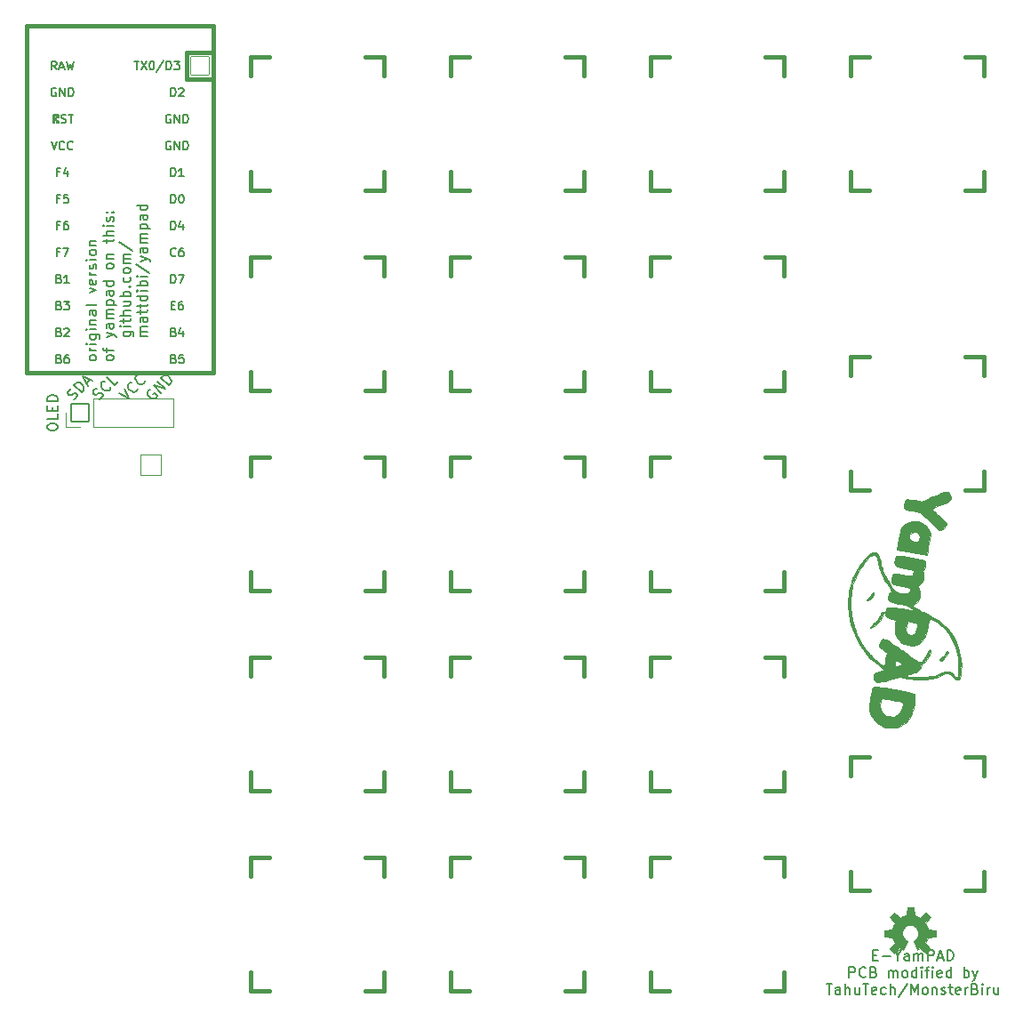
<source format=gto>
G04 #@! TF.GenerationSoftware,KiCad,Pcbnew,(6.0.0)*
G04 #@! TF.CreationDate,2023-01-06T10:55:49+07:00*
G04 #@! TF.ProjectId,yampad_v2,79616d70-6164-45f7-9632-2e6b69636164,2.0*
G04 #@! TF.SameCoordinates,Original*
G04 #@! TF.FileFunction,Legend,Top*
G04 #@! TF.FilePolarity,Positive*
%FSLAX46Y46*%
G04 Gerber Fmt 4.6, Leading zero omitted, Abs format (unit mm)*
G04 Created by KiCad (PCBNEW (6.0.0)) date 2023-01-06 10:55:49*
%MOMM*%
%LPD*%
G01*
G04 APERTURE LIST*
G04 Aperture macros list*
%AMRoundRect*
0 Rectangle with rounded corners*
0 $1 Rounding radius*
0 $2 $3 $4 $5 $6 $7 $8 $9 X,Y pos of 4 corners*
0 Add a 4 corners polygon primitive as box body*
4,1,4,$2,$3,$4,$5,$6,$7,$8,$9,$2,$3,0*
0 Add four circle primitives for the rounded corners*
1,1,$1+$1,$2,$3*
1,1,$1+$1,$4,$5*
1,1,$1+$1,$6,$7*
1,1,$1+$1,$8,$9*
0 Add four rect primitives between the rounded corners*
20,1,$1+$1,$2,$3,$4,$5,0*
20,1,$1+$1,$4,$5,$6,$7,0*
20,1,$1+$1,$6,$7,$8,$9,0*
20,1,$1+$1,$8,$9,$2,$3,0*%
G04 Aperture macros list end*
%ADD10C,0.150000*%
%ADD11C,0.120000*%
%ADD12C,0.381000*%
%ADD13C,0.010000*%
%ADD14R,1.752600X1.752600*%
%ADD15C,1.752600*%
%ADD16RoundRect,0.051000X0.850000X-0.850000X0.850000X0.850000X-0.850000X0.850000X-0.850000X-0.850000X0*%
%ADD17O,1.802000X1.802000*%
%ADD18C,1.803800*%
%ADD19C,3.102000*%
%ADD20C,4.089800*%
%ADD21C,3.150000*%
%ADD22O,1.602000X2.902000*%
%ADD23C,1.852000*%
%ADD24RoundRect,0.051000X-1.000000X1.000000X-1.000000X-1.000000X1.000000X-1.000000X1.000000X1.000000X0*%
%ADD25C,2.102000*%
%ADD26C,0.702000*%
%ADD27RoundRect,0.051000X-0.876300X0.876300X-0.876300X-0.876300X0.876300X-0.876300X0.876300X0.876300X0*%
%ADD28C,1.854600*%
G04 APERTURE END LIST*
D10*
X73231416Y-96378003D02*
X73366103Y-96310660D01*
X73534461Y-96142301D01*
X73568133Y-96041286D01*
X73568133Y-95973942D01*
X73534461Y-95872927D01*
X73467118Y-95805583D01*
X73366103Y-95771912D01*
X73298759Y-95771912D01*
X73197744Y-95805583D01*
X73029385Y-95906599D01*
X72928370Y-95940270D01*
X72861026Y-95940270D01*
X72760011Y-95906599D01*
X72692668Y-95839255D01*
X72658996Y-95738240D01*
X72658996Y-95670896D01*
X72692668Y-95569881D01*
X72861026Y-95401522D01*
X72995713Y-95334179D01*
X74308912Y-95233164D02*
X74308912Y-95300507D01*
X74241568Y-95435194D01*
X74174225Y-95502538D01*
X74039538Y-95569881D01*
X73904851Y-95569881D01*
X73803835Y-95536209D01*
X73635477Y-95435194D01*
X73534461Y-95334179D01*
X73433446Y-95165820D01*
X73399774Y-95064805D01*
X73399774Y-94930118D01*
X73467118Y-94795431D01*
X73534461Y-94728087D01*
X73669148Y-94660744D01*
X73736492Y-94660744D01*
X75016018Y-94660744D02*
X74679301Y-94997461D01*
X73972194Y-94290355D01*
X75123965Y-95805583D02*
X76066774Y-96276988D01*
X75595370Y-95334179D01*
X76874896Y-95334179D02*
X76874896Y-95401522D01*
X76807553Y-95536209D01*
X76740209Y-95603553D01*
X76605522Y-95670896D01*
X76470835Y-95670896D01*
X76369820Y-95637225D01*
X76201461Y-95536209D01*
X76100446Y-95435194D01*
X75999431Y-95266835D01*
X75965759Y-95165820D01*
X75965759Y-95031133D01*
X76033103Y-94896446D01*
X76100446Y-94829103D01*
X76235133Y-94761759D01*
X76302477Y-94761759D01*
X77582003Y-94627072D02*
X77582003Y-94694416D01*
X77514660Y-94829103D01*
X77447316Y-94896446D01*
X77312629Y-94963790D01*
X77177942Y-94963790D01*
X77076927Y-94930118D01*
X76908568Y-94829103D01*
X76807553Y-94728087D01*
X76706538Y-94559729D01*
X76672866Y-94458713D01*
X76672866Y-94324026D01*
X76740209Y-94189339D01*
X76807553Y-94121996D01*
X76942240Y-94054652D01*
X77009583Y-94054652D01*
X78101698Y-95435194D02*
X78000683Y-95468866D01*
X77899668Y-95569881D01*
X77832324Y-95704568D01*
X77832324Y-95839255D01*
X77865996Y-95940270D01*
X77967011Y-96108629D01*
X78068026Y-96209644D01*
X78236385Y-96310660D01*
X78337400Y-96344331D01*
X78472087Y-96344331D01*
X78606774Y-96276988D01*
X78674118Y-96209644D01*
X78741461Y-96074957D01*
X78741461Y-96007614D01*
X78505759Y-95771912D01*
X78371072Y-95906599D01*
X79111851Y-95771912D02*
X78404744Y-95064805D01*
X79515912Y-95367851D01*
X78808805Y-94660744D01*
X79852629Y-95031133D02*
X79145522Y-94324026D01*
X79313881Y-94155668D01*
X79448568Y-94088324D01*
X79583255Y-94088324D01*
X79684270Y-94121996D01*
X79852629Y-94223011D01*
X79953644Y-94324026D01*
X80054660Y-94492385D01*
X80088331Y-94593400D01*
X80088331Y-94728087D01*
X80020988Y-94862774D01*
X79852629Y-95031133D01*
X146939476Y-149278571D02*
X147272809Y-149278571D01*
X147415666Y-149802380D02*
X146939476Y-149802380D01*
X146939476Y-148802380D01*
X147415666Y-148802380D01*
X147844238Y-149421428D02*
X148606142Y-149421428D01*
X149272809Y-149326190D02*
X149272809Y-149802380D01*
X148939476Y-148802380D02*
X149272809Y-149326190D01*
X149606142Y-148802380D01*
X150368047Y-149802380D02*
X150368047Y-149278571D01*
X150320428Y-149183333D01*
X150225190Y-149135714D01*
X150034714Y-149135714D01*
X149939476Y-149183333D01*
X150368047Y-149754761D02*
X150272809Y-149802380D01*
X150034714Y-149802380D01*
X149939476Y-149754761D01*
X149891857Y-149659523D01*
X149891857Y-149564285D01*
X149939476Y-149469047D01*
X150034714Y-149421428D01*
X150272809Y-149421428D01*
X150368047Y-149373809D01*
X150844238Y-149802380D02*
X150844238Y-149135714D01*
X150844238Y-149230952D02*
X150891857Y-149183333D01*
X150987095Y-149135714D01*
X151129952Y-149135714D01*
X151225190Y-149183333D01*
X151272809Y-149278571D01*
X151272809Y-149802380D01*
X151272809Y-149278571D02*
X151320428Y-149183333D01*
X151415666Y-149135714D01*
X151558523Y-149135714D01*
X151653761Y-149183333D01*
X151701380Y-149278571D01*
X151701380Y-149802380D01*
X152177571Y-149802380D02*
X152177571Y-148802380D01*
X152558523Y-148802380D01*
X152653761Y-148850000D01*
X152701380Y-148897619D01*
X152749000Y-148992857D01*
X152749000Y-149135714D01*
X152701380Y-149230952D01*
X152653761Y-149278571D01*
X152558523Y-149326190D01*
X152177571Y-149326190D01*
X153129952Y-149516666D02*
X153606142Y-149516666D01*
X153034714Y-149802380D02*
X153368047Y-148802380D01*
X153701380Y-149802380D01*
X154034714Y-149802380D02*
X154034714Y-148802380D01*
X154272809Y-148802380D01*
X154415666Y-148850000D01*
X154510904Y-148945238D01*
X154558523Y-149040476D01*
X154606142Y-149230952D01*
X154606142Y-149373809D01*
X154558523Y-149564285D01*
X154510904Y-149659523D01*
X154415666Y-149754761D01*
X154272809Y-149802380D01*
X154034714Y-149802380D01*
X144677571Y-151412380D02*
X144677571Y-150412380D01*
X145058523Y-150412380D01*
X145153761Y-150460000D01*
X145201380Y-150507619D01*
X145249000Y-150602857D01*
X145249000Y-150745714D01*
X145201380Y-150840952D01*
X145153761Y-150888571D01*
X145058523Y-150936190D01*
X144677571Y-150936190D01*
X146249000Y-151317142D02*
X146201380Y-151364761D01*
X146058523Y-151412380D01*
X145963285Y-151412380D01*
X145820428Y-151364761D01*
X145725190Y-151269523D01*
X145677571Y-151174285D01*
X145629952Y-150983809D01*
X145629952Y-150840952D01*
X145677571Y-150650476D01*
X145725190Y-150555238D01*
X145820428Y-150460000D01*
X145963285Y-150412380D01*
X146058523Y-150412380D01*
X146201380Y-150460000D01*
X146249000Y-150507619D01*
X147010904Y-150888571D02*
X147153761Y-150936190D01*
X147201380Y-150983809D01*
X147249000Y-151079047D01*
X147249000Y-151221904D01*
X147201380Y-151317142D01*
X147153761Y-151364761D01*
X147058523Y-151412380D01*
X146677571Y-151412380D01*
X146677571Y-150412380D01*
X147010904Y-150412380D01*
X147106142Y-150460000D01*
X147153761Y-150507619D01*
X147201380Y-150602857D01*
X147201380Y-150698095D01*
X147153761Y-150793333D01*
X147106142Y-150840952D01*
X147010904Y-150888571D01*
X146677571Y-150888571D01*
X148439476Y-151412380D02*
X148439476Y-150745714D01*
X148439476Y-150840952D02*
X148487095Y-150793333D01*
X148582333Y-150745714D01*
X148725190Y-150745714D01*
X148820428Y-150793333D01*
X148868047Y-150888571D01*
X148868047Y-151412380D01*
X148868047Y-150888571D02*
X148915666Y-150793333D01*
X149010904Y-150745714D01*
X149153761Y-150745714D01*
X149249000Y-150793333D01*
X149296619Y-150888571D01*
X149296619Y-151412380D01*
X149915666Y-151412380D02*
X149820428Y-151364761D01*
X149772809Y-151317142D01*
X149725190Y-151221904D01*
X149725190Y-150936190D01*
X149772809Y-150840952D01*
X149820428Y-150793333D01*
X149915666Y-150745714D01*
X150058523Y-150745714D01*
X150153761Y-150793333D01*
X150201380Y-150840952D01*
X150249000Y-150936190D01*
X150249000Y-151221904D01*
X150201380Y-151317142D01*
X150153761Y-151364761D01*
X150058523Y-151412380D01*
X149915666Y-151412380D01*
X151106142Y-151412380D02*
X151106142Y-150412380D01*
X151106142Y-151364761D02*
X151010904Y-151412380D01*
X150820428Y-151412380D01*
X150725190Y-151364761D01*
X150677571Y-151317142D01*
X150629952Y-151221904D01*
X150629952Y-150936190D01*
X150677571Y-150840952D01*
X150725190Y-150793333D01*
X150820428Y-150745714D01*
X151010904Y-150745714D01*
X151106142Y-150793333D01*
X151582333Y-151412380D02*
X151582333Y-150745714D01*
X151582333Y-150412380D02*
X151534714Y-150460000D01*
X151582333Y-150507619D01*
X151629952Y-150460000D01*
X151582333Y-150412380D01*
X151582333Y-150507619D01*
X151915666Y-150745714D02*
X152296619Y-150745714D01*
X152058523Y-151412380D02*
X152058523Y-150555238D01*
X152106142Y-150460000D01*
X152201380Y-150412380D01*
X152296619Y-150412380D01*
X152629952Y-151412380D02*
X152629952Y-150745714D01*
X152629952Y-150412380D02*
X152582333Y-150460000D01*
X152629952Y-150507619D01*
X152677571Y-150460000D01*
X152629952Y-150412380D01*
X152629952Y-150507619D01*
X153487095Y-151364761D02*
X153391857Y-151412380D01*
X153201380Y-151412380D01*
X153106142Y-151364761D01*
X153058523Y-151269523D01*
X153058523Y-150888571D01*
X153106142Y-150793333D01*
X153201380Y-150745714D01*
X153391857Y-150745714D01*
X153487095Y-150793333D01*
X153534714Y-150888571D01*
X153534714Y-150983809D01*
X153058523Y-151079047D01*
X154391857Y-151412380D02*
X154391857Y-150412380D01*
X154391857Y-151364761D02*
X154296619Y-151412380D01*
X154106142Y-151412380D01*
X154010904Y-151364761D01*
X153963285Y-151317142D01*
X153915666Y-151221904D01*
X153915666Y-150936190D01*
X153963285Y-150840952D01*
X154010904Y-150793333D01*
X154106142Y-150745714D01*
X154296619Y-150745714D01*
X154391857Y-150793333D01*
X155629952Y-151412380D02*
X155629952Y-150412380D01*
X155629952Y-150793333D02*
X155725190Y-150745714D01*
X155915666Y-150745714D01*
X156010904Y-150793333D01*
X156058523Y-150840952D01*
X156106142Y-150936190D01*
X156106142Y-151221904D01*
X156058523Y-151317142D01*
X156010904Y-151364761D01*
X155915666Y-151412380D01*
X155725190Y-151412380D01*
X155629952Y-151364761D01*
X156439476Y-150745714D02*
X156677571Y-151412380D01*
X156915666Y-150745714D02*
X156677571Y-151412380D01*
X156582333Y-151650476D01*
X156534714Y-151698095D01*
X156439476Y-151745714D01*
X142487095Y-152022380D02*
X143058523Y-152022380D01*
X142772809Y-153022380D02*
X142772809Y-152022380D01*
X143820428Y-153022380D02*
X143820428Y-152498571D01*
X143772809Y-152403333D01*
X143677571Y-152355714D01*
X143487095Y-152355714D01*
X143391857Y-152403333D01*
X143820428Y-152974761D02*
X143725190Y-153022380D01*
X143487095Y-153022380D01*
X143391857Y-152974761D01*
X143344238Y-152879523D01*
X143344238Y-152784285D01*
X143391857Y-152689047D01*
X143487095Y-152641428D01*
X143725190Y-152641428D01*
X143820428Y-152593809D01*
X144296619Y-153022380D02*
X144296619Y-152022380D01*
X144725190Y-153022380D02*
X144725190Y-152498571D01*
X144677571Y-152403333D01*
X144582333Y-152355714D01*
X144439476Y-152355714D01*
X144344238Y-152403333D01*
X144296619Y-152450952D01*
X145629952Y-152355714D02*
X145629952Y-153022380D01*
X145201380Y-152355714D02*
X145201380Y-152879523D01*
X145249000Y-152974761D01*
X145344238Y-153022380D01*
X145487095Y-153022380D01*
X145582333Y-152974761D01*
X145629952Y-152927142D01*
X145963285Y-152022380D02*
X146534714Y-152022380D01*
X146249000Y-153022380D02*
X146249000Y-152022380D01*
X147249000Y-152974761D02*
X147153761Y-153022380D01*
X146963285Y-153022380D01*
X146868047Y-152974761D01*
X146820428Y-152879523D01*
X146820428Y-152498571D01*
X146868047Y-152403333D01*
X146963285Y-152355714D01*
X147153761Y-152355714D01*
X147249000Y-152403333D01*
X147296619Y-152498571D01*
X147296619Y-152593809D01*
X146820428Y-152689047D01*
X148153761Y-152974761D02*
X148058523Y-153022380D01*
X147868047Y-153022380D01*
X147772809Y-152974761D01*
X147725190Y-152927142D01*
X147677571Y-152831904D01*
X147677571Y-152546190D01*
X147725190Y-152450952D01*
X147772809Y-152403333D01*
X147868047Y-152355714D01*
X148058523Y-152355714D01*
X148153761Y-152403333D01*
X148582333Y-153022380D02*
X148582333Y-152022380D01*
X149010904Y-153022380D02*
X149010904Y-152498571D01*
X148963285Y-152403333D01*
X148868047Y-152355714D01*
X148725190Y-152355714D01*
X148629952Y-152403333D01*
X148582333Y-152450952D01*
X150201380Y-151974761D02*
X149344238Y-153260476D01*
X150534714Y-153022380D02*
X150534714Y-152022380D01*
X150868047Y-152736666D01*
X151201380Y-152022380D01*
X151201380Y-153022380D01*
X151820428Y-153022380D02*
X151725190Y-152974761D01*
X151677571Y-152927142D01*
X151629952Y-152831904D01*
X151629952Y-152546190D01*
X151677571Y-152450952D01*
X151725190Y-152403333D01*
X151820428Y-152355714D01*
X151963285Y-152355714D01*
X152058523Y-152403333D01*
X152106142Y-152450952D01*
X152153761Y-152546190D01*
X152153761Y-152831904D01*
X152106142Y-152927142D01*
X152058523Y-152974761D01*
X151963285Y-153022380D01*
X151820428Y-153022380D01*
X152582333Y-152355714D02*
X152582333Y-153022380D01*
X152582333Y-152450952D02*
X152629952Y-152403333D01*
X152725190Y-152355714D01*
X152868047Y-152355714D01*
X152963285Y-152403333D01*
X153010904Y-152498571D01*
X153010904Y-153022380D01*
X153439476Y-152974761D02*
X153534714Y-153022380D01*
X153725190Y-153022380D01*
X153820428Y-152974761D01*
X153868047Y-152879523D01*
X153868047Y-152831904D01*
X153820428Y-152736666D01*
X153725190Y-152689047D01*
X153582333Y-152689047D01*
X153487095Y-152641428D01*
X153439476Y-152546190D01*
X153439476Y-152498571D01*
X153487095Y-152403333D01*
X153582333Y-152355714D01*
X153725190Y-152355714D01*
X153820428Y-152403333D01*
X154153761Y-152355714D02*
X154534714Y-152355714D01*
X154296619Y-152022380D02*
X154296619Y-152879523D01*
X154344238Y-152974761D01*
X154439476Y-153022380D01*
X154534714Y-153022380D01*
X155249000Y-152974761D02*
X155153761Y-153022380D01*
X154963285Y-153022380D01*
X154868047Y-152974761D01*
X154820428Y-152879523D01*
X154820428Y-152498571D01*
X154868047Y-152403333D01*
X154963285Y-152355714D01*
X155153761Y-152355714D01*
X155249000Y-152403333D01*
X155296619Y-152498571D01*
X155296619Y-152593809D01*
X154820428Y-152689047D01*
X155725190Y-153022380D02*
X155725190Y-152355714D01*
X155725190Y-152546190D02*
X155772809Y-152450952D01*
X155820428Y-152403333D01*
X155915666Y-152355714D01*
X156010904Y-152355714D01*
X156677571Y-152498571D02*
X156820428Y-152546190D01*
X156868047Y-152593809D01*
X156915666Y-152689047D01*
X156915666Y-152831904D01*
X156868047Y-152927142D01*
X156820428Y-152974761D01*
X156725190Y-153022380D01*
X156344238Y-153022380D01*
X156344238Y-152022380D01*
X156677571Y-152022380D01*
X156772809Y-152070000D01*
X156820428Y-152117619D01*
X156868047Y-152212857D01*
X156868047Y-152308095D01*
X156820428Y-152403333D01*
X156772809Y-152450952D01*
X156677571Y-152498571D01*
X156344238Y-152498571D01*
X157344238Y-153022380D02*
X157344238Y-152355714D01*
X157344238Y-152022380D02*
X157296619Y-152070000D01*
X157344238Y-152117619D01*
X157391857Y-152070000D01*
X157344238Y-152022380D01*
X157344238Y-152117619D01*
X157820428Y-153022380D02*
X157820428Y-152355714D01*
X157820428Y-152546190D02*
X157868047Y-152450952D01*
X157915666Y-152403333D01*
X158010904Y-152355714D01*
X158106142Y-152355714D01*
X158868047Y-152355714D02*
X158868047Y-153022380D01*
X158439476Y-152355714D02*
X158439476Y-152879523D01*
X158487095Y-152974761D01*
X158582333Y-153022380D01*
X158725190Y-153022380D01*
X158820428Y-152974761D01*
X158868047Y-152927142D01*
X70801580Y-96394839D02*
X70936267Y-96327496D01*
X71104625Y-96159137D01*
X71138297Y-96058122D01*
X71138297Y-95990778D01*
X71104625Y-95889763D01*
X71037282Y-95822419D01*
X70936267Y-95788748D01*
X70868923Y-95788748D01*
X70767908Y-95822419D01*
X70599549Y-95923435D01*
X70498534Y-95957106D01*
X70431190Y-95957106D01*
X70330175Y-95923435D01*
X70262832Y-95856091D01*
X70229160Y-95755076D01*
X70229160Y-95687732D01*
X70262832Y-95586717D01*
X70431190Y-95418358D01*
X70565877Y-95351015D01*
X71542358Y-95721404D02*
X70835251Y-95014297D01*
X71003610Y-94845938D01*
X71138297Y-94778595D01*
X71272984Y-94778595D01*
X71374000Y-94812267D01*
X71542358Y-94913282D01*
X71643374Y-95014297D01*
X71744389Y-95182656D01*
X71778061Y-95283671D01*
X71778061Y-95418358D01*
X71710717Y-95553045D01*
X71542358Y-95721404D01*
X72013763Y-94845938D02*
X72350480Y-94509221D01*
X72148450Y-95115312D02*
X71677045Y-94172503D01*
X72619854Y-94643908D01*
X72967380Y-92485547D02*
X72919761Y-92580785D01*
X72872142Y-92628404D01*
X72776904Y-92676023D01*
X72491190Y-92676023D01*
X72395952Y-92628404D01*
X72348333Y-92580785D01*
X72300714Y-92485547D01*
X72300714Y-92342690D01*
X72348333Y-92247452D01*
X72395952Y-92199833D01*
X72491190Y-92152214D01*
X72776904Y-92152214D01*
X72872142Y-92199833D01*
X72919761Y-92247452D01*
X72967380Y-92342690D01*
X72967380Y-92485547D01*
X72967380Y-91723642D02*
X72300714Y-91723642D01*
X72491190Y-91723642D02*
X72395952Y-91676023D01*
X72348333Y-91628404D01*
X72300714Y-91533166D01*
X72300714Y-91437928D01*
X72967380Y-91104595D02*
X72300714Y-91104595D01*
X71967380Y-91104595D02*
X72015000Y-91152214D01*
X72062619Y-91104595D01*
X72015000Y-91056976D01*
X71967380Y-91104595D01*
X72062619Y-91104595D01*
X72300714Y-90199833D02*
X73110238Y-90199833D01*
X73205476Y-90247452D01*
X73253095Y-90295071D01*
X73300714Y-90390309D01*
X73300714Y-90533166D01*
X73253095Y-90628404D01*
X72919761Y-90199833D02*
X72967380Y-90295071D01*
X72967380Y-90485547D01*
X72919761Y-90580785D01*
X72872142Y-90628404D01*
X72776904Y-90676023D01*
X72491190Y-90676023D01*
X72395952Y-90628404D01*
X72348333Y-90580785D01*
X72300714Y-90485547D01*
X72300714Y-90295071D01*
X72348333Y-90199833D01*
X72967380Y-89723642D02*
X72300714Y-89723642D01*
X71967380Y-89723642D02*
X72015000Y-89771261D01*
X72062619Y-89723642D01*
X72015000Y-89676023D01*
X71967380Y-89723642D01*
X72062619Y-89723642D01*
X72300714Y-89247452D02*
X72967380Y-89247452D01*
X72395952Y-89247452D02*
X72348333Y-89199833D01*
X72300714Y-89104595D01*
X72300714Y-88961738D01*
X72348333Y-88866500D01*
X72443571Y-88818880D01*
X72967380Y-88818880D01*
X72967380Y-87914119D02*
X72443571Y-87914119D01*
X72348333Y-87961738D01*
X72300714Y-88056976D01*
X72300714Y-88247452D01*
X72348333Y-88342690D01*
X72919761Y-87914119D02*
X72967380Y-88009357D01*
X72967380Y-88247452D01*
X72919761Y-88342690D01*
X72824523Y-88390309D01*
X72729285Y-88390309D01*
X72634047Y-88342690D01*
X72586428Y-88247452D01*
X72586428Y-88009357D01*
X72538809Y-87914119D01*
X72967380Y-87295071D02*
X72919761Y-87390309D01*
X72824523Y-87437928D01*
X71967380Y-87437928D01*
X72300714Y-86247452D02*
X72967380Y-86009357D01*
X72300714Y-85771261D01*
X72919761Y-85009357D02*
X72967380Y-85104595D01*
X72967380Y-85295071D01*
X72919761Y-85390309D01*
X72824523Y-85437928D01*
X72443571Y-85437928D01*
X72348333Y-85390309D01*
X72300714Y-85295071D01*
X72300714Y-85104595D01*
X72348333Y-85009357D01*
X72443571Y-84961738D01*
X72538809Y-84961738D01*
X72634047Y-85437928D01*
X72967380Y-84533166D02*
X72300714Y-84533166D01*
X72491190Y-84533166D02*
X72395952Y-84485547D01*
X72348333Y-84437928D01*
X72300714Y-84342690D01*
X72300714Y-84247452D01*
X72919761Y-83961738D02*
X72967380Y-83866500D01*
X72967380Y-83676023D01*
X72919761Y-83580785D01*
X72824523Y-83533166D01*
X72776904Y-83533166D01*
X72681666Y-83580785D01*
X72634047Y-83676023D01*
X72634047Y-83818880D01*
X72586428Y-83914119D01*
X72491190Y-83961738D01*
X72443571Y-83961738D01*
X72348333Y-83914119D01*
X72300714Y-83818880D01*
X72300714Y-83676023D01*
X72348333Y-83580785D01*
X72967380Y-83104595D02*
X72300714Y-83104595D01*
X71967380Y-83104595D02*
X72015000Y-83152214D01*
X72062619Y-83104595D01*
X72015000Y-83056976D01*
X71967380Y-83104595D01*
X72062619Y-83104595D01*
X72967380Y-82485547D02*
X72919761Y-82580785D01*
X72872142Y-82628404D01*
X72776904Y-82676023D01*
X72491190Y-82676023D01*
X72395952Y-82628404D01*
X72348333Y-82580785D01*
X72300714Y-82485547D01*
X72300714Y-82342690D01*
X72348333Y-82247452D01*
X72395952Y-82199833D01*
X72491190Y-82152214D01*
X72776904Y-82152214D01*
X72872142Y-82199833D01*
X72919761Y-82247452D01*
X72967380Y-82342690D01*
X72967380Y-82485547D01*
X72300714Y-81723642D02*
X72967380Y-81723642D01*
X72395952Y-81723642D02*
X72348333Y-81676023D01*
X72300714Y-81580785D01*
X72300714Y-81437928D01*
X72348333Y-81342690D01*
X72443571Y-81295071D01*
X72967380Y-81295071D01*
X74577380Y-92485547D02*
X74529761Y-92580785D01*
X74482142Y-92628404D01*
X74386904Y-92676023D01*
X74101190Y-92676023D01*
X74005952Y-92628404D01*
X73958333Y-92580785D01*
X73910714Y-92485547D01*
X73910714Y-92342690D01*
X73958333Y-92247452D01*
X74005952Y-92199833D01*
X74101190Y-92152214D01*
X74386904Y-92152214D01*
X74482142Y-92199833D01*
X74529761Y-92247452D01*
X74577380Y-92342690D01*
X74577380Y-92485547D01*
X73910714Y-91866500D02*
X73910714Y-91485547D01*
X74577380Y-91723642D02*
X73720238Y-91723642D01*
X73625000Y-91676023D01*
X73577380Y-91580785D01*
X73577380Y-91485547D01*
X73910714Y-90485547D02*
X74577380Y-90247452D01*
X73910714Y-90009357D02*
X74577380Y-90247452D01*
X74815476Y-90342690D01*
X74863095Y-90390309D01*
X74910714Y-90485547D01*
X74577380Y-89199833D02*
X74053571Y-89199833D01*
X73958333Y-89247452D01*
X73910714Y-89342690D01*
X73910714Y-89533166D01*
X73958333Y-89628404D01*
X74529761Y-89199833D02*
X74577380Y-89295071D01*
X74577380Y-89533166D01*
X74529761Y-89628404D01*
X74434523Y-89676023D01*
X74339285Y-89676023D01*
X74244047Y-89628404D01*
X74196428Y-89533166D01*
X74196428Y-89295071D01*
X74148809Y-89199833D01*
X74577380Y-88723642D02*
X73910714Y-88723642D01*
X74005952Y-88723642D02*
X73958333Y-88676023D01*
X73910714Y-88580785D01*
X73910714Y-88437928D01*
X73958333Y-88342690D01*
X74053571Y-88295071D01*
X74577380Y-88295071D01*
X74053571Y-88295071D02*
X73958333Y-88247452D01*
X73910714Y-88152214D01*
X73910714Y-88009357D01*
X73958333Y-87914119D01*
X74053571Y-87866500D01*
X74577380Y-87866500D01*
X73910714Y-87390309D02*
X74910714Y-87390309D01*
X73958333Y-87390309D02*
X73910714Y-87295071D01*
X73910714Y-87104595D01*
X73958333Y-87009357D01*
X74005952Y-86961738D01*
X74101190Y-86914119D01*
X74386904Y-86914119D01*
X74482142Y-86961738D01*
X74529761Y-87009357D01*
X74577380Y-87104595D01*
X74577380Y-87295071D01*
X74529761Y-87390309D01*
X74577380Y-86056976D02*
X74053571Y-86056976D01*
X73958333Y-86104595D01*
X73910714Y-86199833D01*
X73910714Y-86390309D01*
X73958333Y-86485547D01*
X74529761Y-86056976D02*
X74577380Y-86152214D01*
X74577380Y-86390309D01*
X74529761Y-86485547D01*
X74434523Y-86533166D01*
X74339285Y-86533166D01*
X74244047Y-86485547D01*
X74196428Y-86390309D01*
X74196428Y-86152214D01*
X74148809Y-86056976D01*
X74577380Y-85152214D02*
X73577380Y-85152214D01*
X74529761Y-85152214D02*
X74577380Y-85247452D01*
X74577380Y-85437928D01*
X74529761Y-85533166D01*
X74482142Y-85580785D01*
X74386904Y-85628404D01*
X74101190Y-85628404D01*
X74005952Y-85580785D01*
X73958333Y-85533166D01*
X73910714Y-85437928D01*
X73910714Y-85247452D01*
X73958333Y-85152214D01*
X74577380Y-83771261D02*
X74529761Y-83866500D01*
X74482142Y-83914119D01*
X74386904Y-83961738D01*
X74101190Y-83961738D01*
X74005952Y-83914119D01*
X73958333Y-83866500D01*
X73910714Y-83771261D01*
X73910714Y-83628404D01*
X73958333Y-83533166D01*
X74005952Y-83485547D01*
X74101190Y-83437928D01*
X74386904Y-83437928D01*
X74482142Y-83485547D01*
X74529761Y-83533166D01*
X74577380Y-83628404D01*
X74577380Y-83771261D01*
X73910714Y-83009357D02*
X74577380Y-83009357D01*
X74005952Y-83009357D02*
X73958333Y-82961738D01*
X73910714Y-82866500D01*
X73910714Y-82723642D01*
X73958333Y-82628404D01*
X74053571Y-82580785D01*
X74577380Y-82580785D01*
X73910714Y-81485547D02*
X73910714Y-81104595D01*
X73577380Y-81342690D02*
X74434523Y-81342690D01*
X74529761Y-81295071D01*
X74577380Y-81199833D01*
X74577380Y-81104595D01*
X74577380Y-80771261D02*
X73577380Y-80771261D01*
X74577380Y-80342690D02*
X74053571Y-80342690D01*
X73958333Y-80390309D01*
X73910714Y-80485547D01*
X73910714Y-80628404D01*
X73958333Y-80723642D01*
X74005952Y-80771261D01*
X74577380Y-79866500D02*
X73910714Y-79866500D01*
X73577380Y-79866500D02*
X73625000Y-79914119D01*
X73672619Y-79866500D01*
X73625000Y-79818880D01*
X73577380Y-79866500D01*
X73672619Y-79866500D01*
X74529761Y-79437928D02*
X74577380Y-79342690D01*
X74577380Y-79152214D01*
X74529761Y-79056976D01*
X74434523Y-79009357D01*
X74386904Y-79009357D01*
X74291666Y-79056976D01*
X74244047Y-79152214D01*
X74244047Y-79295071D01*
X74196428Y-79390309D01*
X74101190Y-79437928D01*
X74053571Y-79437928D01*
X73958333Y-79390309D01*
X73910714Y-79295071D01*
X73910714Y-79152214D01*
X73958333Y-79056976D01*
X74482142Y-78580785D02*
X74529761Y-78533166D01*
X74577380Y-78580785D01*
X74529761Y-78628404D01*
X74482142Y-78580785D01*
X74577380Y-78580785D01*
X73958333Y-78580785D02*
X74005952Y-78533166D01*
X74053571Y-78580785D01*
X74005952Y-78628404D01*
X73958333Y-78580785D01*
X74053571Y-78580785D01*
X75520714Y-89914119D02*
X76330238Y-89914119D01*
X76425476Y-89961738D01*
X76473095Y-90009357D01*
X76520714Y-90104595D01*
X76520714Y-90247452D01*
X76473095Y-90342690D01*
X76139761Y-89914119D02*
X76187380Y-90009357D01*
X76187380Y-90199833D01*
X76139761Y-90295071D01*
X76092142Y-90342690D01*
X75996904Y-90390309D01*
X75711190Y-90390309D01*
X75615952Y-90342690D01*
X75568333Y-90295071D01*
X75520714Y-90199833D01*
X75520714Y-90009357D01*
X75568333Y-89914119D01*
X76187380Y-89437928D02*
X75520714Y-89437928D01*
X75187380Y-89437928D02*
X75235000Y-89485547D01*
X75282619Y-89437928D01*
X75235000Y-89390309D01*
X75187380Y-89437928D01*
X75282619Y-89437928D01*
X75520714Y-89104595D02*
X75520714Y-88723642D01*
X75187380Y-88961738D02*
X76044523Y-88961738D01*
X76139761Y-88914119D01*
X76187380Y-88818880D01*
X76187380Y-88723642D01*
X76187380Y-88390309D02*
X75187380Y-88390309D01*
X76187380Y-87961738D02*
X75663571Y-87961738D01*
X75568333Y-88009357D01*
X75520714Y-88104595D01*
X75520714Y-88247452D01*
X75568333Y-88342690D01*
X75615952Y-88390309D01*
X75520714Y-87056976D02*
X76187380Y-87056976D01*
X75520714Y-87485547D02*
X76044523Y-87485547D01*
X76139761Y-87437928D01*
X76187380Y-87342690D01*
X76187380Y-87199833D01*
X76139761Y-87104595D01*
X76092142Y-87056976D01*
X76187380Y-86580785D02*
X75187380Y-86580785D01*
X75568333Y-86580785D02*
X75520714Y-86485547D01*
X75520714Y-86295071D01*
X75568333Y-86199833D01*
X75615952Y-86152214D01*
X75711190Y-86104595D01*
X75996904Y-86104595D01*
X76092142Y-86152214D01*
X76139761Y-86199833D01*
X76187380Y-86295071D01*
X76187380Y-86485547D01*
X76139761Y-86580785D01*
X76092142Y-85676023D02*
X76139761Y-85628404D01*
X76187380Y-85676023D01*
X76139761Y-85723642D01*
X76092142Y-85676023D01*
X76187380Y-85676023D01*
X76139761Y-84771261D02*
X76187380Y-84866500D01*
X76187380Y-85056976D01*
X76139761Y-85152214D01*
X76092142Y-85199833D01*
X75996904Y-85247452D01*
X75711190Y-85247452D01*
X75615952Y-85199833D01*
X75568333Y-85152214D01*
X75520714Y-85056976D01*
X75520714Y-84866500D01*
X75568333Y-84771261D01*
X76187380Y-84199833D02*
X76139761Y-84295071D01*
X76092142Y-84342690D01*
X75996904Y-84390309D01*
X75711190Y-84390309D01*
X75615952Y-84342690D01*
X75568333Y-84295071D01*
X75520714Y-84199833D01*
X75520714Y-84056976D01*
X75568333Y-83961738D01*
X75615952Y-83914119D01*
X75711190Y-83866500D01*
X75996904Y-83866500D01*
X76092142Y-83914119D01*
X76139761Y-83961738D01*
X76187380Y-84056976D01*
X76187380Y-84199833D01*
X76187380Y-83437928D02*
X75520714Y-83437928D01*
X75615952Y-83437928D02*
X75568333Y-83390309D01*
X75520714Y-83295071D01*
X75520714Y-83152214D01*
X75568333Y-83056976D01*
X75663571Y-83009357D01*
X76187380Y-83009357D01*
X75663571Y-83009357D02*
X75568333Y-82961738D01*
X75520714Y-82866500D01*
X75520714Y-82723642D01*
X75568333Y-82628404D01*
X75663571Y-82580785D01*
X76187380Y-82580785D01*
X75139761Y-81390309D02*
X76425476Y-82247452D01*
X77797380Y-90342690D02*
X77130714Y-90342690D01*
X77225952Y-90342690D02*
X77178333Y-90295071D01*
X77130714Y-90199833D01*
X77130714Y-90056976D01*
X77178333Y-89961738D01*
X77273571Y-89914119D01*
X77797380Y-89914119D01*
X77273571Y-89914119D02*
X77178333Y-89866500D01*
X77130714Y-89771261D01*
X77130714Y-89628404D01*
X77178333Y-89533166D01*
X77273571Y-89485547D01*
X77797380Y-89485547D01*
X77797380Y-88580785D02*
X77273571Y-88580785D01*
X77178333Y-88628404D01*
X77130714Y-88723642D01*
X77130714Y-88914119D01*
X77178333Y-89009357D01*
X77749761Y-88580785D02*
X77797380Y-88676023D01*
X77797380Y-88914119D01*
X77749761Y-89009357D01*
X77654523Y-89056976D01*
X77559285Y-89056976D01*
X77464047Y-89009357D01*
X77416428Y-88914119D01*
X77416428Y-88676023D01*
X77368809Y-88580785D01*
X77130714Y-88247452D02*
X77130714Y-87866500D01*
X76797380Y-88104595D02*
X77654523Y-88104595D01*
X77749761Y-88056976D01*
X77797380Y-87961738D01*
X77797380Y-87866500D01*
X77130714Y-87676023D02*
X77130714Y-87295071D01*
X76797380Y-87533166D02*
X77654523Y-87533166D01*
X77749761Y-87485547D01*
X77797380Y-87390309D01*
X77797380Y-87295071D01*
X77797380Y-86533166D02*
X76797380Y-86533166D01*
X77749761Y-86533166D02*
X77797380Y-86628404D01*
X77797380Y-86818880D01*
X77749761Y-86914119D01*
X77702142Y-86961738D01*
X77606904Y-87009357D01*
X77321190Y-87009357D01*
X77225952Y-86961738D01*
X77178333Y-86914119D01*
X77130714Y-86818880D01*
X77130714Y-86628404D01*
X77178333Y-86533166D01*
X77797380Y-86056976D02*
X77130714Y-86056976D01*
X76797380Y-86056976D02*
X76845000Y-86104595D01*
X76892619Y-86056976D01*
X76845000Y-86009357D01*
X76797380Y-86056976D01*
X76892619Y-86056976D01*
X77797380Y-85580785D02*
X76797380Y-85580785D01*
X77178333Y-85580785D02*
X77130714Y-85485547D01*
X77130714Y-85295071D01*
X77178333Y-85199833D01*
X77225952Y-85152214D01*
X77321190Y-85104595D01*
X77606904Y-85104595D01*
X77702142Y-85152214D01*
X77749761Y-85199833D01*
X77797380Y-85295071D01*
X77797380Y-85485547D01*
X77749761Y-85580785D01*
X77797380Y-84676023D02*
X77130714Y-84676023D01*
X76797380Y-84676023D02*
X76845000Y-84723642D01*
X76892619Y-84676023D01*
X76845000Y-84628404D01*
X76797380Y-84676023D01*
X76892619Y-84676023D01*
X76749761Y-83485547D02*
X78035476Y-84342690D01*
X77130714Y-83247452D02*
X77797380Y-83009357D01*
X77130714Y-82771261D02*
X77797380Y-83009357D01*
X78035476Y-83104595D01*
X78083095Y-83152214D01*
X78130714Y-83247452D01*
X77797380Y-81961738D02*
X77273571Y-81961738D01*
X77178333Y-82009357D01*
X77130714Y-82104595D01*
X77130714Y-82295071D01*
X77178333Y-82390309D01*
X77749761Y-81961738D02*
X77797380Y-82056976D01*
X77797380Y-82295071D01*
X77749761Y-82390309D01*
X77654523Y-82437928D01*
X77559285Y-82437928D01*
X77464047Y-82390309D01*
X77416428Y-82295071D01*
X77416428Y-82056976D01*
X77368809Y-81961738D01*
X77797380Y-81485547D02*
X77130714Y-81485547D01*
X77225952Y-81485547D02*
X77178333Y-81437928D01*
X77130714Y-81342690D01*
X77130714Y-81199833D01*
X77178333Y-81104595D01*
X77273571Y-81056976D01*
X77797380Y-81056976D01*
X77273571Y-81056976D02*
X77178333Y-81009357D01*
X77130714Y-80914119D01*
X77130714Y-80771261D01*
X77178333Y-80676023D01*
X77273571Y-80628404D01*
X77797380Y-80628404D01*
X77130714Y-80152214D02*
X78130714Y-80152214D01*
X77178333Y-80152214D02*
X77130714Y-80056976D01*
X77130714Y-79866500D01*
X77178333Y-79771261D01*
X77225952Y-79723642D01*
X77321190Y-79676023D01*
X77606904Y-79676023D01*
X77702142Y-79723642D01*
X77749761Y-79771261D01*
X77797380Y-79866500D01*
X77797380Y-80056976D01*
X77749761Y-80152214D01*
X77797380Y-78818880D02*
X77273571Y-78818880D01*
X77178333Y-78866500D01*
X77130714Y-78961738D01*
X77130714Y-79152214D01*
X77178333Y-79247452D01*
X77749761Y-78818880D02*
X77797380Y-78914119D01*
X77797380Y-79152214D01*
X77749761Y-79247452D01*
X77654523Y-79295071D01*
X77559285Y-79295071D01*
X77464047Y-79247452D01*
X77416428Y-79152214D01*
X77416428Y-78914119D01*
X77368809Y-78818880D01*
X77797380Y-77914119D02*
X76797380Y-77914119D01*
X77749761Y-77914119D02*
X77797380Y-78009357D01*
X77797380Y-78199833D01*
X77749761Y-78295071D01*
X77702142Y-78342690D01*
X77606904Y-78390309D01*
X77321190Y-78390309D01*
X77225952Y-78342690D01*
X77178333Y-78295071D01*
X77130714Y-78199833D01*
X77130714Y-78009357D01*
X77178333Y-77914119D01*
X68286380Y-99115380D02*
X68286380Y-98924904D01*
X68334000Y-98829666D01*
X68429238Y-98734428D01*
X68619714Y-98686809D01*
X68953047Y-98686809D01*
X69143523Y-98734428D01*
X69238761Y-98829666D01*
X69286380Y-98924904D01*
X69286380Y-99115380D01*
X69238761Y-99210619D01*
X69143523Y-99305857D01*
X68953047Y-99353476D01*
X68619714Y-99353476D01*
X68429238Y-99305857D01*
X68334000Y-99210619D01*
X68286380Y-99115380D01*
X69286380Y-97782047D02*
X69286380Y-98258238D01*
X68286380Y-98258238D01*
X68762571Y-97448714D02*
X68762571Y-97115380D01*
X69286380Y-96972523D02*
X69286380Y-97448714D01*
X68286380Y-97448714D01*
X68286380Y-96972523D01*
X69286380Y-96543952D02*
X68286380Y-96543952D01*
X68286380Y-96305857D01*
X68334000Y-96163000D01*
X68429238Y-96067761D01*
X68524476Y-96020142D01*
X68714952Y-95972523D01*
X68857809Y-95972523D01*
X69048285Y-96020142D01*
X69143523Y-96067761D01*
X69238761Y-96163000D01*
X69286380Y-96305857D01*
X69286380Y-96543952D01*
X69170619Y-65004904D02*
X68903952Y-64623952D01*
X68713476Y-65004904D02*
X68713476Y-64204904D01*
X69018238Y-64204904D01*
X69094428Y-64243000D01*
X69132523Y-64281095D01*
X69170619Y-64357285D01*
X69170619Y-64471571D01*
X69132523Y-64547761D01*
X69094428Y-64585857D01*
X69018238Y-64623952D01*
X68713476Y-64623952D01*
X69475380Y-64776333D02*
X69856333Y-64776333D01*
X69399190Y-65004904D02*
X69665857Y-64204904D01*
X69932523Y-65004904D01*
X70123000Y-64204904D02*
X70313476Y-65004904D01*
X70465857Y-64433476D01*
X70618238Y-65004904D01*
X70808714Y-64204904D01*
X76565395Y-64204904D02*
X77022538Y-64204904D01*
X76793967Y-65004904D02*
X76793967Y-64204904D01*
X77213014Y-64204904D02*
X77746348Y-65004904D01*
X77746348Y-64204904D02*
X77213014Y-65004904D01*
X78203491Y-64204904D02*
X78279681Y-64204904D01*
X78355872Y-64243000D01*
X78393967Y-64281095D01*
X78432062Y-64357285D01*
X78470157Y-64509666D01*
X78470157Y-64700142D01*
X78432062Y-64852523D01*
X78393967Y-64928714D01*
X78355872Y-64966809D01*
X78279681Y-65004904D01*
X78203491Y-65004904D01*
X78127300Y-64966809D01*
X78089205Y-64928714D01*
X78051110Y-64852523D01*
X78013014Y-64700142D01*
X78013014Y-64509666D01*
X78051110Y-64357285D01*
X78089205Y-64281095D01*
X78127300Y-64243000D01*
X78203491Y-64204904D01*
X79384443Y-64166809D02*
X78698729Y-65195380D01*
X79651110Y-65004904D02*
X79651110Y-64204904D01*
X79841586Y-64204904D01*
X79955872Y-64243000D01*
X80032062Y-64319190D01*
X80070157Y-64395380D01*
X80108252Y-64547761D01*
X80108252Y-64662047D01*
X80070157Y-64814428D01*
X80032062Y-64890619D01*
X79955872Y-64966809D01*
X79841586Y-65004904D01*
X79651110Y-65004904D01*
X80374919Y-64204904D02*
X80870157Y-64204904D01*
X80603491Y-64509666D01*
X80717776Y-64509666D01*
X80793967Y-64547761D01*
X80832062Y-64585857D01*
X80870157Y-64662047D01*
X80870157Y-64852523D01*
X80832062Y-64928714D01*
X80793967Y-64966809D01*
X80717776Y-65004904D01*
X80489205Y-65004904D01*
X80413014Y-64966809D01*
X80374919Y-64928714D01*
X80321190Y-92525857D02*
X80435476Y-92563952D01*
X80473571Y-92602047D01*
X80511666Y-92678238D01*
X80511666Y-92792523D01*
X80473571Y-92868714D01*
X80435476Y-92906809D01*
X80359285Y-92944904D01*
X80054523Y-92944904D01*
X80054523Y-92144904D01*
X80321190Y-92144904D01*
X80397380Y-92183000D01*
X80435476Y-92221095D01*
X80473571Y-92297285D01*
X80473571Y-92373476D01*
X80435476Y-92449666D01*
X80397380Y-92487761D01*
X80321190Y-92525857D01*
X80054523Y-92525857D01*
X81235476Y-92144904D02*
X80854523Y-92144904D01*
X80816428Y-92525857D01*
X80854523Y-92487761D01*
X80930714Y-92449666D01*
X81121190Y-92449666D01*
X81197380Y-92487761D01*
X81235476Y-92525857D01*
X81273571Y-92602047D01*
X81273571Y-92792523D01*
X81235476Y-92868714D01*
X81197380Y-92906809D01*
X81121190Y-92944904D01*
X80930714Y-92944904D01*
X80854523Y-92906809D01*
X80816428Y-92868714D01*
X69399190Y-92525857D02*
X69513476Y-92563952D01*
X69551571Y-92602047D01*
X69589666Y-92678238D01*
X69589666Y-92792523D01*
X69551571Y-92868714D01*
X69513476Y-92906809D01*
X69437285Y-92944904D01*
X69132523Y-92944904D01*
X69132523Y-92144904D01*
X69399190Y-92144904D01*
X69475380Y-92183000D01*
X69513476Y-92221095D01*
X69551571Y-92297285D01*
X69551571Y-92373476D01*
X69513476Y-92449666D01*
X69475380Y-92487761D01*
X69399190Y-92525857D01*
X69132523Y-92525857D01*
X70275380Y-92144904D02*
X70123000Y-92144904D01*
X70046809Y-92183000D01*
X70008714Y-92221095D01*
X69932523Y-92335380D01*
X69894428Y-92487761D01*
X69894428Y-92792523D01*
X69932523Y-92868714D01*
X69970619Y-92906809D01*
X70046809Y-92944904D01*
X70199190Y-92944904D01*
X70275380Y-92906809D01*
X70313476Y-92868714D01*
X70351571Y-92792523D01*
X70351571Y-92602047D01*
X70313476Y-92525857D01*
X70275380Y-92487761D01*
X70199190Y-92449666D01*
X70046809Y-92449666D01*
X69970619Y-92487761D01*
X69932523Y-92525857D01*
X69894428Y-92602047D01*
X80035476Y-69323000D02*
X79959285Y-69284904D01*
X79845000Y-69284904D01*
X79730714Y-69323000D01*
X79654523Y-69399190D01*
X79616428Y-69475380D01*
X79578333Y-69627761D01*
X79578333Y-69742047D01*
X79616428Y-69894428D01*
X79654523Y-69970619D01*
X79730714Y-70046809D01*
X79845000Y-70084904D01*
X79921190Y-70084904D01*
X80035476Y-70046809D01*
X80073571Y-70008714D01*
X80073571Y-69742047D01*
X79921190Y-69742047D01*
X80416428Y-70084904D02*
X80416428Y-69284904D01*
X80873571Y-70084904D01*
X80873571Y-69284904D01*
X81254523Y-70084904D02*
X81254523Y-69284904D01*
X81445000Y-69284904D01*
X81559285Y-69323000D01*
X81635476Y-69399190D01*
X81673571Y-69475380D01*
X81711666Y-69627761D01*
X81711666Y-69742047D01*
X81673571Y-69894428D01*
X81635476Y-69970619D01*
X81559285Y-70046809D01*
X81445000Y-70084904D01*
X81254523Y-70084904D01*
X80511666Y-82708714D02*
X80473571Y-82746809D01*
X80359285Y-82784904D01*
X80283095Y-82784904D01*
X80168809Y-82746809D01*
X80092619Y-82670619D01*
X80054523Y-82594428D01*
X80016428Y-82442047D01*
X80016428Y-82327761D01*
X80054523Y-82175380D01*
X80092619Y-82099190D01*
X80168809Y-82023000D01*
X80283095Y-81984904D01*
X80359285Y-81984904D01*
X80473571Y-82023000D01*
X80511666Y-82061095D01*
X81197380Y-81984904D02*
X81045000Y-81984904D01*
X80968809Y-82023000D01*
X80930714Y-82061095D01*
X80854523Y-82175380D01*
X80816428Y-82327761D01*
X80816428Y-82632523D01*
X80854523Y-82708714D01*
X80892619Y-82746809D01*
X80968809Y-82784904D01*
X81121190Y-82784904D01*
X81197380Y-82746809D01*
X81235476Y-82708714D01*
X81273571Y-82632523D01*
X81273571Y-82442047D01*
X81235476Y-82365857D01*
X81197380Y-82327761D01*
X81121190Y-82289666D01*
X80968809Y-82289666D01*
X80892619Y-82327761D01*
X80854523Y-82365857D01*
X80816428Y-82442047D01*
X69610666Y-70026809D02*
X69724952Y-70064904D01*
X69915428Y-70064904D01*
X69991619Y-70026809D01*
X70029714Y-69988714D01*
X70067809Y-69912523D01*
X70067809Y-69836333D01*
X70029714Y-69760142D01*
X69991619Y-69722047D01*
X69915428Y-69683952D01*
X69763047Y-69645857D01*
X69686857Y-69607761D01*
X69648761Y-69569666D01*
X69610666Y-69493476D01*
X69610666Y-69417285D01*
X69648761Y-69341095D01*
X69686857Y-69303000D01*
X69763047Y-69264904D01*
X69953523Y-69264904D01*
X70067809Y-69303000D01*
X70296380Y-69264904D02*
X70753523Y-69264904D01*
X70524952Y-70064904D02*
X70524952Y-69264904D01*
X69456333Y-79825857D02*
X69189666Y-79825857D01*
X69189666Y-80244904D02*
X69189666Y-79444904D01*
X69570619Y-79444904D01*
X70218238Y-79444904D02*
X70065857Y-79444904D01*
X69989666Y-79483000D01*
X69951571Y-79521095D01*
X69875380Y-79635380D01*
X69837285Y-79787761D01*
X69837285Y-80092523D01*
X69875380Y-80168714D01*
X69913476Y-80206809D01*
X69989666Y-80244904D01*
X70142047Y-80244904D01*
X70218238Y-80206809D01*
X70256333Y-80168714D01*
X70294428Y-80092523D01*
X70294428Y-79902047D01*
X70256333Y-79825857D01*
X70218238Y-79787761D01*
X70142047Y-79749666D01*
X69989666Y-79749666D01*
X69913476Y-79787761D01*
X69875380Y-79825857D01*
X69837285Y-79902047D01*
X80092619Y-87445857D02*
X80359285Y-87445857D01*
X80473571Y-87864904D02*
X80092619Y-87864904D01*
X80092619Y-87064904D01*
X80473571Y-87064904D01*
X81159285Y-87064904D02*
X81006904Y-87064904D01*
X80930714Y-87103000D01*
X80892619Y-87141095D01*
X80816428Y-87255380D01*
X80778333Y-87407761D01*
X80778333Y-87712523D01*
X80816428Y-87788714D01*
X80854523Y-87826809D01*
X80930714Y-87864904D01*
X81083095Y-87864904D01*
X81159285Y-87826809D01*
X81197380Y-87788714D01*
X81235476Y-87712523D01*
X81235476Y-87522047D01*
X81197380Y-87445857D01*
X81159285Y-87407761D01*
X81083095Y-87369666D01*
X80930714Y-87369666D01*
X80854523Y-87407761D01*
X80816428Y-87445857D01*
X80778333Y-87522047D01*
X69456333Y-77285857D02*
X69189666Y-77285857D01*
X69189666Y-77704904D02*
X69189666Y-76904904D01*
X69570619Y-76904904D01*
X70256333Y-76904904D02*
X69875380Y-76904904D01*
X69837285Y-77285857D01*
X69875380Y-77247761D01*
X69951571Y-77209666D01*
X70142047Y-77209666D01*
X70218238Y-77247761D01*
X70256333Y-77285857D01*
X70294428Y-77362047D01*
X70294428Y-77552523D01*
X70256333Y-77628714D01*
X70218238Y-77666809D01*
X70142047Y-77704904D01*
X69951571Y-77704904D01*
X69875380Y-77666809D01*
X69837285Y-77628714D01*
X80054523Y-77704904D02*
X80054523Y-76904904D01*
X80245000Y-76904904D01*
X80359285Y-76943000D01*
X80435476Y-77019190D01*
X80473571Y-77095380D01*
X80511666Y-77247761D01*
X80511666Y-77362047D01*
X80473571Y-77514428D01*
X80435476Y-77590619D01*
X80359285Y-77666809D01*
X80245000Y-77704904D01*
X80054523Y-77704904D01*
X81006904Y-76904904D02*
X81083095Y-76904904D01*
X81159285Y-76943000D01*
X81197380Y-76981095D01*
X81235476Y-77057285D01*
X81273571Y-77209666D01*
X81273571Y-77400142D01*
X81235476Y-77552523D01*
X81197380Y-77628714D01*
X81159285Y-77666809D01*
X81083095Y-77704904D01*
X81006904Y-77704904D01*
X80930714Y-77666809D01*
X80892619Y-77628714D01*
X80854523Y-77552523D01*
X80816428Y-77400142D01*
X80816428Y-77209666D01*
X80854523Y-77057285D01*
X80892619Y-76981095D01*
X80930714Y-76943000D01*
X81006904Y-76904904D01*
X69456333Y-82365857D02*
X69189666Y-82365857D01*
X69189666Y-82784904D02*
X69189666Y-81984904D01*
X69570619Y-81984904D01*
X69799190Y-81984904D02*
X70332523Y-81984904D01*
X69989666Y-82784904D01*
X69113476Y-66783000D02*
X69037285Y-66744904D01*
X68923000Y-66744904D01*
X68808714Y-66783000D01*
X68732523Y-66859190D01*
X68694428Y-66935380D01*
X68656333Y-67087761D01*
X68656333Y-67202047D01*
X68694428Y-67354428D01*
X68732523Y-67430619D01*
X68808714Y-67506809D01*
X68923000Y-67544904D01*
X68999190Y-67544904D01*
X69113476Y-67506809D01*
X69151571Y-67468714D01*
X69151571Y-67202047D01*
X68999190Y-67202047D01*
X69494428Y-67544904D02*
X69494428Y-66744904D01*
X69951571Y-67544904D01*
X69951571Y-66744904D01*
X70332523Y-67544904D02*
X70332523Y-66744904D01*
X70523000Y-66744904D01*
X70637285Y-66783000D01*
X70713476Y-66859190D01*
X70751571Y-66935380D01*
X70789666Y-67087761D01*
X70789666Y-67202047D01*
X70751571Y-67354428D01*
X70713476Y-67430619D01*
X70637285Y-67506809D01*
X70523000Y-67544904D01*
X70332523Y-67544904D01*
X80054523Y-80244904D02*
X80054523Y-79444904D01*
X80245000Y-79444904D01*
X80359285Y-79483000D01*
X80435476Y-79559190D01*
X80473571Y-79635380D01*
X80511666Y-79787761D01*
X80511666Y-79902047D01*
X80473571Y-80054428D01*
X80435476Y-80130619D01*
X80359285Y-80206809D01*
X80245000Y-80244904D01*
X80054523Y-80244904D01*
X81197380Y-79711571D02*
X81197380Y-80244904D01*
X81006904Y-79406809D02*
X80816428Y-79978238D01*
X81311666Y-79978238D01*
X68656333Y-71824904D02*
X68923000Y-72624904D01*
X69189666Y-71824904D01*
X69913476Y-72548714D02*
X69875380Y-72586809D01*
X69761095Y-72624904D01*
X69684904Y-72624904D01*
X69570619Y-72586809D01*
X69494428Y-72510619D01*
X69456333Y-72434428D01*
X69418238Y-72282047D01*
X69418238Y-72167761D01*
X69456333Y-72015380D01*
X69494428Y-71939190D01*
X69570619Y-71863000D01*
X69684904Y-71824904D01*
X69761095Y-71824904D01*
X69875380Y-71863000D01*
X69913476Y-71901095D01*
X70713476Y-72548714D02*
X70675380Y-72586809D01*
X70561095Y-72624904D01*
X70484904Y-72624904D01*
X70370619Y-72586809D01*
X70294428Y-72510619D01*
X70256333Y-72434428D01*
X70218238Y-72282047D01*
X70218238Y-72167761D01*
X70256333Y-72015380D01*
X70294428Y-71939190D01*
X70370619Y-71863000D01*
X70484904Y-71824904D01*
X70561095Y-71824904D01*
X70675380Y-71863000D01*
X70713476Y-71901095D01*
X80054523Y-85324904D02*
X80054523Y-84524904D01*
X80245000Y-84524904D01*
X80359285Y-84563000D01*
X80435476Y-84639190D01*
X80473571Y-84715380D01*
X80511666Y-84867761D01*
X80511666Y-84982047D01*
X80473571Y-85134428D01*
X80435476Y-85210619D01*
X80359285Y-85286809D01*
X80245000Y-85324904D01*
X80054523Y-85324904D01*
X80778333Y-84524904D02*
X81311666Y-84524904D01*
X80968809Y-85324904D01*
X69399190Y-89985857D02*
X69513476Y-90023952D01*
X69551571Y-90062047D01*
X69589666Y-90138238D01*
X69589666Y-90252523D01*
X69551571Y-90328714D01*
X69513476Y-90366809D01*
X69437285Y-90404904D01*
X69132523Y-90404904D01*
X69132523Y-89604904D01*
X69399190Y-89604904D01*
X69475380Y-89643000D01*
X69513476Y-89681095D01*
X69551571Y-89757285D01*
X69551571Y-89833476D01*
X69513476Y-89909666D01*
X69475380Y-89947761D01*
X69399190Y-89985857D01*
X69132523Y-89985857D01*
X69894428Y-89681095D02*
X69932523Y-89643000D01*
X70008714Y-89604904D01*
X70199190Y-89604904D01*
X70275380Y-89643000D01*
X70313476Y-89681095D01*
X70351571Y-89757285D01*
X70351571Y-89833476D01*
X70313476Y-89947761D01*
X69856333Y-90404904D01*
X70351571Y-90404904D01*
X80054523Y-75164904D02*
X80054523Y-74364904D01*
X80245000Y-74364904D01*
X80359285Y-74403000D01*
X80435476Y-74479190D01*
X80473571Y-74555380D01*
X80511666Y-74707761D01*
X80511666Y-74822047D01*
X80473571Y-74974428D01*
X80435476Y-75050619D01*
X80359285Y-75126809D01*
X80245000Y-75164904D01*
X80054523Y-75164904D01*
X81273571Y-75164904D02*
X80816428Y-75164904D01*
X81045000Y-75164904D02*
X81045000Y-74364904D01*
X80968809Y-74479190D01*
X80892619Y-74555380D01*
X80816428Y-74593476D01*
X69456333Y-74745857D02*
X69189666Y-74745857D01*
X69189666Y-75164904D02*
X69189666Y-74364904D01*
X69570619Y-74364904D01*
X70218238Y-74631571D02*
X70218238Y-75164904D01*
X70027761Y-74326809D02*
X69837285Y-74898238D01*
X70332523Y-74898238D01*
X80035476Y-71863000D02*
X79959285Y-71824904D01*
X79845000Y-71824904D01*
X79730714Y-71863000D01*
X79654523Y-71939190D01*
X79616428Y-72015380D01*
X79578333Y-72167761D01*
X79578333Y-72282047D01*
X79616428Y-72434428D01*
X79654523Y-72510619D01*
X79730714Y-72586809D01*
X79845000Y-72624904D01*
X79921190Y-72624904D01*
X80035476Y-72586809D01*
X80073571Y-72548714D01*
X80073571Y-72282047D01*
X79921190Y-72282047D01*
X80416428Y-72624904D02*
X80416428Y-71824904D01*
X80873571Y-72624904D01*
X80873571Y-71824904D01*
X81254523Y-72624904D02*
X81254523Y-71824904D01*
X81445000Y-71824904D01*
X81559285Y-71863000D01*
X81635476Y-71939190D01*
X81673571Y-72015380D01*
X81711666Y-72167761D01*
X81711666Y-72282047D01*
X81673571Y-72434428D01*
X81635476Y-72510619D01*
X81559285Y-72586809D01*
X81445000Y-72624904D01*
X81254523Y-72624904D01*
X69399190Y-87445857D02*
X69513476Y-87483952D01*
X69551571Y-87522047D01*
X69589666Y-87598238D01*
X69589666Y-87712523D01*
X69551571Y-87788714D01*
X69513476Y-87826809D01*
X69437285Y-87864904D01*
X69132523Y-87864904D01*
X69132523Y-87064904D01*
X69399190Y-87064904D01*
X69475380Y-87103000D01*
X69513476Y-87141095D01*
X69551571Y-87217285D01*
X69551571Y-87293476D01*
X69513476Y-87369666D01*
X69475380Y-87407761D01*
X69399190Y-87445857D01*
X69132523Y-87445857D01*
X69856333Y-87064904D02*
X70351571Y-87064904D01*
X70084904Y-87369666D01*
X70199190Y-87369666D01*
X70275380Y-87407761D01*
X70313476Y-87445857D01*
X70351571Y-87522047D01*
X70351571Y-87712523D01*
X70313476Y-87788714D01*
X70275380Y-87826809D01*
X70199190Y-87864904D01*
X69970619Y-87864904D01*
X69894428Y-87826809D01*
X69856333Y-87788714D01*
X80054523Y-67544904D02*
X80054523Y-66744904D01*
X80245000Y-66744904D01*
X80359285Y-66783000D01*
X80435476Y-66859190D01*
X80473571Y-66935380D01*
X80511666Y-67087761D01*
X80511666Y-67202047D01*
X80473571Y-67354428D01*
X80435476Y-67430619D01*
X80359285Y-67506809D01*
X80245000Y-67544904D01*
X80054523Y-67544904D01*
X80816428Y-66821095D02*
X80854523Y-66783000D01*
X80930714Y-66744904D01*
X81121190Y-66744904D01*
X81197380Y-66783000D01*
X81235476Y-66821095D01*
X81273571Y-66897285D01*
X81273571Y-66973476D01*
X81235476Y-67087761D01*
X80778333Y-67544904D01*
X81273571Y-67544904D01*
X80321190Y-89985857D02*
X80435476Y-90023952D01*
X80473571Y-90062047D01*
X80511666Y-90138238D01*
X80511666Y-90252523D01*
X80473571Y-90328714D01*
X80435476Y-90366809D01*
X80359285Y-90404904D01*
X80054523Y-90404904D01*
X80054523Y-89604904D01*
X80321190Y-89604904D01*
X80397380Y-89643000D01*
X80435476Y-89681095D01*
X80473571Y-89757285D01*
X80473571Y-89833476D01*
X80435476Y-89909666D01*
X80397380Y-89947761D01*
X80321190Y-89985857D01*
X80054523Y-89985857D01*
X81197380Y-89871571D02*
X81197380Y-90404904D01*
X81006904Y-89566809D02*
X80816428Y-90138238D01*
X81311666Y-90138238D01*
X69399190Y-84905857D02*
X69513476Y-84943952D01*
X69551571Y-84982047D01*
X69589666Y-85058238D01*
X69589666Y-85172523D01*
X69551571Y-85248714D01*
X69513476Y-85286809D01*
X69437285Y-85324904D01*
X69132523Y-85324904D01*
X69132523Y-84524904D01*
X69399190Y-84524904D01*
X69475380Y-84563000D01*
X69513476Y-84601095D01*
X69551571Y-84677285D01*
X69551571Y-84753476D01*
X69513476Y-84829666D01*
X69475380Y-84867761D01*
X69399190Y-84905857D01*
X69132523Y-84905857D01*
X70351571Y-85324904D02*
X69894428Y-85324904D01*
X70123000Y-85324904D02*
X70123000Y-84524904D01*
X70046809Y-84639190D01*
X69970619Y-84715380D01*
X69894428Y-84753476D01*
D11*
X80324000Y-98993000D02*
X80324000Y-96333000D01*
X72644000Y-98993000D02*
X80324000Y-98993000D01*
X70044000Y-98993000D02*
X70044000Y-97663000D01*
X71374000Y-98993000D02*
X70044000Y-98993000D01*
X72644000Y-98993000D02*
X72644000Y-96333000D01*
X72644000Y-96333000D02*
X80324000Y-96333000D01*
D12*
X100330000Y-139954000D02*
X100330000Y-141732000D01*
X87630000Y-139954000D02*
X89408000Y-139954000D01*
X100330000Y-150876000D02*
X100330000Y-152654000D01*
X100330000Y-152654000D02*
X98552000Y-152654000D01*
X89408000Y-152654000D02*
X87630000Y-152654000D01*
X87630000Y-152654000D02*
X87630000Y-150876000D01*
X87630000Y-141732000D02*
X87630000Y-139954000D01*
X98552000Y-139954000D02*
X100330000Y-139954000D01*
X119380000Y-139954000D02*
X119380000Y-141732000D01*
X119380000Y-150876000D02*
X119380000Y-152654000D01*
X119380000Y-152654000D02*
X117602000Y-152654000D01*
X108458000Y-152654000D02*
X106680000Y-152654000D01*
X117602000Y-139954000D02*
X119380000Y-139954000D01*
X106680000Y-141732000D02*
X106680000Y-139954000D01*
X106680000Y-139954000D02*
X108458000Y-139954000D01*
X106680000Y-152654000D02*
X106680000Y-150876000D01*
X155702000Y-130429000D02*
X157480000Y-130429000D01*
X144780000Y-132207000D02*
X144780000Y-130429000D01*
X146558000Y-143129000D02*
X144780000Y-143129000D01*
X157480000Y-143129000D02*
X155702000Y-143129000D01*
X144780000Y-143129000D02*
X144780000Y-141351000D01*
X157480000Y-130429000D02*
X157480000Y-132207000D01*
X157480000Y-141351000D02*
X157480000Y-143129000D01*
X144780000Y-130429000D02*
X146558000Y-130429000D01*
D13*
X151150320Y-148780500D02*
X151404320Y-148648420D01*
X151404320Y-148648420D02*
X152031700Y-149161500D01*
X152031700Y-149161500D02*
X152463500Y-148729700D01*
X152463500Y-148729700D02*
X151950420Y-148102320D01*
X151950420Y-148102320D02*
X152082500Y-147848320D01*
X152082500Y-147848320D02*
X152168860Y-147579080D01*
X152168860Y-147579080D02*
X152974040Y-147495260D01*
X152974040Y-147495260D02*
X152974040Y-146890740D01*
X152974040Y-146890740D02*
X152168860Y-146806920D01*
X152168860Y-146806920D02*
X152082500Y-146537680D01*
X152082500Y-146537680D02*
X151950420Y-146283680D01*
X151950420Y-146283680D02*
X152463500Y-145656300D01*
X152463500Y-145656300D02*
X152031700Y-145224500D01*
X152031700Y-145224500D02*
X151404320Y-145737580D01*
X151404320Y-145737580D02*
X151150320Y-145605500D01*
X151150320Y-145605500D02*
X150881080Y-145519140D01*
X150881080Y-145519140D02*
X150797260Y-144713960D01*
X150797260Y-144713960D02*
X150192740Y-144713960D01*
X150192740Y-144713960D02*
X150108920Y-145519140D01*
X150108920Y-145519140D02*
X149839680Y-145605500D01*
X149839680Y-145605500D02*
X149585680Y-145737580D01*
X149585680Y-145737580D02*
X148958300Y-145224500D01*
X148958300Y-145224500D02*
X148526500Y-145656300D01*
X148526500Y-145656300D02*
X149039580Y-146283680D01*
X149039580Y-146283680D02*
X148907500Y-146537680D01*
X148907500Y-146537680D02*
X148821140Y-146806920D01*
X148821140Y-146806920D02*
X148015960Y-146890740D01*
X148015960Y-146890740D02*
X148015960Y-147495260D01*
X148015960Y-147495260D02*
X148821140Y-147579080D01*
X148821140Y-147579080D02*
X148907500Y-147848320D01*
X148907500Y-147848320D02*
X149039580Y-148102320D01*
X149039580Y-148102320D02*
X148526500Y-148729700D01*
X148526500Y-148729700D02*
X148958300Y-149161500D01*
X148958300Y-149161500D02*
X149585680Y-148648420D01*
X149585680Y-148648420D02*
X149839680Y-148780500D01*
X149839680Y-148780500D02*
X150197820Y-147914360D01*
X150197820Y-147914360D02*
X150063200Y-147840700D01*
X150063200Y-147840700D02*
X149943820Y-147744180D01*
X149943820Y-147744180D02*
X149847300Y-147624800D01*
X149847300Y-147624800D02*
X149773640Y-147490180D01*
X149773640Y-147490180D02*
X149730460Y-147345400D01*
X149730460Y-147345400D02*
X149715220Y-147193000D01*
X149715220Y-147193000D02*
X149730460Y-147035520D01*
X149730460Y-147035520D02*
X149781260Y-146880580D01*
X149781260Y-146880580D02*
X149860000Y-146743420D01*
X149860000Y-146743420D02*
X149964140Y-146621500D01*
X149964140Y-146621500D02*
X150093680Y-146524980D01*
X150093680Y-146524980D02*
X150238460Y-146456400D01*
X150238460Y-146456400D02*
X150393400Y-146420840D01*
X150393400Y-146420840D02*
X150550880Y-146415760D01*
X150550880Y-146415760D02*
X150710900Y-146443700D01*
X150710900Y-146443700D02*
X150858220Y-146504660D01*
X150858220Y-146504660D02*
X150992840Y-146593560D01*
X150992840Y-146593560D02*
X151104600Y-146707860D01*
X151104600Y-146707860D02*
X151190960Y-146842480D01*
X151190960Y-146842480D02*
X151249380Y-146992340D01*
X151249380Y-146992340D02*
X151274780Y-147149820D01*
X151274780Y-147149820D02*
X151267160Y-147307300D01*
X151267160Y-147307300D02*
X151226520Y-147462240D01*
X151226520Y-147462240D02*
X151155400Y-147607020D01*
X151155400Y-147607020D02*
X151056340Y-147734020D01*
X151056340Y-147734020D02*
X150934420Y-147838160D01*
X150934420Y-147838160D02*
X150792180Y-147914360D01*
X150792180Y-147914360D02*
X151150320Y-148780500D01*
G36*
X150881080Y-145519140D02*
G01*
X151150320Y-145605500D01*
X151404320Y-145737580D01*
X152031700Y-145224500D01*
X152463500Y-145656300D01*
X151950420Y-146283680D01*
X152082500Y-146537680D01*
X152168860Y-146806920D01*
X152974040Y-146890740D01*
X152974040Y-147495260D01*
X152168860Y-147579080D01*
X152082500Y-147848320D01*
X151950420Y-148102320D01*
X152463500Y-148729700D01*
X152031700Y-149161500D01*
X151404320Y-148648420D01*
X151150320Y-148780500D01*
X150792180Y-147914360D01*
X150934420Y-147838160D01*
X151056340Y-147734020D01*
X151155400Y-147607020D01*
X151226520Y-147462240D01*
X151267160Y-147307300D01*
X151274780Y-147149820D01*
X151249380Y-146992340D01*
X151190960Y-146842480D01*
X151104600Y-146707860D01*
X150992840Y-146593560D01*
X150858220Y-146504660D01*
X150710900Y-146443700D01*
X150550880Y-146415760D01*
X150393400Y-146420840D01*
X150238460Y-146456400D01*
X150093680Y-146524980D01*
X149964140Y-146621500D01*
X149860000Y-146743420D01*
X149781260Y-146880580D01*
X149730460Y-147035520D01*
X149715220Y-147193000D01*
X149730460Y-147345400D01*
X149773640Y-147490180D01*
X149847300Y-147624800D01*
X149943820Y-147744180D01*
X150063200Y-147840700D01*
X150197820Y-147914360D01*
X149839680Y-148780500D01*
X149585680Y-148648420D01*
X148958300Y-149161500D01*
X148526500Y-148729700D01*
X149039580Y-148102320D01*
X148907500Y-147848320D01*
X148821140Y-147579080D01*
X148015960Y-147495260D01*
X148015960Y-146890740D01*
X148821140Y-146806920D01*
X148907500Y-146537680D01*
X149039580Y-146283680D01*
X148526500Y-145656300D01*
X148958300Y-145224500D01*
X149585680Y-145737580D01*
X149839680Y-145605500D01*
X150108920Y-145519140D01*
X150192740Y-144713960D01*
X150797260Y-144713960D01*
X150881080Y-145519140D01*
G37*
X150881080Y-145519140D02*
X151150320Y-145605500D01*
X151404320Y-145737580D01*
X152031700Y-145224500D01*
X152463500Y-145656300D01*
X151950420Y-146283680D01*
X152082500Y-146537680D01*
X152168860Y-146806920D01*
X152974040Y-146890740D01*
X152974040Y-147495260D01*
X152168860Y-147579080D01*
X152082500Y-147848320D01*
X151950420Y-148102320D01*
X152463500Y-148729700D01*
X152031700Y-149161500D01*
X151404320Y-148648420D01*
X151150320Y-148780500D01*
X150792180Y-147914360D01*
X150934420Y-147838160D01*
X151056340Y-147734020D01*
X151155400Y-147607020D01*
X151226520Y-147462240D01*
X151267160Y-147307300D01*
X151274780Y-147149820D01*
X151249380Y-146992340D01*
X151190960Y-146842480D01*
X151104600Y-146707860D01*
X150992840Y-146593560D01*
X150858220Y-146504660D01*
X150710900Y-146443700D01*
X150550880Y-146415760D01*
X150393400Y-146420840D01*
X150238460Y-146456400D01*
X150093680Y-146524980D01*
X149964140Y-146621500D01*
X149860000Y-146743420D01*
X149781260Y-146880580D01*
X149730460Y-147035520D01*
X149715220Y-147193000D01*
X149730460Y-147345400D01*
X149773640Y-147490180D01*
X149847300Y-147624800D01*
X149943820Y-147744180D01*
X150063200Y-147840700D01*
X150197820Y-147914360D01*
X149839680Y-148780500D01*
X149585680Y-148648420D01*
X148958300Y-149161500D01*
X148526500Y-148729700D01*
X149039580Y-148102320D01*
X148907500Y-147848320D01*
X148821140Y-147579080D01*
X148015960Y-147495260D01*
X148015960Y-146890740D01*
X148821140Y-146806920D01*
X148907500Y-146537680D01*
X149039580Y-146283680D01*
X148526500Y-145656300D01*
X148958300Y-145224500D01*
X149585680Y-145737580D01*
X149839680Y-145605500D01*
X150108920Y-145519140D01*
X150192740Y-144713960D01*
X150797260Y-144713960D01*
X150881080Y-145519140D01*
X152332876Y-109768928D02*
X152266055Y-109986263D01*
X152266055Y-109986263D02*
X152222475Y-110157073D01*
X152222475Y-110157073D02*
X152215234Y-110200015D01*
X152215234Y-110200015D02*
X152199542Y-110327694D01*
X152199542Y-110327694D02*
X152170194Y-110545465D01*
X152170194Y-110545465D02*
X152142932Y-110739948D01*
X152142932Y-110739948D02*
X152081487Y-111171260D01*
X152081487Y-111171260D02*
X149222731Y-110667184D01*
X149222731Y-110667184D02*
X149383820Y-109700760D01*
X149383820Y-109700760D02*
X149447229Y-109336906D01*
X149447229Y-109336906D02*
X149507457Y-109020944D01*
X149507457Y-109020944D02*
X149558474Y-108782531D01*
X149558474Y-108782531D02*
X149594251Y-108651326D01*
X149594251Y-108651326D02*
X149599466Y-108639811D01*
X149599466Y-108639811D02*
X149786531Y-108426051D01*
X149786531Y-108426051D02*
X150069612Y-108227519D01*
X150069612Y-108227519D02*
X150399972Y-108070038D01*
X150399972Y-108070038D02*
X150728872Y-107979434D01*
X150728872Y-107979434D02*
X150868641Y-107967302D01*
X150868641Y-107967302D02*
X151248309Y-108016467D01*
X151248309Y-108016467D02*
X151077234Y-108986682D01*
X151077234Y-108986682D02*
X150862027Y-108970438D01*
X150862027Y-108970438D02*
X150626670Y-109097267D01*
X150626670Y-109097267D02*
X150608897Y-109111828D01*
X150608897Y-109111828D02*
X150435195Y-109280066D01*
X150435195Y-109280066D02*
X150375291Y-109425140D01*
X150375291Y-109425140D02*
X150417271Y-109596429D01*
X150417271Y-109596429D02*
X150467548Y-109697686D01*
X150467548Y-109697686D02*
X150637840Y-109880815D01*
X150637840Y-109880815D02*
X150869232Y-109962763D01*
X150869232Y-109962763D02*
X151110664Y-109929330D01*
X151110664Y-109929330D02*
X151176940Y-109894979D01*
X151176940Y-109894979D02*
X151319600Y-109728808D01*
X151319600Y-109728808D02*
X151378734Y-109498775D01*
X151378734Y-109498775D02*
X151346231Y-109265031D01*
X151346231Y-109265031D02*
X151277912Y-109146289D01*
X151277912Y-109146289D02*
X151077234Y-108986682D01*
X151077234Y-108986682D02*
X151248309Y-108016467D01*
X151248309Y-108016467D02*
X151338708Y-108028172D01*
X151338708Y-108028172D02*
X151743822Y-108214963D01*
X151743822Y-108214963D02*
X152071992Y-108521803D01*
X152071992Y-108521803D02*
X152112878Y-108576474D01*
X152112878Y-108576474D02*
X152324096Y-108945407D01*
X152324096Y-108945407D02*
X152405904Y-109296235D01*
X152405904Y-109296235D02*
X152364508Y-109662581D01*
X152364508Y-109662581D02*
X152332876Y-109768928D01*
X152332876Y-109768928D02*
X152332876Y-109768928D01*
G36*
X151248309Y-108016467D02*
G01*
X151338708Y-108028172D01*
X151743822Y-108214963D01*
X152071992Y-108521803D01*
X152112878Y-108576474D01*
X152324096Y-108945407D01*
X152405904Y-109296235D01*
X152364508Y-109662581D01*
X152332876Y-109768928D01*
X152266055Y-109986263D01*
X152222475Y-110157073D01*
X152215234Y-110200015D01*
X152199542Y-110327694D01*
X152170194Y-110545465D01*
X152142932Y-110739948D01*
X152081487Y-111171260D01*
X149222731Y-110667184D01*
X149383820Y-109700760D01*
X149431852Y-109425140D01*
X150375291Y-109425140D01*
X150417271Y-109596429D01*
X150467548Y-109697686D01*
X150637840Y-109880815D01*
X150869232Y-109962763D01*
X151110664Y-109929330D01*
X151176940Y-109894979D01*
X151319600Y-109728808D01*
X151378734Y-109498775D01*
X151346231Y-109265031D01*
X151277912Y-109146289D01*
X151077234Y-108986682D01*
X150862027Y-108970438D01*
X150626670Y-109097267D01*
X150608897Y-109111828D01*
X150435195Y-109280066D01*
X150375291Y-109425140D01*
X149431852Y-109425140D01*
X149447229Y-109336906D01*
X149507457Y-109020944D01*
X149558474Y-108782531D01*
X149594251Y-108651326D01*
X149599466Y-108639811D01*
X149786531Y-108426051D01*
X150069612Y-108227519D01*
X150399972Y-108070038D01*
X150728872Y-107979434D01*
X150868641Y-107967302D01*
X151248309Y-108016467D01*
G37*
X151248309Y-108016467D02*
X151338708Y-108028172D01*
X151743822Y-108214963D01*
X152071992Y-108521803D01*
X152112878Y-108576474D01*
X152324096Y-108945407D01*
X152405904Y-109296235D01*
X152364508Y-109662581D01*
X152332876Y-109768928D01*
X152266055Y-109986263D01*
X152222475Y-110157073D01*
X152215234Y-110200015D01*
X152199542Y-110327694D01*
X152170194Y-110545465D01*
X152142932Y-110739948D01*
X152081487Y-111171260D01*
X149222731Y-110667184D01*
X149383820Y-109700760D01*
X149431852Y-109425140D01*
X150375291Y-109425140D01*
X150417271Y-109596429D01*
X150467548Y-109697686D01*
X150637840Y-109880815D01*
X150869232Y-109962763D01*
X151110664Y-109929330D01*
X151176940Y-109894979D01*
X151319600Y-109728808D01*
X151378734Y-109498775D01*
X151346231Y-109265031D01*
X151277912Y-109146289D01*
X151077234Y-108986682D01*
X150862027Y-108970438D01*
X150626670Y-109097267D01*
X150608897Y-109111828D01*
X150435195Y-109280066D01*
X150375291Y-109425140D01*
X149431852Y-109425140D01*
X149447229Y-109336906D01*
X149507457Y-109020944D01*
X149558474Y-108782531D01*
X149594251Y-108651326D01*
X149599466Y-108639811D01*
X149786531Y-108426051D01*
X150069612Y-108227519D01*
X150399972Y-108070038D01*
X150728872Y-107979434D01*
X150868641Y-107967302D01*
X151248309Y-108016467D01*
X155218652Y-122850403D02*
X155183982Y-122931692D01*
X155183982Y-122931692D02*
X155031052Y-123045596D01*
X155031052Y-123045596D02*
X154829286Y-123038041D01*
X154829286Y-123038041D02*
X154600583Y-122914310D01*
X154600583Y-122914310D02*
X154424700Y-122748612D01*
X154424700Y-122748612D02*
X154254256Y-122586210D01*
X154254256Y-122586210D02*
X154092673Y-122478754D01*
X154092673Y-122478754D02*
X154036987Y-122459175D01*
X154036987Y-122459175D02*
X153871781Y-122480442D01*
X153871781Y-122480442D02*
X153604588Y-122577987D01*
X153604588Y-122577987D02*
X153252440Y-122745004D01*
X153252440Y-122745004D02*
X153042392Y-122856508D01*
X153042392Y-122856508D02*
X152888411Y-122907459D01*
X152888411Y-122907459D02*
X152631470Y-122959446D01*
X152631470Y-122959446D02*
X152313586Y-123006560D01*
X152313586Y-123006560D02*
X151976777Y-123042900D01*
X151976777Y-123042900D02*
X151663058Y-123062557D01*
X151663058Y-123062557D02*
X151563201Y-123064415D01*
X151563201Y-123064415D02*
X151288833Y-123053390D01*
X151288833Y-123053390D02*
X150925899Y-123022541D01*
X150925899Y-123022541D02*
X150528802Y-122977074D01*
X150528802Y-122977074D02*
X150264252Y-122940044D01*
X150264252Y-122940044D02*
X149438982Y-122814277D01*
X149438982Y-122814277D02*
X148452323Y-123089048D01*
X148452323Y-123089048D02*
X148084882Y-123187043D01*
X148084882Y-123187043D02*
X147758763Y-123265973D01*
X147758763Y-123265973D02*
X147503609Y-123319251D01*
X147503609Y-123319251D02*
X147349066Y-123340288D01*
X147349066Y-123340288D02*
X147326521Y-123339286D01*
X147326521Y-123339286D02*
X147145019Y-123238762D01*
X147145019Y-123238762D02*
X147031735Y-123028985D01*
X147031735Y-123028985D02*
X147002740Y-122842462D01*
X147002740Y-122842462D02*
X147019457Y-122616407D01*
X147019457Y-122616407D02*
X147109148Y-122461345D01*
X147109148Y-122461345D02*
X147297300Y-122350584D01*
X147297300Y-122350584D02*
X147546157Y-122273259D01*
X147546157Y-122273259D02*
X147813832Y-122192541D01*
X147813832Y-122192541D02*
X147957865Y-122122215D01*
X147957865Y-122122215D02*
X147971223Y-122067135D01*
X147971223Y-122067135D02*
X147887108Y-122038004D01*
X147887108Y-122038004D02*
X147785897Y-121987142D01*
X147785897Y-121987142D02*
X147771489Y-121962349D01*
X147771489Y-121962349D02*
X147709721Y-121891639D01*
X147709721Y-121891639D02*
X147563640Y-121766085D01*
X147563640Y-121766085D02*
X147398742Y-121638426D01*
X147398742Y-121638426D02*
X147085959Y-121400922D01*
X147085959Y-121400922D02*
X146839317Y-121196257D01*
X146839317Y-121196257D02*
X146626485Y-120991727D01*
X146626485Y-120991727D02*
X146415134Y-120754627D01*
X146415134Y-120754627D02*
X146172932Y-120452253D01*
X146172932Y-120452253D02*
X145989362Y-120212746D01*
X145989362Y-120212746D02*
X145722971Y-119813248D01*
X145722971Y-119813248D02*
X145457017Y-119328275D01*
X145457017Y-119328275D02*
X145209261Y-118798654D01*
X145209261Y-118798654D02*
X144997461Y-118265210D01*
X144997461Y-118265210D02*
X144839377Y-117768767D01*
X144839377Y-117768767D02*
X144756482Y-117378600D01*
X144756482Y-117378600D02*
X144721208Y-117175222D01*
X144721208Y-117175222D02*
X144683474Y-117031125D01*
X144683474Y-117031125D02*
X144675982Y-117013492D01*
X144675982Y-117013492D02*
X144645954Y-116890389D01*
X144645954Y-116890389D02*
X144627467Y-116697264D01*
X144627467Y-116697264D02*
X144626548Y-116673167D01*
X144626548Y-116673167D02*
X144609957Y-116476667D01*
X144609957Y-116476667D02*
X144580239Y-116341214D01*
X144580239Y-116341214D02*
X144576355Y-116332707D01*
X144576355Y-116332707D02*
X144561950Y-116225565D01*
X144561950Y-116225565D02*
X144560007Y-116010838D01*
X144560007Y-116010838D02*
X144568541Y-115725360D01*
X144568541Y-115725360D02*
X144585569Y-115405965D01*
X144585569Y-115405965D02*
X144609105Y-115089491D01*
X144609105Y-115089491D02*
X144637166Y-114812774D01*
X144637166Y-114812774D02*
X144667768Y-114612647D01*
X144667768Y-114612647D02*
X144669436Y-114604822D01*
X144669436Y-114604822D02*
X144713745Y-114423371D01*
X144713745Y-114423371D02*
X144785142Y-114153901D01*
X144785142Y-114153901D02*
X144869959Y-113847693D01*
X144869959Y-113847693D02*
X144890755Y-113774568D01*
X144890755Y-113774568D02*
X144977672Y-113496412D01*
X144977672Y-113496412D02*
X145061243Y-113272829D01*
X145061243Y-113272829D02*
X145127263Y-113140483D01*
X145127263Y-113140483D02*
X145143285Y-113122716D01*
X145143285Y-113122716D02*
X145227503Y-113005591D01*
X145227503Y-113005591D02*
X145248384Y-112937604D01*
X145248384Y-112937604D02*
X145295967Y-112816439D01*
X145295967Y-112816439D02*
X145397321Y-112625163D01*
X145397321Y-112625163D02*
X145529317Y-112401131D01*
X145529317Y-112401131D02*
X145668825Y-112181697D01*
X145668825Y-112181697D02*
X145792715Y-112004216D01*
X145792715Y-112004216D02*
X145877854Y-111906041D01*
X145877854Y-111906041D02*
X145892323Y-111897654D01*
X145892323Y-111897654D02*
X145960106Y-111825764D01*
X145960106Y-111825764D02*
X145961118Y-111820942D01*
X145961118Y-111820942D02*
X146018329Y-111730014D01*
X146018329Y-111730014D02*
X146159101Y-111564614D01*
X146159101Y-111564614D02*
X146361164Y-111349597D01*
X146361164Y-111349597D02*
X146573016Y-111138080D01*
X146573016Y-111138080D02*
X146758140Y-111008207D01*
X146758140Y-111008207D02*
X146920309Y-110938462D01*
X146920309Y-110938462D02*
X147077519Y-110913948D01*
X147077519Y-110913948D02*
X147165209Y-110947133D01*
X147165209Y-110947133D02*
X147118495Y-111212062D01*
X147118495Y-111212062D02*
X146938513Y-111213421D01*
X146938513Y-111213421D02*
X146764426Y-111256406D01*
X146764426Y-111256406D02*
X146680738Y-111304831D01*
X146680738Y-111304831D02*
X146527265Y-111458183D01*
X146527265Y-111458183D02*
X146326210Y-111695880D01*
X146326210Y-111695880D02*
X146102989Y-111983377D01*
X146102989Y-111983377D02*
X145883018Y-112286131D01*
X145883018Y-112286131D02*
X145691714Y-112569597D01*
X145691714Y-112569597D02*
X145554492Y-112799233D01*
X145554492Y-112799233D02*
X145507961Y-112898774D01*
X145507961Y-112898774D02*
X145426037Y-113087912D01*
X145426037Y-113087912D02*
X145348240Y-113217011D01*
X145348240Y-113217011D02*
X145335499Y-113230518D01*
X145335499Y-113230518D02*
X145278129Y-113331072D01*
X145278129Y-113331072D02*
X145196724Y-113534086D01*
X145196724Y-113534086D02*
X145104084Y-113801633D01*
X145104084Y-113801633D02*
X145013010Y-114095783D01*
X145013010Y-114095783D02*
X144936301Y-114378607D01*
X144936301Y-114378607D02*
X144910087Y-114491121D01*
X144910087Y-114491121D02*
X144884090Y-114660506D01*
X144884090Y-114660506D02*
X144854357Y-114931111D01*
X144854357Y-114931111D02*
X144825365Y-115259243D01*
X144825365Y-115259243D02*
X144810001Y-115468300D01*
X144810001Y-115468300D02*
X144792827Y-115788758D01*
X144792827Y-115788758D02*
X144786699Y-116057762D01*
X144786699Y-116057762D02*
X144791934Y-116240724D01*
X144791934Y-116240724D02*
X144802421Y-116298877D01*
X144802421Y-116298877D02*
X144834057Y-116422408D01*
X144834057Y-116422408D02*
X144853861Y-116615313D01*
X144853861Y-116615313D02*
X144854805Y-116637304D01*
X144854805Y-116637304D02*
X144872109Y-116847104D01*
X144872109Y-116847104D02*
X144901376Y-117007246D01*
X144901376Y-117007246D02*
X144903599Y-117014363D01*
X144903599Y-117014363D02*
X144939234Y-117143040D01*
X144939234Y-117143040D02*
X144994812Y-117365249D01*
X144994812Y-117365249D02*
X145058316Y-117632947D01*
X145058316Y-117632947D02*
X145058471Y-117633618D01*
X145058471Y-117633618D02*
X145119972Y-117886762D01*
X145119972Y-117886762D02*
X145172501Y-118080200D01*
X145172501Y-118080200D02*
X145205179Y-118174022D01*
X145205179Y-118174022D02*
X145206186Y-118175501D01*
X145206186Y-118175501D02*
X145245265Y-118265605D01*
X145245265Y-118265605D02*
X145305560Y-118442166D01*
X145305560Y-118442166D02*
X145331560Y-118525756D01*
X145331560Y-118525756D02*
X145418017Y-118766291D01*
X145418017Y-118766291D02*
X145516354Y-118979143D01*
X145516354Y-118979143D02*
X145539335Y-119019097D01*
X145539335Y-119019097D02*
X145654714Y-119216066D01*
X145654714Y-119216066D02*
X145776373Y-119437646D01*
X145776373Y-119437646D02*
X145781123Y-119446665D01*
X145781123Y-119446665D02*
X145896007Y-119640182D01*
X145896007Y-119640182D02*
X146058367Y-119884406D01*
X146058367Y-119884406D02*
X146180708Y-120055247D01*
X146180708Y-120055247D02*
X146341339Y-120274796D01*
X146341339Y-120274796D02*
X146477628Y-120466981D01*
X146477628Y-120466981D02*
X146544996Y-120567029D01*
X146544996Y-120567029D02*
X146649678Y-120687110D01*
X146649678Y-120687110D02*
X146720509Y-120726936D01*
X146720509Y-120726936D02*
X146810745Y-120800917D01*
X146810745Y-120800917D02*
X146824040Y-120837306D01*
X146824040Y-120837306D02*
X146889506Y-120932082D01*
X146889506Y-120932082D02*
X147036313Y-121072852D01*
X147036313Y-121072852D02*
X147159642Y-121172822D01*
X147159642Y-121172822D02*
X147340131Y-121314496D01*
X147340131Y-121314496D02*
X147467170Y-121422685D01*
X147467170Y-121422685D02*
X147503731Y-121460919D01*
X147503731Y-121460919D02*
X147575922Y-121518814D01*
X147575922Y-121518814D02*
X147719763Y-121610543D01*
X147719763Y-121610543D02*
X147878530Y-121702222D01*
X147878530Y-121702222D02*
X147995499Y-121759966D01*
X147995499Y-121759966D02*
X148013694Y-121765560D01*
X148013694Y-121765560D02*
X148036413Y-121701367D01*
X148036413Y-121701367D02*
X148076212Y-121525744D01*
X148076212Y-121525744D02*
X148126210Y-121270414D01*
X148126210Y-121270414D02*
X148151831Y-121128747D01*
X148151831Y-121128747D02*
X148264897Y-120487514D01*
X148264897Y-120487514D02*
X147936739Y-120272144D01*
X147936739Y-120272144D02*
X147738892Y-120129700D01*
X147738892Y-120129700D02*
X147590619Y-120000148D01*
X147590619Y-120000148D02*
X147544142Y-119943759D01*
X147544142Y-119943759D02*
X147524241Y-119787792D01*
X147524241Y-119787792D02*
X147575912Y-119580024D01*
X147575912Y-119580024D02*
X147677760Y-119380116D01*
X147677760Y-119380116D02*
X147789480Y-119259747D01*
X147789480Y-119259747D02*
X147913056Y-119202627D01*
X147913056Y-119202627D02*
X148057600Y-119205150D01*
X148057600Y-119205150D02*
X148244121Y-119275863D01*
X148244121Y-119275863D02*
X148493629Y-119423310D01*
X148493629Y-119423310D02*
X148827135Y-119656042D01*
X148827135Y-119656042D02*
X148906554Y-119714155D01*
X148906554Y-119714155D02*
X149194369Y-119919675D01*
X149194369Y-119919675D02*
X149389213Y-120050647D01*
X149389213Y-120050647D02*
X149174923Y-121265949D01*
X149174923Y-121265949D02*
X149155557Y-121268843D01*
X149155557Y-121268843D02*
X149074756Y-121367508D01*
X149074756Y-121367508D02*
X149040499Y-121535305D01*
X149040499Y-121535305D02*
X149057885Y-121702273D01*
X149057885Y-121702273D02*
X149117486Y-121791531D01*
X149117486Y-121791531D02*
X149231831Y-121812367D01*
X149231831Y-121812367D02*
X149273076Y-121779808D01*
X149273076Y-121779808D02*
X149373134Y-121716124D01*
X149373134Y-121716124D02*
X149408551Y-121716747D01*
X149408551Y-121716747D02*
X149537258Y-121687714D01*
X149537258Y-121687714D02*
X149608914Y-121641547D01*
X149608914Y-121641547D02*
X149659986Y-121570342D01*
X149659986Y-121570342D02*
X149614445Y-121494453D01*
X149614445Y-121494453D02*
X149474054Y-121394351D01*
X149474054Y-121394351D02*
X149301778Y-121302059D01*
X149301778Y-121302059D02*
X149174923Y-121265949D01*
X149174923Y-121265949D02*
X149389213Y-120050647D01*
X149389213Y-120050647D02*
X149459978Y-120098214D01*
X149459978Y-120098214D02*
X149670015Y-120227966D01*
X149670015Y-120227966D02*
X149775208Y-120281833D01*
X149775208Y-120281833D02*
X149917028Y-120354924D01*
X149917028Y-120354924D02*
X149971811Y-120419146D01*
X149971811Y-120419146D02*
X149971666Y-120420157D01*
X149971666Y-120420157D02*
X150019908Y-120493875D01*
X150019908Y-120493875D02*
X150113445Y-120556414D01*
X150113445Y-120556414D02*
X150243708Y-120637496D01*
X150243708Y-120637496D02*
X150293383Y-120685222D01*
X150293383Y-120685222D02*
X150378475Y-120770501D01*
X150378475Y-120770501D02*
X150548781Y-120902852D01*
X150548781Y-120902852D02*
X150764809Y-121055081D01*
X150764809Y-121055081D02*
X150987069Y-121199991D01*
X150987069Y-121199991D02*
X151176072Y-121310390D01*
X151176072Y-121310390D02*
X151256681Y-121348592D01*
X151256681Y-121348592D02*
X151419935Y-121386559D01*
X151419935Y-121386559D02*
X151550383Y-121329829D01*
X151550383Y-121329829D02*
X151635068Y-121250119D01*
X151635068Y-121250119D02*
X151871275Y-120990609D01*
X151871275Y-120990609D02*
X152025857Y-120779755D01*
X152025857Y-120779755D02*
X152128854Y-120573490D01*
X152128854Y-120573490D02*
X152166106Y-120471242D01*
X152166106Y-120471242D02*
X152260374Y-120271719D01*
X152260374Y-120271719D02*
X152361306Y-120211082D01*
X152361306Y-120211082D02*
X152366513Y-120211815D01*
X152366513Y-120211815D02*
X152436151Y-120283060D01*
X152436151Y-120283060D02*
X152427532Y-120438015D01*
X152427532Y-120438015D02*
X152354923Y-120648560D01*
X152354923Y-120648560D02*
X152232591Y-120886577D01*
X152232591Y-120886577D02*
X152074804Y-121123944D01*
X152074804Y-121123944D02*
X151895829Y-121332544D01*
X151895829Y-121332544D02*
X151726143Y-121473946D01*
X151726143Y-121473946D02*
X151555328Y-121654123D01*
X151555328Y-121654123D02*
X151484939Y-121868093D01*
X151484939Y-121868093D02*
X151416566Y-122078678D01*
X151416566Y-122078678D02*
X151272632Y-122226382D01*
X151272632Y-122226382D02*
X151185334Y-122281410D01*
X151185334Y-122281410D02*
X150999687Y-122370956D01*
X150999687Y-122370956D02*
X150854356Y-122410513D01*
X150854356Y-122410513D02*
X150831098Y-122409727D01*
X150831098Y-122409727D02*
X150732951Y-122430819D01*
X150732951Y-122430819D02*
X150717778Y-122457581D01*
X150717778Y-122457581D02*
X150645662Y-122506289D01*
X150645662Y-122506289D02*
X150487799Y-122532464D01*
X150487799Y-122532464D02*
X150483467Y-122532657D01*
X150483467Y-122532657D02*
X150313176Y-122572657D01*
X150313176Y-122572657D02*
X150241251Y-122652561D01*
X150241251Y-122652561D02*
X150255814Y-122722266D01*
X150255814Y-122722266D02*
X150351866Y-122761135D01*
X150351866Y-122761135D02*
X150560744Y-122781563D01*
X150560744Y-122781563D02*
X150568463Y-122781987D01*
X150568463Y-122781987D02*
X151173985Y-122810750D01*
X151173985Y-122810750D02*
X151636124Y-122823537D01*
X151636124Y-122823537D02*
X151955754Y-122820350D01*
X151955754Y-122820350D02*
X152133752Y-122801194D01*
X152133752Y-122801194D02*
X152166420Y-122788434D01*
X152166420Y-122788434D02*
X152305616Y-122748918D01*
X152305616Y-122748918D02*
X152357111Y-122751775D01*
X152357111Y-122751775D02*
X152525223Y-122742651D01*
X152525223Y-122742651D02*
X152775074Y-122687797D01*
X152775074Y-122687797D02*
X153056629Y-122602320D01*
X153056629Y-122602320D02*
X153319852Y-122501326D01*
X153319852Y-122501326D02*
X153508134Y-122404264D01*
X153508134Y-122404264D02*
X153814841Y-122263021D01*
X153814841Y-122263021D02*
X154103447Y-122258353D01*
X154103447Y-122258353D02*
X154250842Y-122307655D01*
X154250842Y-122307655D02*
X154385377Y-122380216D01*
X154385377Y-122380216D02*
X154505190Y-122484541D01*
X154505190Y-122484541D02*
X154654162Y-122660531D01*
X154654162Y-122660531D02*
X154692267Y-122709058D01*
X154692267Y-122709058D02*
X154827872Y-122803286D01*
X154827872Y-122803286D02*
X154909855Y-122818799D01*
X154909855Y-122818799D02*
X154995825Y-122787654D01*
X154995825Y-122787654D02*
X155046213Y-122676393D01*
X155046213Y-122676393D02*
X155074303Y-122492383D01*
X155074303Y-122492383D02*
X155086632Y-122249123D01*
X155086632Y-122249123D02*
X155085279Y-121918620D01*
X155085279Y-121918620D02*
X155072441Y-121549020D01*
X155072441Y-121549020D02*
X155050310Y-121188465D01*
X155050310Y-121188465D02*
X155021082Y-120885098D01*
X155021082Y-120885098D02*
X154993137Y-120711805D01*
X154993137Y-120711805D02*
X154764363Y-119896765D01*
X154764363Y-119896765D02*
X154478051Y-119211059D01*
X154478051Y-119211059D02*
X154211420Y-118759840D01*
X154211420Y-118759840D02*
X154057599Y-118562742D01*
X154057599Y-118562742D02*
X153849871Y-118330610D01*
X153849871Y-118330610D02*
X153615215Y-118089631D01*
X153615215Y-118089631D02*
X153380607Y-117865993D01*
X153380607Y-117865993D02*
X153173024Y-117685885D01*
X153173024Y-117685885D02*
X153019442Y-117575497D01*
X153019442Y-117575497D02*
X152969586Y-117554287D01*
X152969586Y-117554287D02*
X152849065Y-117500479D01*
X152849065Y-117500479D02*
X152689106Y-117394304D01*
X152689106Y-117394304D02*
X152684548Y-117390818D01*
X152684548Y-117390818D02*
X152533729Y-117289205D01*
X152533729Y-117289205D02*
X152422985Y-117263406D01*
X152422985Y-117263406D02*
X152339735Y-117328417D01*
X152339735Y-117328417D02*
X152271402Y-117499240D01*
X152271402Y-117499240D02*
X152205404Y-117790869D01*
X152205404Y-117790869D02*
X152165225Y-118009999D01*
X152165225Y-118009999D02*
X152096542Y-118351219D01*
X152096542Y-118351219D02*
X152017918Y-118667479D01*
X152017918Y-118667479D02*
X151941600Y-118912167D01*
X151941600Y-118912167D02*
X151905364Y-118998723D01*
X151905364Y-118998723D02*
X151780296Y-119186760D01*
X151780296Y-119186760D02*
X151601744Y-119384946D01*
X151601744Y-119384946D02*
X151404519Y-119562163D01*
X151404519Y-119562163D02*
X151223428Y-119687298D01*
X151223428Y-119687298D02*
X151093282Y-119729235D01*
X151093282Y-119729235D02*
X151088832Y-119728607D01*
X151088832Y-119728607D02*
X150971415Y-119765804D01*
X150971415Y-119765804D02*
X150947622Y-119795821D01*
X150947622Y-119795821D02*
X150858584Y-119833035D01*
X150858584Y-119833035D02*
X150649312Y-119826290D01*
X150649312Y-119826290D02*
X150336330Y-119779944D01*
X150336330Y-119779944D02*
X149938420Y-119686420D01*
X149938420Y-119686420D02*
X149650962Y-119556696D01*
X149650962Y-119556696D02*
X149440182Y-119370889D01*
X149440182Y-119370889D02*
X149307117Y-119173939D01*
X149307117Y-119173939D02*
X149203075Y-118989771D01*
X149203075Y-118989771D02*
X149124458Y-118851595D01*
X149124458Y-118851595D02*
X149057238Y-118679162D01*
X149057238Y-118679162D02*
X149047092Y-118558998D01*
X149047092Y-118558998D02*
X149042166Y-118418027D01*
X149042166Y-118418027D02*
X149024288Y-118374889D01*
X149024288Y-118374889D02*
X149013658Y-118275358D01*
X149013658Y-118275358D02*
X149028668Y-118077316D01*
X149028668Y-118077316D02*
X149064150Y-117835377D01*
X149064150Y-117835377D02*
X149147992Y-117359883D01*
X149147992Y-117359883D02*
X148724181Y-117262538D01*
X148724181Y-117262538D02*
X148404612Y-117165401D01*
X148404612Y-117165401D02*
X148212034Y-117039310D01*
X148212034Y-117039310D02*
X148128565Y-116864189D01*
X148128565Y-116864189D02*
X148136327Y-116619954D01*
X148136327Y-116619954D02*
X148138850Y-116605220D01*
X148138850Y-116605220D02*
X148177300Y-116423614D01*
X148177300Y-116423614D02*
X148232141Y-116292115D01*
X148232141Y-116292115D02*
X148322532Y-116207271D01*
X148322532Y-116207271D02*
X148467635Y-116165625D01*
X148467635Y-116165625D02*
X148686609Y-116163724D01*
X148686609Y-116163724D02*
X148998618Y-116198115D01*
X148998618Y-116198115D02*
X149422819Y-116265342D01*
X149422819Y-116265342D02*
X149729934Y-116318390D01*
X149729934Y-116318390D02*
X150987755Y-116538282D01*
X150987755Y-116538282D02*
X150664019Y-116284667D01*
X150664019Y-116284667D02*
X150515587Y-116175838D01*
X150515587Y-116175838D02*
X150369087Y-116092603D01*
X150369087Y-116092603D02*
X150192185Y-116023393D01*
X150192185Y-116023393D02*
X149952542Y-115956635D01*
X149952542Y-115956635D02*
X149617825Y-115880760D01*
X149617825Y-115880760D02*
X149416304Y-115838207D01*
X149416304Y-115838207D02*
X149063498Y-115759198D01*
X149063498Y-115759198D02*
X148760466Y-115681259D01*
X148760466Y-115681259D02*
X148536715Y-115612703D01*
X148536715Y-115612703D02*
X148421760Y-115561842D01*
X148421760Y-115561842D02*
X148415890Y-115556448D01*
X148415890Y-115556448D02*
X148376020Y-115427476D01*
X148376020Y-115427476D02*
X148381928Y-115229555D01*
X148381928Y-115229555D02*
X148423196Y-115015039D01*
X148423196Y-115015039D02*
X148489404Y-114836285D01*
X148489404Y-114836285D02*
X148570135Y-114745647D01*
X148570135Y-114745647D02*
X148577636Y-114743624D01*
X148577636Y-114743624D02*
X148668070Y-114708119D01*
X148668070Y-114708119D02*
X148689647Y-114634049D01*
X148689647Y-114634049D02*
X148636676Y-114498413D01*
X148636676Y-114498413D02*
X148503468Y-114278211D01*
X148503468Y-114278211D02*
X148437810Y-114178369D01*
X148437810Y-114178369D02*
X148261361Y-113911250D01*
X148261361Y-113911250D02*
X148141922Y-113721818D01*
X148141922Y-113721818D02*
X148055583Y-113567271D01*
X148055583Y-113567271D02*
X147978436Y-113404803D01*
X147978436Y-113404803D02*
X147886573Y-113191611D01*
X147886573Y-113191611D02*
X147886328Y-113191034D01*
X147886328Y-113191034D02*
X147796136Y-112983911D01*
X147796136Y-112983911D02*
X147727502Y-112836415D01*
X147727502Y-112836415D02*
X147704616Y-112794455D01*
X147704616Y-112794455D02*
X147663002Y-112699532D01*
X147663002Y-112699532D02*
X147617200Y-112557969D01*
X147617200Y-112557969D02*
X147556310Y-112366644D01*
X147556310Y-112366644D02*
X147510696Y-112244425D01*
X147510696Y-112244425D02*
X147457519Y-112085982D01*
X147457519Y-112085982D02*
X147398163Y-111862862D01*
X147398163Y-111862862D02*
X147344487Y-111626928D01*
X147344487Y-111626928D02*
X147308351Y-111430040D01*
X147308351Y-111430040D02*
X147300926Y-111327188D01*
X147300926Y-111327188D02*
X147255568Y-111250572D01*
X147255568Y-111250572D02*
X147118495Y-111212062D01*
X147118495Y-111212062D02*
X147165209Y-110947133D01*
X147165209Y-110947133D02*
X147211516Y-110964658D01*
X147211516Y-110964658D02*
X147326015Y-111052686D01*
X147326015Y-111052686D02*
X147493820Y-111266744D01*
X147493820Y-111266744D02*
X147539341Y-111443269D01*
X147539341Y-111443269D02*
X147562672Y-111600134D01*
X147562672Y-111600134D02*
X147606052Y-111671710D01*
X147606052Y-111671710D02*
X147606279Y-111671752D01*
X147606279Y-111671752D02*
X147645424Y-111742919D01*
X147645424Y-111742919D02*
X147666120Y-111904314D01*
X147666120Y-111904314D02*
X147666877Y-111934992D01*
X147666877Y-111934992D02*
X147680981Y-112112851D01*
X147680981Y-112112851D02*
X147711880Y-112215323D01*
X147711880Y-112215323D02*
X147716910Y-112220155D01*
X147716910Y-112220155D02*
X147762738Y-112302508D01*
X147762738Y-112302508D02*
X147829435Y-112479259D01*
X147829435Y-112479259D02*
X147875529Y-112623311D01*
X147875529Y-112623311D02*
X147957089Y-112868044D01*
X147957089Y-112868044D02*
X148040317Y-113076513D01*
X148040317Y-113076513D02*
X148077255Y-113150955D01*
X148077255Y-113150955D02*
X148167818Y-113310919D01*
X148167818Y-113310919D02*
X148288353Y-113527406D01*
X148288353Y-113527406D02*
X148335022Y-113612022D01*
X148335022Y-113612022D02*
X148590854Y-114048429D01*
X148590854Y-114048429D02*
X148820337Y-114366920D01*
X148820337Y-114366920D02*
X149044163Y-114586888D01*
X149044163Y-114586888D02*
X149283025Y-114727729D01*
X149283025Y-114727729D02*
X149557616Y-114808835D01*
X149557616Y-114808835D02*
X149624456Y-114820522D01*
X149624456Y-114820522D02*
X149968863Y-114866045D01*
X149968863Y-114866045D02*
X150198366Y-114868308D01*
X150198366Y-114868308D02*
X150338563Y-114820456D01*
X150338563Y-114820456D02*
X150415053Y-114715635D01*
X150415053Y-114715635D02*
X150445095Y-114600791D01*
X150445095Y-114600791D02*
X150488634Y-114353872D01*
X150488634Y-114353872D02*
X149708776Y-114179516D01*
X149708776Y-114179516D02*
X149290488Y-114079769D01*
X149290488Y-114079769D02*
X148996923Y-113988936D01*
X148996923Y-113988936D02*
X148809469Y-113893085D01*
X148809469Y-113893085D02*
X148709517Y-113778285D01*
X148709517Y-113778285D02*
X148678457Y-113630607D01*
X148678457Y-113630607D02*
X148697676Y-113436119D01*
X148697676Y-113436119D02*
X148699747Y-113424215D01*
X148699747Y-113424215D02*
X148755590Y-113207109D01*
X148755590Y-113207109D02*
X148827764Y-113049789D01*
X148827764Y-113049789D02*
X148860678Y-113013038D01*
X148860678Y-113013038D02*
X148991459Y-112989657D01*
X148991459Y-112989657D02*
X149254490Y-113006403D01*
X149254490Y-113006403D02*
X149642685Y-113062758D01*
X149642685Y-113062758D02*
X149719766Y-113076090D01*
X149719766Y-113076090D02*
X150129337Y-113140343D01*
X150129337Y-113140343D02*
X150418954Y-113162328D01*
X150418954Y-113162328D02*
X150608729Y-113137822D01*
X150608729Y-113137822D02*
X150718780Y-113062595D01*
X150718780Y-113062595D02*
X150769219Y-112932421D01*
X150769219Y-112932421D02*
X150777894Y-112853732D01*
X150777894Y-112853732D02*
X150791079Y-112638619D01*
X150791079Y-112638619D02*
X149975661Y-112473858D01*
X149975661Y-112473858D02*
X149564084Y-112384536D01*
X149564084Y-112384536D02*
X149277313Y-112300638D01*
X149277313Y-112300638D02*
X149096461Y-112207134D01*
X149096461Y-112207134D02*
X149002637Y-112088992D01*
X149002637Y-112088992D02*
X148976956Y-111931180D01*
X148976956Y-111931180D02*
X149000527Y-111718669D01*
X149000527Y-111718669D02*
X149003702Y-111700399D01*
X149003702Y-111700399D02*
X149059554Y-111485797D01*
X149059554Y-111485797D02*
X149132241Y-111331297D01*
X149132241Y-111331297D02*
X149163123Y-111297785D01*
X149163123Y-111297785D02*
X149259072Y-111279265D01*
X149259072Y-111279265D02*
X149461204Y-111289008D01*
X149461204Y-111289008D02*
X149779260Y-111328116D01*
X149779260Y-111328116D02*
X150222981Y-111397699D01*
X150222981Y-111397699D02*
X150569374Y-111457315D01*
X150569374Y-111457315D02*
X151032723Y-111539978D01*
X151032723Y-111539978D02*
X151372933Y-111604251D01*
X151372933Y-111604251D02*
X151610003Y-111655766D01*
X151610003Y-111655766D02*
X151763936Y-111700156D01*
X151763936Y-111700156D02*
X151854732Y-111743049D01*
X151854732Y-111743049D02*
X151902394Y-111790077D01*
X151902394Y-111790077D02*
X151924349Y-111838771D01*
X151924349Y-111838771D02*
X151947307Y-112065745D01*
X151947307Y-112065745D02*
X151906594Y-112332079D01*
X151906594Y-112332079D02*
X151816981Y-112562225D01*
X151816981Y-112562225D02*
X151770051Y-112628010D01*
X151770051Y-112628010D02*
X151691426Y-112764735D01*
X151691426Y-112764735D02*
X151719986Y-112911946D01*
X151719986Y-112911946D02*
X151758613Y-113148294D01*
X151758613Y-113148294D02*
X151724053Y-113427361D01*
X151724053Y-113427361D02*
X151631990Y-113701972D01*
X151631990Y-113701972D02*
X151498103Y-113924953D01*
X151498103Y-113924953D02*
X151342494Y-114047523D01*
X151342494Y-114047523D02*
X151242595Y-114120653D01*
X151242595Y-114120653D02*
X151238991Y-114246373D01*
X151238991Y-114246373D02*
X151332147Y-114450654D01*
X151332147Y-114450654D02*
X151350263Y-114482394D01*
X151350263Y-114482394D02*
X151441731Y-114708968D01*
X151441731Y-114708968D02*
X151446564Y-114961424D01*
X151446564Y-114961424D02*
X151431549Y-115060047D01*
X151431549Y-115060047D02*
X151327461Y-115411016D01*
X151327461Y-115411016D02*
X151149004Y-115657277D01*
X151149004Y-115657277D02*
X150879297Y-115827215D01*
X150879297Y-115827215D02*
X150706052Y-115933625D01*
X150706052Y-115933625D02*
X150677540Y-116038098D01*
X150677540Y-116038098D02*
X150793548Y-116146280D01*
X150793548Y-116146280D02*
X150865840Y-116184893D01*
X150865840Y-116184893D02*
X151053098Y-116287408D01*
X151053098Y-116287408D02*
X151233320Y-116399379D01*
X151233320Y-116399379D02*
X151401411Y-116490890D01*
X151401411Y-116490890D02*
X151191157Y-117683302D01*
X151191157Y-117683302D02*
X150190592Y-117506876D01*
X150190592Y-117506876D02*
X150112643Y-117948950D01*
X150112643Y-117948950D02*
X150075453Y-118225002D01*
X150075453Y-118225002D02*
X150085264Y-118412111D01*
X150085264Y-118412111D02*
X150145848Y-118559890D01*
X150145848Y-118559890D02*
X150160922Y-118583836D01*
X150160922Y-118583836D02*
X150349276Y-118762816D01*
X150349276Y-118762816D02*
X150575174Y-118812774D01*
X150575174Y-118812774D02*
X150804947Y-118728909D01*
X150804947Y-118728909D02*
X150862004Y-118683845D01*
X150862004Y-118683845D02*
X150987923Y-118529822D01*
X150987923Y-118529822D02*
X151072802Y-118310432D01*
X151072802Y-118310432D02*
X151117245Y-118102478D01*
X151117245Y-118102478D02*
X151191157Y-117683302D01*
X151191157Y-117683302D02*
X151401411Y-116490890D01*
X151401411Y-116490890D02*
X151431343Y-116507185D01*
X151431343Y-116507185D02*
X151678718Y-116611828D01*
X151678718Y-116611828D02*
X151744478Y-116634874D01*
X151744478Y-116634874D02*
X151981949Y-116726501D01*
X151981949Y-116726501D02*
X152237860Y-116855546D01*
X152237860Y-116855546D02*
X152548425Y-117041537D01*
X152548425Y-117041537D02*
X152797679Y-117202829D01*
X152797679Y-117202829D02*
X152960183Y-117300203D01*
X152960183Y-117300203D02*
X153074916Y-117352016D01*
X153074916Y-117352016D02*
X153080401Y-117353208D01*
X153080401Y-117353208D02*
X153166335Y-117403689D01*
X153166335Y-117403689D02*
X153326511Y-117523343D01*
X153326511Y-117523343D02*
X153527184Y-117684363D01*
X153527184Y-117684363D02*
X153734612Y-117858946D01*
X153734612Y-117858946D02*
X153915049Y-118019284D01*
X153915049Y-118019284D02*
X154034752Y-118137569D01*
X154034752Y-118137569D02*
X154041116Y-118144876D01*
X154041116Y-118144876D02*
X154529154Y-118815830D01*
X154529154Y-118815830D02*
X154882298Y-119529450D01*
X154882298Y-119529450D02*
X155031919Y-119981733D01*
X155031919Y-119981733D02*
X155110703Y-120266633D01*
X155110703Y-120266633D02*
X155178004Y-120507022D01*
X155178004Y-120507022D02*
X155222020Y-120660821D01*
X155222020Y-120660821D02*
X155228371Y-120682010D01*
X155228371Y-120682010D02*
X155256221Y-120834894D01*
X155256221Y-120834894D02*
X155273928Y-121043916D01*
X155273928Y-121043916D02*
X155274516Y-121058602D01*
X155274516Y-121058602D02*
X155292869Y-121254875D01*
X155292869Y-121254875D02*
X155325112Y-121390348D01*
X155325112Y-121390348D02*
X155328909Y-121398133D01*
X155328909Y-121398133D02*
X155353801Y-121531127D01*
X155353801Y-121531127D02*
X155356037Y-121764343D01*
X155356037Y-121764343D02*
X155339627Y-122055330D01*
X155339627Y-122055330D02*
X155308586Y-122361635D01*
X155308586Y-122361635D02*
X155266924Y-122640811D01*
X155266924Y-122640811D02*
X155218652Y-122850403D01*
X155218652Y-122850403D02*
X155218652Y-122850403D01*
G36*
X147326015Y-111052686D02*
G01*
X147493820Y-111266744D01*
X147539341Y-111443269D01*
X147562672Y-111600134D01*
X147606052Y-111671710D01*
X147606279Y-111671752D01*
X147645424Y-111742919D01*
X147666120Y-111904314D01*
X147666877Y-111934992D01*
X147680981Y-112112851D01*
X147711880Y-112215323D01*
X147716910Y-112220155D01*
X147762738Y-112302508D01*
X147829435Y-112479259D01*
X147875529Y-112623311D01*
X147957089Y-112868044D01*
X148040317Y-113076513D01*
X148077255Y-113150955D01*
X148167818Y-113310919D01*
X148288353Y-113527406D01*
X148335022Y-113612022D01*
X148590854Y-114048429D01*
X148820337Y-114366920D01*
X149044163Y-114586888D01*
X149283025Y-114727729D01*
X149557616Y-114808835D01*
X149624456Y-114820522D01*
X149968863Y-114866045D01*
X150198366Y-114868308D01*
X150338563Y-114820456D01*
X150415053Y-114715635D01*
X150445095Y-114600791D01*
X150488634Y-114353872D01*
X149708776Y-114179516D01*
X149290488Y-114079769D01*
X148996923Y-113988936D01*
X148809469Y-113893085D01*
X148709517Y-113778285D01*
X148678457Y-113630607D01*
X148697676Y-113436119D01*
X148699747Y-113424215D01*
X148755590Y-113207109D01*
X148827764Y-113049789D01*
X148860678Y-113013038D01*
X148991459Y-112989657D01*
X149254490Y-113006403D01*
X149642685Y-113062758D01*
X149719766Y-113076090D01*
X150129337Y-113140343D01*
X150418954Y-113162328D01*
X150608729Y-113137822D01*
X150718780Y-113062595D01*
X150769219Y-112932421D01*
X150777894Y-112853732D01*
X150791079Y-112638619D01*
X149975661Y-112473858D01*
X149564084Y-112384536D01*
X149277313Y-112300638D01*
X149096461Y-112207134D01*
X149002637Y-112088992D01*
X148976956Y-111931180D01*
X149000527Y-111718669D01*
X149003702Y-111700399D01*
X149059554Y-111485797D01*
X149132241Y-111331297D01*
X149163123Y-111297785D01*
X149259072Y-111279265D01*
X149461204Y-111289008D01*
X149779260Y-111328116D01*
X150222981Y-111397699D01*
X150569374Y-111457315D01*
X151032723Y-111539978D01*
X151372933Y-111604251D01*
X151610003Y-111655766D01*
X151763936Y-111700156D01*
X151854732Y-111743049D01*
X151902394Y-111790077D01*
X151924349Y-111838771D01*
X151947307Y-112065745D01*
X151906594Y-112332079D01*
X151816981Y-112562225D01*
X151770051Y-112628010D01*
X151691426Y-112764735D01*
X151719986Y-112911946D01*
X151758613Y-113148294D01*
X151724053Y-113427361D01*
X151631990Y-113701972D01*
X151498103Y-113924953D01*
X151342494Y-114047523D01*
X151242595Y-114120653D01*
X151238991Y-114246373D01*
X151332147Y-114450654D01*
X151350263Y-114482394D01*
X151441731Y-114708968D01*
X151446564Y-114961424D01*
X151431549Y-115060047D01*
X151327461Y-115411016D01*
X151149004Y-115657277D01*
X150879297Y-115827215D01*
X150706052Y-115933625D01*
X150677540Y-116038098D01*
X150793548Y-116146280D01*
X150865840Y-116184893D01*
X151053098Y-116287408D01*
X151233320Y-116399379D01*
X151401411Y-116490890D01*
X151431343Y-116507185D01*
X151678718Y-116611828D01*
X151744478Y-116634874D01*
X151981949Y-116726501D01*
X152237860Y-116855546D01*
X152548425Y-117041537D01*
X152797679Y-117202829D01*
X152960183Y-117300203D01*
X153074916Y-117352016D01*
X153080401Y-117353208D01*
X153166335Y-117403689D01*
X153326511Y-117523343D01*
X153527184Y-117684363D01*
X153734612Y-117858946D01*
X153915049Y-118019284D01*
X154034752Y-118137569D01*
X154041116Y-118144876D01*
X154529154Y-118815830D01*
X154882298Y-119529450D01*
X155031919Y-119981733D01*
X155110703Y-120266633D01*
X155178004Y-120507022D01*
X155222020Y-120660821D01*
X155228371Y-120682010D01*
X155256221Y-120834894D01*
X155273928Y-121043916D01*
X155274516Y-121058602D01*
X155292869Y-121254875D01*
X155325112Y-121390348D01*
X155328909Y-121398133D01*
X155353801Y-121531127D01*
X155356037Y-121764343D01*
X155339627Y-122055330D01*
X155308586Y-122361635D01*
X155266924Y-122640811D01*
X155218652Y-122850403D01*
X155183982Y-122931692D01*
X155031052Y-123045596D01*
X154829286Y-123038041D01*
X154600583Y-122914310D01*
X154424700Y-122748612D01*
X154254256Y-122586210D01*
X154092673Y-122478754D01*
X154036987Y-122459175D01*
X153871781Y-122480442D01*
X153604588Y-122577987D01*
X153252440Y-122745004D01*
X153042392Y-122856508D01*
X152888411Y-122907459D01*
X152631470Y-122959446D01*
X152313586Y-123006560D01*
X151976777Y-123042900D01*
X151663058Y-123062557D01*
X151563201Y-123064415D01*
X151288833Y-123053390D01*
X150925899Y-123022541D01*
X150528802Y-122977074D01*
X150264252Y-122940044D01*
X149438982Y-122814277D01*
X148452323Y-123089048D01*
X148084882Y-123187043D01*
X147758763Y-123265973D01*
X147503609Y-123319251D01*
X147349066Y-123340288D01*
X147326521Y-123339286D01*
X147145019Y-123238762D01*
X147031735Y-123028985D01*
X147002740Y-122842462D01*
X147019457Y-122616407D01*
X147109148Y-122461345D01*
X147297300Y-122350584D01*
X147546157Y-122273259D01*
X147813832Y-122192541D01*
X147957865Y-122122215D01*
X147971223Y-122067135D01*
X147887108Y-122038004D01*
X147785897Y-121987142D01*
X147771489Y-121962349D01*
X147709721Y-121891639D01*
X147563640Y-121766085D01*
X147398742Y-121638426D01*
X147085959Y-121400922D01*
X146839317Y-121196257D01*
X146626485Y-120991727D01*
X146415134Y-120754627D01*
X146172932Y-120452253D01*
X145989362Y-120212746D01*
X145722971Y-119813248D01*
X145457017Y-119328275D01*
X145209261Y-118798654D01*
X144997461Y-118265210D01*
X144839377Y-117768767D01*
X144756482Y-117378600D01*
X144721208Y-117175222D01*
X144683474Y-117031125D01*
X144675982Y-117013492D01*
X144645954Y-116890389D01*
X144627467Y-116697264D01*
X144626548Y-116673167D01*
X144609957Y-116476667D01*
X144580239Y-116341214D01*
X144576355Y-116332707D01*
X144561950Y-116225565D01*
X144560432Y-116057762D01*
X144786699Y-116057762D01*
X144791934Y-116240724D01*
X144802421Y-116298877D01*
X144834057Y-116422408D01*
X144853861Y-116615313D01*
X144854805Y-116637304D01*
X144872109Y-116847104D01*
X144901376Y-117007246D01*
X144903599Y-117014363D01*
X144939234Y-117143040D01*
X144994812Y-117365249D01*
X145058316Y-117632947D01*
X145058471Y-117633618D01*
X145119972Y-117886762D01*
X145172501Y-118080200D01*
X145205179Y-118174022D01*
X145206186Y-118175501D01*
X145245265Y-118265605D01*
X145305560Y-118442166D01*
X145331560Y-118525756D01*
X145418017Y-118766291D01*
X145516354Y-118979143D01*
X145539335Y-119019097D01*
X145654714Y-119216066D01*
X145776373Y-119437646D01*
X145781123Y-119446665D01*
X145896007Y-119640182D01*
X146058367Y-119884406D01*
X146180708Y-120055247D01*
X146341339Y-120274796D01*
X146477628Y-120466981D01*
X146544996Y-120567029D01*
X146649678Y-120687110D01*
X146720509Y-120726936D01*
X146810745Y-120800917D01*
X146824040Y-120837306D01*
X146889506Y-120932082D01*
X147036313Y-121072852D01*
X147159642Y-121172822D01*
X147340131Y-121314496D01*
X147467170Y-121422685D01*
X147503731Y-121460919D01*
X147575922Y-121518814D01*
X147719763Y-121610543D01*
X147878530Y-121702222D01*
X147995499Y-121759966D01*
X148013694Y-121765560D01*
X148036413Y-121701367D01*
X148074045Y-121535305D01*
X149040499Y-121535305D01*
X149057885Y-121702273D01*
X149117486Y-121791531D01*
X149231831Y-121812367D01*
X149273076Y-121779808D01*
X149373134Y-121716124D01*
X149408551Y-121716747D01*
X149537258Y-121687714D01*
X149608914Y-121641547D01*
X149659986Y-121570342D01*
X149614445Y-121494453D01*
X149474054Y-121394351D01*
X149301778Y-121302059D01*
X149174923Y-121265949D01*
X149155557Y-121268843D01*
X149074756Y-121367508D01*
X149040499Y-121535305D01*
X148074045Y-121535305D01*
X148076212Y-121525744D01*
X148126210Y-121270414D01*
X148151831Y-121128747D01*
X148264897Y-120487514D01*
X147936739Y-120272144D01*
X147738892Y-120129700D01*
X147590619Y-120000148D01*
X147544142Y-119943759D01*
X147524241Y-119787792D01*
X147575912Y-119580024D01*
X147677760Y-119380116D01*
X147789480Y-119259747D01*
X147913056Y-119202627D01*
X148057600Y-119205150D01*
X148244121Y-119275863D01*
X148493629Y-119423310D01*
X148827135Y-119656042D01*
X148906554Y-119714155D01*
X149194369Y-119919675D01*
X149389213Y-120050647D01*
X149459978Y-120098214D01*
X149670015Y-120227966D01*
X149775208Y-120281833D01*
X149917028Y-120354924D01*
X149971811Y-120419146D01*
X149971666Y-120420157D01*
X150019908Y-120493875D01*
X150113445Y-120556414D01*
X150243708Y-120637496D01*
X150293383Y-120685222D01*
X150378475Y-120770501D01*
X150548781Y-120902852D01*
X150764809Y-121055081D01*
X150987069Y-121199991D01*
X151176072Y-121310390D01*
X151256681Y-121348592D01*
X151419935Y-121386559D01*
X151550383Y-121329829D01*
X151635068Y-121250119D01*
X151871275Y-120990609D01*
X152025857Y-120779755D01*
X152128854Y-120573490D01*
X152166106Y-120471242D01*
X152260374Y-120271719D01*
X152361306Y-120211082D01*
X152366513Y-120211815D01*
X152436151Y-120283060D01*
X152427532Y-120438015D01*
X152354923Y-120648560D01*
X152232591Y-120886577D01*
X152074804Y-121123944D01*
X151895829Y-121332544D01*
X151726143Y-121473946D01*
X151555328Y-121654123D01*
X151484939Y-121868093D01*
X151416566Y-122078678D01*
X151272632Y-122226382D01*
X151185334Y-122281410D01*
X150999687Y-122370956D01*
X150854356Y-122410513D01*
X150831098Y-122409727D01*
X150732951Y-122430819D01*
X150717778Y-122457581D01*
X150645662Y-122506289D01*
X150487799Y-122532464D01*
X150483467Y-122532657D01*
X150313176Y-122572657D01*
X150241251Y-122652561D01*
X150255814Y-122722266D01*
X150351866Y-122761135D01*
X150560744Y-122781563D01*
X150568463Y-122781987D01*
X151173985Y-122810750D01*
X151636124Y-122823537D01*
X151955754Y-122820350D01*
X152133752Y-122801194D01*
X152166420Y-122788434D01*
X152305616Y-122748918D01*
X152357111Y-122751775D01*
X152525223Y-122742651D01*
X152775074Y-122687797D01*
X153056629Y-122602320D01*
X153319852Y-122501326D01*
X153508134Y-122404264D01*
X153814841Y-122263021D01*
X154103447Y-122258353D01*
X154250842Y-122307655D01*
X154385377Y-122380216D01*
X154505190Y-122484541D01*
X154654162Y-122660531D01*
X154692267Y-122709058D01*
X154827872Y-122803286D01*
X154909855Y-122818799D01*
X154995825Y-122787654D01*
X155046213Y-122676393D01*
X155074303Y-122492383D01*
X155086632Y-122249123D01*
X155085279Y-121918620D01*
X155072441Y-121549020D01*
X155050310Y-121188465D01*
X155021082Y-120885098D01*
X154993137Y-120711805D01*
X154764363Y-119896765D01*
X154478051Y-119211059D01*
X154211420Y-118759840D01*
X154057599Y-118562742D01*
X153849871Y-118330610D01*
X153615215Y-118089631D01*
X153380607Y-117865993D01*
X153173024Y-117685885D01*
X153019442Y-117575497D01*
X152969586Y-117554287D01*
X152849065Y-117500479D01*
X152689106Y-117394304D01*
X152684548Y-117390818D01*
X152533729Y-117289205D01*
X152422985Y-117263406D01*
X152339735Y-117328417D01*
X152271402Y-117499240D01*
X152205404Y-117790869D01*
X152165225Y-118009999D01*
X152096542Y-118351219D01*
X152017918Y-118667479D01*
X151941600Y-118912167D01*
X151905364Y-118998723D01*
X151780296Y-119186760D01*
X151601744Y-119384946D01*
X151404519Y-119562163D01*
X151223428Y-119687298D01*
X151093282Y-119729235D01*
X151088832Y-119728607D01*
X150971415Y-119765804D01*
X150947622Y-119795821D01*
X150858584Y-119833035D01*
X150649312Y-119826290D01*
X150336330Y-119779944D01*
X149938420Y-119686420D01*
X149650962Y-119556696D01*
X149440182Y-119370889D01*
X149307117Y-119173939D01*
X149203075Y-118989771D01*
X149124458Y-118851595D01*
X149057238Y-118679162D01*
X149047092Y-118558998D01*
X149042166Y-118418027D01*
X149024288Y-118374889D01*
X149013658Y-118275358D01*
X149017475Y-118225002D01*
X150075453Y-118225002D01*
X150085264Y-118412111D01*
X150145848Y-118559890D01*
X150160922Y-118583836D01*
X150349276Y-118762816D01*
X150575174Y-118812774D01*
X150804947Y-118728909D01*
X150862004Y-118683845D01*
X150987923Y-118529822D01*
X151072802Y-118310432D01*
X151117245Y-118102478D01*
X151191157Y-117683302D01*
X150190592Y-117506876D01*
X150112643Y-117948950D01*
X150075453Y-118225002D01*
X149017475Y-118225002D01*
X149028668Y-118077316D01*
X149064150Y-117835377D01*
X149147992Y-117359883D01*
X148724181Y-117262538D01*
X148404612Y-117165401D01*
X148212034Y-117039310D01*
X148128565Y-116864189D01*
X148136327Y-116619954D01*
X148138850Y-116605220D01*
X148177300Y-116423614D01*
X148232141Y-116292115D01*
X148322532Y-116207271D01*
X148467635Y-116165625D01*
X148686609Y-116163724D01*
X148998618Y-116198115D01*
X149422819Y-116265342D01*
X149729934Y-116318390D01*
X150987755Y-116538282D01*
X150664019Y-116284667D01*
X150515587Y-116175838D01*
X150369087Y-116092603D01*
X150192185Y-116023393D01*
X149952542Y-115956635D01*
X149617825Y-115880760D01*
X149416304Y-115838207D01*
X149063498Y-115759198D01*
X148760466Y-115681259D01*
X148536715Y-115612703D01*
X148421760Y-115561842D01*
X148415890Y-115556448D01*
X148376020Y-115427476D01*
X148381928Y-115229555D01*
X148423196Y-115015039D01*
X148489404Y-114836285D01*
X148570135Y-114745647D01*
X148577636Y-114743624D01*
X148668070Y-114708119D01*
X148689647Y-114634049D01*
X148636676Y-114498413D01*
X148503468Y-114278211D01*
X148437810Y-114178369D01*
X148261361Y-113911250D01*
X148141922Y-113721818D01*
X148055583Y-113567271D01*
X147978436Y-113404803D01*
X147886573Y-113191611D01*
X147886328Y-113191034D01*
X147796136Y-112983911D01*
X147727502Y-112836415D01*
X147704616Y-112794455D01*
X147663002Y-112699532D01*
X147617200Y-112557969D01*
X147556310Y-112366644D01*
X147510696Y-112244425D01*
X147457519Y-112085982D01*
X147398163Y-111862862D01*
X147344487Y-111626928D01*
X147308351Y-111430040D01*
X147300926Y-111327188D01*
X147255568Y-111250572D01*
X147118495Y-111212062D01*
X146938513Y-111213421D01*
X146764426Y-111256406D01*
X146680738Y-111304831D01*
X146527265Y-111458183D01*
X146326210Y-111695880D01*
X146102989Y-111983377D01*
X145883018Y-112286131D01*
X145691714Y-112569597D01*
X145554492Y-112799233D01*
X145507961Y-112898774D01*
X145426037Y-113087912D01*
X145348240Y-113217011D01*
X145335499Y-113230518D01*
X145278129Y-113331072D01*
X145196724Y-113534086D01*
X145104084Y-113801633D01*
X145013010Y-114095783D01*
X144936301Y-114378607D01*
X144910087Y-114491121D01*
X144884090Y-114660506D01*
X144854357Y-114931111D01*
X144825365Y-115259243D01*
X144810001Y-115468300D01*
X144792827Y-115788758D01*
X144786699Y-116057762D01*
X144560432Y-116057762D01*
X144560007Y-116010838D01*
X144568541Y-115725360D01*
X144585569Y-115405965D01*
X144609105Y-115089491D01*
X144637166Y-114812774D01*
X144667768Y-114612647D01*
X144669436Y-114604822D01*
X144713745Y-114423371D01*
X144785142Y-114153901D01*
X144869959Y-113847693D01*
X144890755Y-113774568D01*
X144977672Y-113496412D01*
X145061243Y-113272829D01*
X145127263Y-113140483D01*
X145143285Y-113122716D01*
X145227503Y-113005591D01*
X145248384Y-112937604D01*
X145295967Y-112816439D01*
X145397321Y-112625163D01*
X145529317Y-112401131D01*
X145668825Y-112181697D01*
X145792715Y-112004216D01*
X145877854Y-111906041D01*
X145892323Y-111897654D01*
X145960106Y-111825764D01*
X145961118Y-111820942D01*
X146018329Y-111730014D01*
X146159101Y-111564614D01*
X146361164Y-111349597D01*
X146573016Y-111138080D01*
X146758140Y-111008207D01*
X146920309Y-110938462D01*
X147077519Y-110913948D01*
X147165209Y-110947133D01*
X147211516Y-110964658D01*
X147326015Y-111052686D01*
G37*
X147326015Y-111052686D02*
X147493820Y-111266744D01*
X147539341Y-111443269D01*
X147562672Y-111600134D01*
X147606052Y-111671710D01*
X147606279Y-111671752D01*
X147645424Y-111742919D01*
X147666120Y-111904314D01*
X147666877Y-111934992D01*
X147680981Y-112112851D01*
X147711880Y-112215323D01*
X147716910Y-112220155D01*
X147762738Y-112302508D01*
X147829435Y-112479259D01*
X147875529Y-112623311D01*
X147957089Y-112868044D01*
X148040317Y-113076513D01*
X148077255Y-113150955D01*
X148167818Y-113310919D01*
X148288353Y-113527406D01*
X148335022Y-113612022D01*
X148590854Y-114048429D01*
X148820337Y-114366920D01*
X149044163Y-114586888D01*
X149283025Y-114727729D01*
X149557616Y-114808835D01*
X149624456Y-114820522D01*
X149968863Y-114866045D01*
X150198366Y-114868308D01*
X150338563Y-114820456D01*
X150415053Y-114715635D01*
X150445095Y-114600791D01*
X150488634Y-114353872D01*
X149708776Y-114179516D01*
X149290488Y-114079769D01*
X148996923Y-113988936D01*
X148809469Y-113893085D01*
X148709517Y-113778285D01*
X148678457Y-113630607D01*
X148697676Y-113436119D01*
X148699747Y-113424215D01*
X148755590Y-113207109D01*
X148827764Y-113049789D01*
X148860678Y-113013038D01*
X148991459Y-112989657D01*
X149254490Y-113006403D01*
X149642685Y-113062758D01*
X149719766Y-113076090D01*
X150129337Y-113140343D01*
X150418954Y-113162328D01*
X150608729Y-113137822D01*
X150718780Y-113062595D01*
X150769219Y-112932421D01*
X150777894Y-112853732D01*
X150791079Y-112638619D01*
X149975661Y-112473858D01*
X149564084Y-112384536D01*
X149277313Y-112300638D01*
X149096461Y-112207134D01*
X149002637Y-112088992D01*
X148976956Y-111931180D01*
X149000527Y-111718669D01*
X149003702Y-111700399D01*
X149059554Y-111485797D01*
X149132241Y-111331297D01*
X149163123Y-111297785D01*
X149259072Y-111279265D01*
X149461204Y-111289008D01*
X149779260Y-111328116D01*
X150222981Y-111397699D01*
X150569374Y-111457315D01*
X151032723Y-111539978D01*
X151372933Y-111604251D01*
X151610003Y-111655766D01*
X151763936Y-111700156D01*
X151854732Y-111743049D01*
X151902394Y-111790077D01*
X151924349Y-111838771D01*
X151947307Y-112065745D01*
X151906594Y-112332079D01*
X151816981Y-112562225D01*
X151770051Y-112628010D01*
X151691426Y-112764735D01*
X151719986Y-112911946D01*
X151758613Y-113148294D01*
X151724053Y-113427361D01*
X151631990Y-113701972D01*
X151498103Y-113924953D01*
X151342494Y-114047523D01*
X151242595Y-114120653D01*
X151238991Y-114246373D01*
X151332147Y-114450654D01*
X151350263Y-114482394D01*
X151441731Y-114708968D01*
X151446564Y-114961424D01*
X151431549Y-115060047D01*
X151327461Y-115411016D01*
X151149004Y-115657277D01*
X150879297Y-115827215D01*
X150706052Y-115933625D01*
X150677540Y-116038098D01*
X150793548Y-116146280D01*
X150865840Y-116184893D01*
X151053098Y-116287408D01*
X151233320Y-116399379D01*
X151401411Y-116490890D01*
X151431343Y-116507185D01*
X151678718Y-116611828D01*
X151744478Y-116634874D01*
X151981949Y-116726501D01*
X152237860Y-116855546D01*
X152548425Y-117041537D01*
X152797679Y-117202829D01*
X152960183Y-117300203D01*
X153074916Y-117352016D01*
X153080401Y-117353208D01*
X153166335Y-117403689D01*
X153326511Y-117523343D01*
X153527184Y-117684363D01*
X153734612Y-117858946D01*
X153915049Y-118019284D01*
X154034752Y-118137569D01*
X154041116Y-118144876D01*
X154529154Y-118815830D01*
X154882298Y-119529450D01*
X155031919Y-119981733D01*
X155110703Y-120266633D01*
X155178004Y-120507022D01*
X155222020Y-120660821D01*
X155228371Y-120682010D01*
X155256221Y-120834894D01*
X155273928Y-121043916D01*
X155274516Y-121058602D01*
X155292869Y-121254875D01*
X155325112Y-121390348D01*
X155328909Y-121398133D01*
X155353801Y-121531127D01*
X155356037Y-121764343D01*
X155339627Y-122055330D01*
X155308586Y-122361635D01*
X155266924Y-122640811D01*
X155218652Y-122850403D01*
X155183982Y-122931692D01*
X155031052Y-123045596D01*
X154829286Y-123038041D01*
X154600583Y-122914310D01*
X154424700Y-122748612D01*
X154254256Y-122586210D01*
X154092673Y-122478754D01*
X154036987Y-122459175D01*
X153871781Y-122480442D01*
X153604588Y-122577987D01*
X153252440Y-122745004D01*
X153042392Y-122856508D01*
X152888411Y-122907459D01*
X152631470Y-122959446D01*
X152313586Y-123006560D01*
X151976777Y-123042900D01*
X151663058Y-123062557D01*
X151563201Y-123064415D01*
X151288833Y-123053390D01*
X150925899Y-123022541D01*
X150528802Y-122977074D01*
X150264252Y-122940044D01*
X149438982Y-122814277D01*
X148452323Y-123089048D01*
X148084882Y-123187043D01*
X147758763Y-123265973D01*
X147503609Y-123319251D01*
X147349066Y-123340288D01*
X147326521Y-123339286D01*
X147145019Y-123238762D01*
X147031735Y-123028985D01*
X147002740Y-122842462D01*
X147019457Y-122616407D01*
X147109148Y-122461345D01*
X147297300Y-122350584D01*
X147546157Y-122273259D01*
X147813832Y-122192541D01*
X147957865Y-122122215D01*
X147971223Y-122067135D01*
X147887108Y-122038004D01*
X147785897Y-121987142D01*
X147771489Y-121962349D01*
X147709721Y-121891639D01*
X147563640Y-121766085D01*
X147398742Y-121638426D01*
X147085959Y-121400922D01*
X146839317Y-121196257D01*
X146626485Y-120991727D01*
X146415134Y-120754627D01*
X146172932Y-120452253D01*
X145989362Y-120212746D01*
X145722971Y-119813248D01*
X145457017Y-119328275D01*
X145209261Y-118798654D01*
X144997461Y-118265210D01*
X144839377Y-117768767D01*
X144756482Y-117378600D01*
X144721208Y-117175222D01*
X144683474Y-117031125D01*
X144675982Y-117013492D01*
X144645954Y-116890389D01*
X144627467Y-116697264D01*
X144626548Y-116673167D01*
X144609957Y-116476667D01*
X144580239Y-116341214D01*
X144576355Y-116332707D01*
X144561950Y-116225565D01*
X144560432Y-116057762D01*
X144786699Y-116057762D01*
X144791934Y-116240724D01*
X144802421Y-116298877D01*
X144834057Y-116422408D01*
X144853861Y-116615313D01*
X144854805Y-116637304D01*
X144872109Y-116847104D01*
X144901376Y-117007246D01*
X144903599Y-117014363D01*
X144939234Y-117143040D01*
X144994812Y-117365249D01*
X145058316Y-117632947D01*
X145058471Y-117633618D01*
X145119972Y-117886762D01*
X145172501Y-118080200D01*
X145205179Y-118174022D01*
X145206186Y-118175501D01*
X145245265Y-118265605D01*
X145305560Y-118442166D01*
X145331560Y-118525756D01*
X145418017Y-118766291D01*
X145516354Y-118979143D01*
X145539335Y-119019097D01*
X145654714Y-119216066D01*
X145776373Y-119437646D01*
X145781123Y-119446665D01*
X145896007Y-119640182D01*
X146058367Y-119884406D01*
X146180708Y-120055247D01*
X146341339Y-120274796D01*
X146477628Y-120466981D01*
X146544996Y-120567029D01*
X146649678Y-120687110D01*
X146720509Y-120726936D01*
X146810745Y-120800917D01*
X146824040Y-120837306D01*
X146889506Y-120932082D01*
X147036313Y-121072852D01*
X147159642Y-121172822D01*
X147340131Y-121314496D01*
X147467170Y-121422685D01*
X147503731Y-121460919D01*
X147575922Y-121518814D01*
X147719763Y-121610543D01*
X147878530Y-121702222D01*
X147995499Y-121759966D01*
X148013694Y-121765560D01*
X148036413Y-121701367D01*
X148074045Y-121535305D01*
X149040499Y-121535305D01*
X149057885Y-121702273D01*
X149117486Y-121791531D01*
X149231831Y-121812367D01*
X149273076Y-121779808D01*
X149373134Y-121716124D01*
X149408551Y-121716747D01*
X149537258Y-121687714D01*
X149608914Y-121641547D01*
X149659986Y-121570342D01*
X149614445Y-121494453D01*
X149474054Y-121394351D01*
X149301778Y-121302059D01*
X149174923Y-121265949D01*
X149155557Y-121268843D01*
X149074756Y-121367508D01*
X149040499Y-121535305D01*
X148074045Y-121535305D01*
X148076212Y-121525744D01*
X148126210Y-121270414D01*
X148151831Y-121128747D01*
X148264897Y-120487514D01*
X147936739Y-120272144D01*
X147738892Y-120129700D01*
X147590619Y-120000148D01*
X147544142Y-119943759D01*
X147524241Y-119787792D01*
X147575912Y-119580024D01*
X147677760Y-119380116D01*
X147789480Y-119259747D01*
X147913056Y-119202627D01*
X148057600Y-119205150D01*
X148244121Y-119275863D01*
X148493629Y-119423310D01*
X148827135Y-119656042D01*
X148906554Y-119714155D01*
X149194369Y-119919675D01*
X149389213Y-120050647D01*
X149459978Y-120098214D01*
X149670015Y-120227966D01*
X149775208Y-120281833D01*
X149917028Y-120354924D01*
X149971811Y-120419146D01*
X149971666Y-120420157D01*
X150019908Y-120493875D01*
X150113445Y-120556414D01*
X150243708Y-120637496D01*
X150293383Y-120685222D01*
X150378475Y-120770501D01*
X150548781Y-120902852D01*
X150764809Y-121055081D01*
X150987069Y-121199991D01*
X151176072Y-121310390D01*
X151256681Y-121348592D01*
X151419935Y-121386559D01*
X151550383Y-121329829D01*
X151635068Y-121250119D01*
X151871275Y-120990609D01*
X152025857Y-120779755D01*
X152128854Y-120573490D01*
X152166106Y-120471242D01*
X152260374Y-120271719D01*
X152361306Y-120211082D01*
X152366513Y-120211815D01*
X152436151Y-120283060D01*
X152427532Y-120438015D01*
X152354923Y-120648560D01*
X152232591Y-120886577D01*
X152074804Y-121123944D01*
X151895829Y-121332544D01*
X151726143Y-121473946D01*
X151555328Y-121654123D01*
X151484939Y-121868093D01*
X151416566Y-122078678D01*
X151272632Y-122226382D01*
X151185334Y-122281410D01*
X150999687Y-122370956D01*
X150854356Y-122410513D01*
X150831098Y-122409727D01*
X150732951Y-122430819D01*
X150717778Y-122457581D01*
X150645662Y-122506289D01*
X150487799Y-122532464D01*
X150483467Y-122532657D01*
X150313176Y-122572657D01*
X150241251Y-122652561D01*
X150255814Y-122722266D01*
X150351866Y-122761135D01*
X150560744Y-122781563D01*
X150568463Y-122781987D01*
X151173985Y-122810750D01*
X151636124Y-122823537D01*
X151955754Y-122820350D01*
X152133752Y-122801194D01*
X152166420Y-122788434D01*
X152305616Y-122748918D01*
X152357111Y-122751775D01*
X152525223Y-122742651D01*
X152775074Y-122687797D01*
X153056629Y-122602320D01*
X153319852Y-122501326D01*
X153508134Y-122404264D01*
X153814841Y-122263021D01*
X154103447Y-122258353D01*
X154250842Y-122307655D01*
X154385377Y-122380216D01*
X154505190Y-122484541D01*
X154654162Y-122660531D01*
X154692267Y-122709058D01*
X154827872Y-122803286D01*
X154909855Y-122818799D01*
X154995825Y-122787654D01*
X155046213Y-122676393D01*
X155074303Y-122492383D01*
X155086632Y-122249123D01*
X155085279Y-121918620D01*
X155072441Y-121549020D01*
X155050310Y-121188465D01*
X155021082Y-120885098D01*
X154993137Y-120711805D01*
X154764363Y-119896765D01*
X154478051Y-119211059D01*
X154211420Y-118759840D01*
X154057599Y-118562742D01*
X153849871Y-118330610D01*
X153615215Y-118089631D01*
X153380607Y-117865993D01*
X153173024Y-117685885D01*
X153019442Y-117575497D01*
X152969586Y-117554287D01*
X152849065Y-117500479D01*
X152689106Y-117394304D01*
X152684548Y-117390818D01*
X152533729Y-117289205D01*
X152422985Y-117263406D01*
X152339735Y-117328417D01*
X152271402Y-117499240D01*
X152205404Y-117790869D01*
X152165225Y-118009999D01*
X152096542Y-118351219D01*
X152017918Y-118667479D01*
X151941600Y-118912167D01*
X151905364Y-118998723D01*
X151780296Y-119186760D01*
X151601744Y-119384946D01*
X151404519Y-119562163D01*
X151223428Y-119687298D01*
X151093282Y-119729235D01*
X151088832Y-119728607D01*
X150971415Y-119765804D01*
X150947622Y-119795821D01*
X150858584Y-119833035D01*
X150649312Y-119826290D01*
X150336330Y-119779944D01*
X149938420Y-119686420D01*
X149650962Y-119556696D01*
X149440182Y-119370889D01*
X149307117Y-119173939D01*
X149203075Y-118989771D01*
X149124458Y-118851595D01*
X149057238Y-118679162D01*
X149047092Y-118558998D01*
X149042166Y-118418027D01*
X149024288Y-118374889D01*
X149013658Y-118275358D01*
X149017475Y-118225002D01*
X150075453Y-118225002D01*
X150085264Y-118412111D01*
X150145848Y-118559890D01*
X150160922Y-118583836D01*
X150349276Y-118762816D01*
X150575174Y-118812774D01*
X150804947Y-118728909D01*
X150862004Y-118683845D01*
X150987923Y-118529822D01*
X151072802Y-118310432D01*
X151117245Y-118102478D01*
X151191157Y-117683302D01*
X150190592Y-117506876D01*
X150112643Y-117948950D01*
X150075453Y-118225002D01*
X149017475Y-118225002D01*
X149028668Y-118077316D01*
X149064150Y-117835377D01*
X149147992Y-117359883D01*
X148724181Y-117262538D01*
X148404612Y-117165401D01*
X148212034Y-117039310D01*
X148128565Y-116864189D01*
X148136327Y-116619954D01*
X148138850Y-116605220D01*
X148177300Y-116423614D01*
X148232141Y-116292115D01*
X148322532Y-116207271D01*
X148467635Y-116165625D01*
X148686609Y-116163724D01*
X148998618Y-116198115D01*
X149422819Y-116265342D01*
X149729934Y-116318390D01*
X150987755Y-116538282D01*
X150664019Y-116284667D01*
X150515587Y-116175838D01*
X150369087Y-116092603D01*
X150192185Y-116023393D01*
X149952542Y-115956635D01*
X149617825Y-115880760D01*
X149416304Y-115838207D01*
X149063498Y-115759198D01*
X148760466Y-115681259D01*
X148536715Y-115612703D01*
X148421760Y-115561842D01*
X148415890Y-115556448D01*
X148376020Y-115427476D01*
X148381928Y-115229555D01*
X148423196Y-115015039D01*
X148489404Y-114836285D01*
X148570135Y-114745647D01*
X148577636Y-114743624D01*
X148668070Y-114708119D01*
X148689647Y-114634049D01*
X148636676Y-114498413D01*
X148503468Y-114278211D01*
X148437810Y-114178369D01*
X148261361Y-113911250D01*
X148141922Y-113721818D01*
X148055583Y-113567271D01*
X147978436Y-113404803D01*
X147886573Y-113191611D01*
X147886328Y-113191034D01*
X147796136Y-112983911D01*
X147727502Y-112836415D01*
X147704616Y-112794455D01*
X147663002Y-112699532D01*
X147617200Y-112557969D01*
X147556310Y-112366644D01*
X147510696Y-112244425D01*
X147457519Y-112085982D01*
X147398163Y-111862862D01*
X147344487Y-111626928D01*
X147308351Y-111430040D01*
X147300926Y-111327188D01*
X147255568Y-111250572D01*
X147118495Y-111212062D01*
X146938513Y-111213421D01*
X146764426Y-111256406D01*
X146680738Y-111304831D01*
X146527265Y-111458183D01*
X146326210Y-111695880D01*
X146102989Y-111983377D01*
X145883018Y-112286131D01*
X145691714Y-112569597D01*
X145554492Y-112799233D01*
X145507961Y-112898774D01*
X145426037Y-113087912D01*
X145348240Y-113217011D01*
X145335499Y-113230518D01*
X145278129Y-113331072D01*
X145196724Y-113534086D01*
X145104084Y-113801633D01*
X145013010Y-114095783D01*
X144936301Y-114378607D01*
X144910087Y-114491121D01*
X144884090Y-114660506D01*
X144854357Y-114931111D01*
X144825365Y-115259243D01*
X144810001Y-115468300D01*
X144792827Y-115788758D01*
X144786699Y-116057762D01*
X144560432Y-116057762D01*
X144560007Y-116010838D01*
X144568541Y-115725360D01*
X144585569Y-115405965D01*
X144609105Y-115089491D01*
X144637166Y-114812774D01*
X144667768Y-114612647D01*
X144669436Y-114604822D01*
X144713745Y-114423371D01*
X144785142Y-114153901D01*
X144869959Y-113847693D01*
X144890755Y-113774568D01*
X144977672Y-113496412D01*
X145061243Y-113272829D01*
X145127263Y-113140483D01*
X145143285Y-113122716D01*
X145227503Y-113005591D01*
X145248384Y-112937604D01*
X145295967Y-112816439D01*
X145397321Y-112625163D01*
X145529317Y-112401131D01*
X145668825Y-112181697D01*
X145792715Y-112004216D01*
X145877854Y-111906041D01*
X145892323Y-111897654D01*
X145960106Y-111825764D01*
X145961118Y-111820942D01*
X146018329Y-111730014D01*
X146159101Y-111564614D01*
X146361164Y-111349597D01*
X146573016Y-111138080D01*
X146758140Y-111008207D01*
X146920309Y-110938462D01*
X147077519Y-110913948D01*
X147165209Y-110947133D01*
X147211516Y-110964658D01*
X147326015Y-111052686D01*
X147968882Y-116769729D02*
X147881699Y-116889527D01*
X147881699Y-116889527D02*
X147850378Y-116987459D01*
X147850378Y-116987459D02*
X147767114Y-117186893D01*
X147767114Y-117186893D02*
X147598101Y-117431110D01*
X147598101Y-117431110D02*
X147377406Y-117682973D01*
X147377406Y-117682973D02*
X147139093Y-117905343D01*
X147139093Y-117905343D02*
X146917230Y-118061083D01*
X146917230Y-118061083D02*
X146829606Y-118100279D01*
X146829606Y-118100279D02*
X146699936Y-118117771D01*
X146699936Y-118117771D02*
X146675286Y-118059680D01*
X146675286Y-118059680D02*
X146749185Y-117943355D01*
X146749185Y-117943355D02*
X146915162Y-117786142D01*
X146915162Y-117786142D02*
X146960160Y-117750293D01*
X146960160Y-117750293D02*
X147317633Y-117435244D01*
X147317633Y-117435244D02*
X147544833Y-117142132D01*
X147544833Y-117142132D02*
X147652230Y-116857429D01*
X147652230Y-116857429D02*
X147652565Y-116855540D01*
X147652565Y-116855540D02*
X147726247Y-116667904D01*
X147726247Y-116667904D02*
X147845609Y-116589193D01*
X147845609Y-116589193D02*
X147983085Y-116637013D01*
X147983085Y-116637013D02*
X147987998Y-116641295D01*
X147987998Y-116641295D02*
X148017376Y-116721467D01*
X148017376Y-116721467D02*
X147968882Y-116769729D01*
X147968882Y-116769729D02*
X147968882Y-116769729D01*
G36*
X147983085Y-116637013D02*
G01*
X147987998Y-116641295D01*
X148017376Y-116721467D01*
X147968882Y-116769729D01*
X147881699Y-116889527D01*
X147850378Y-116987459D01*
X147767114Y-117186893D01*
X147598101Y-117431110D01*
X147377406Y-117682973D01*
X147139093Y-117905343D01*
X146917230Y-118061083D01*
X146829606Y-118100279D01*
X146699936Y-118117771D01*
X146675286Y-118059680D01*
X146749185Y-117943355D01*
X146915162Y-117786142D01*
X146960160Y-117750293D01*
X147317633Y-117435244D01*
X147544833Y-117142132D01*
X147652230Y-116857429D01*
X147652565Y-116855540D01*
X147726247Y-116667904D01*
X147845609Y-116589193D01*
X147983085Y-116637013D01*
G37*
X147983085Y-116637013D02*
X147987998Y-116641295D01*
X148017376Y-116721467D01*
X147968882Y-116769729D01*
X147881699Y-116889527D01*
X147850378Y-116987459D01*
X147767114Y-117186893D01*
X147598101Y-117431110D01*
X147377406Y-117682973D01*
X147139093Y-117905343D01*
X146917230Y-118061083D01*
X146829606Y-118100279D01*
X146699936Y-118117771D01*
X146675286Y-118059680D01*
X146749185Y-117943355D01*
X146915162Y-117786142D01*
X146960160Y-117750293D01*
X147317633Y-117435244D01*
X147544833Y-117142132D01*
X147652230Y-116857429D01*
X147652565Y-116855540D01*
X147726247Y-116667904D01*
X147845609Y-116589193D01*
X147983085Y-116637013D01*
X154304330Y-105944866D02*
X154091083Y-106089482D01*
X154091083Y-106089482D02*
X153743245Y-106266914D01*
X153743245Y-106266914D02*
X153298751Y-106461909D01*
X153298751Y-106461909D02*
X153009266Y-106588047D01*
X153009266Y-106588047D02*
X152776362Y-106699804D01*
X152776362Y-106699804D02*
X152628754Y-106782774D01*
X152628754Y-106782774D02*
X152591383Y-106816772D01*
X152591383Y-106816772D02*
X152634171Y-106902085D01*
X152634171Y-106902085D02*
X152753855Y-107025100D01*
X152753855Y-107025100D02*
X152772474Y-107040874D01*
X152772474Y-107040874D02*
X152899486Y-107162064D01*
X152899486Y-107162064D02*
X152955898Y-107247847D01*
X152955898Y-107247847D02*
X152955963Y-107254028D01*
X152955963Y-107254028D02*
X153001521Y-107316297D01*
X153001521Y-107316297D02*
X153014305Y-107319584D01*
X153014305Y-107319584D02*
X153123851Y-107380861D01*
X153123851Y-107380861D02*
X153293531Y-107519100D01*
X153293531Y-107519100D02*
X153490790Y-107702207D01*
X153490790Y-107702207D02*
X153683071Y-107898093D01*
X153683071Y-107898093D02*
X153837819Y-108074667D01*
X153837819Y-108074667D02*
X153922479Y-108199838D01*
X153922479Y-108199838D02*
X153929206Y-108221420D01*
X153929206Y-108221420D02*
X153888766Y-108412792D01*
X153888766Y-108412792D02*
X153736690Y-108629377D01*
X153736690Y-108629377D02*
X153590079Y-108765968D01*
X153590079Y-108765968D02*
X153390330Y-108843833D01*
X153390330Y-108843833D02*
X153174537Y-108796082D01*
X153174537Y-108796082D02*
X153032206Y-108685443D01*
X153032206Y-108685443D02*
X152937338Y-108588719D01*
X152937338Y-108588719D02*
X152759897Y-108414283D01*
X152759897Y-108414283D02*
X152522640Y-108184283D01*
X152522640Y-108184283D02*
X152248326Y-107920866D01*
X152248326Y-107920866D02*
X152154567Y-107831351D01*
X152154567Y-107831351D02*
X151397533Y-107109638D01*
X151397533Y-107109638D02*
X150718894Y-106988125D01*
X150718894Y-106988125D02*
X150416937Y-106928658D01*
X150416937Y-106928658D02*
X150168211Y-106869632D01*
X150168211Y-106869632D02*
X150008242Y-106819971D01*
X150008242Y-106819971D02*
X149971417Y-106800334D01*
X149971417Y-106800334D02*
X149919866Y-106670909D01*
X149919866Y-106670909D02*
X149909603Y-106460262D01*
X149909603Y-106460262D02*
X149940639Y-106226320D01*
X149940639Y-106226320D02*
X149971263Y-106119794D01*
X149971263Y-106119794D02*
X150052267Y-105972354D01*
X150052267Y-105972354D02*
X150124522Y-105908451D01*
X150124522Y-105908451D02*
X150232281Y-105903825D01*
X150232281Y-105903825D02*
X150445953Y-105922841D01*
X150445953Y-105922841D02*
X150728929Y-105961661D01*
X150728929Y-105961661D02*
X150897520Y-105989482D01*
X150897520Y-105989482D02*
X151579129Y-106108540D01*
X151579129Y-106108540D02*
X152159241Y-105842375D01*
X152159241Y-105842375D02*
X152422633Y-105724038D01*
X152422633Y-105724038D02*
X152632736Y-105634351D01*
X152632736Y-105634351D02*
X152757345Y-105586858D01*
X152757345Y-105586858D02*
X152776568Y-105582772D01*
X152776568Y-105582772D02*
X152859769Y-105558629D01*
X152859769Y-105558629D02*
X153016804Y-105493115D01*
X153016804Y-105493115D02*
X153192493Y-105411363D01*
X153192493Y-105411363D02*
X153331656Y-105338503D01*
X153331656Y-105338503D02*
X153372677Y-105311287D01*
X153372677Y-105311287D02*
X153523181Y-105235808D01*
X153523181Y-105235808D02*
X153736663Y-105182895D01*
X153736663Y-105182895D02*
X153944557Y-105164860D01*
X153944557Y-105164860D02*
X154066639Y-105186656D01*
X154066639Y-105186656D02*
X154178842Y-105299866D01*
X154178842Y-105299866D02*
X154290458Y-105489892D01*
X154290458Y-105489892D02*
X154369439Y-105692062D01*
X154369439Y-105692062D02*
X154386078Y-105831276D01*
X154386078Y-105831276D02*
X154304330Y-105944866D01*
X154304330Y-105944866D02*
X154304330Y-105944866D01*
G36*
X154066639Y-105186656D02*
G01*
X154178842Y-105299866D01*
X154290458Y-105489892D01*
X154369439Y-105692062D01*
X154386078Y-105831276D01*
X154304330Y-105944866D01*
X154091083Y-106089482D01*
X153743245Y-106266914D01*
X153298751Y-106461909D01*
X153009266Y-106588047D01*
X152776362Y-106699804D01*
X152628754Y-106782774D01*
X152591383Y-106816772D01*
X152634171Y-106902085D01*
X152753855Y-107025100D01*
X152772474Y-107040874D01*
X152899486Y-107162064D01*
X152955898Y-107247847D01*
X152955963Y-107254028D01*
X153001521Y-107316297D01*
X153014305Y-107319584D01*
X153123851Y-107380861D01*
X153293531Y-107519100D01*
X153490790Y-107702207D01*
X153683071Y-107898093D01*
X153837819Y-108074667D01*
X153922479Y-108199838D01*
X153929206Y-108221420D01*
X153888766Y-108412792D01*
X153736690Y-108629377D01*
X153590079Y-108765968D01*
X153390330Y-108843833D01*
X153174537Y-108796082D01*
X153032206Y-108685443D01*
X152937338Y-108588719D01*
X152759897Y-108414283D01*
X152522640Y-108184283D01*
X152248326Y-107920866D01*
X152154567Y-107831351D01*
X151397533Y-107109638D01*
X150718894Y-106988125D01*
X150416937Y-106928658D01*
X150168211Y-106869632D01*
X150008242Y-106819971D01*
X149971417Y-106800334D01*
X149919866Y-106670909D01*
X149909603Y-106460262D01*
X149940639Y-106226320D01*
X149971263Y-106119794D01*
X150052267Y-105972354D01*
X150124522Y-105908451D01*
X150232281Y-105903825D01*
X150445953Y-105922841D01*
X150728929Y-105961661D01*
X150897520Y-105989482D01*
X151579129Y-106108540D01*
X152159241Y-105842375D01*
X152422633Y-105724038D01*
X152632736Y-105634351D01*
X152757345Y-105586858D01*
X152776568Y-105582772D01*
X152859769Y-105558629D01*
X153016804Y-105493115D01*
X153192493Y-105411363D01*
X153331656Y-105338503D01*
X153372677Y-105311287D01*
X153523181Y-105235808D01*
X153736663Y-105182895D01*
X153944557Y-105164860D01*
X154066639Y-105186656D01*
G37*
X154066639Y-105186656D02*
X154178842Y-105299866D01*
X154290458Y-105489892D01*
X154369439Y-105692062D01*
X154386078Y-105831276D01*
X154304330Y-105944866D01*
X154091083Y-106089482D01*
X153743245Y-106266914D01*
X153298751Y-106461909D01*
X153009266Y-106588047D01*
X152776362Y-106699804D01*
X152628754Y-106782774D01*
X152591383Y-106816772D01*
X152634171Y-106902085D01*
X152753855Y-107025100D01*
X152772474Y-107040874D01*
X152899486Y-107162064D01*
X152955898Y-107247847D01*
X152955963Y-107254028D01*
X153001521Y-107316297D01*
X153014305Y-107319584D01*
X153123851Y-107380861D01*
X153293531Y-107519100D01*
X153490790Y-107702207D01*
X153683071Y-107898093D01*
X153837819Y-108074667D01*
X153922479Y-108199838D01*
X153929206Y-108221420D01*
X153888766Y-108412792D01*
X153736690Y-108629377D01*
X153590079Y-108765968D01*
X153390330Y-108843833D01*
X153174537Y-108796082D01*
X153032206Y-108685443D01*
X152937338Y-108588719D01*
X152759897Y-108414283D01*
X152522640Y-108184283D01*
X152248326Y-107920866D01*
X152154567Y-107831351D01*
X151397533Y-107109638D01*
X150718894Y-106988125D01*
X150416937Y-106928658D01*
X150168211Y-106869632D01*
X150008242Y-106819971D01*
X149971417Y-106800334D01*
X149919866Y-106670909D01*
X149909603Y-106460262D01*
X149940639Y-106226320D01*
X149971263Y-106119794D01*
X150052267Y-105972354D01*
X150124522Y-105908451D01*
X150232281Y-105903825D01*
X150445953Y-105922841D01*
X150728929Y-105961661D01*
X150897520Y-105989482D01*
X151579129Y-106108540D01*
X152159241Y-105842375D01*
X152422633Y-105724038D01*
X152632736Y-105634351D01*
X152757345Y-105586858D01*
X152776568Y-105582772D01*
X152859769Y-105558629D01*
X153016804Y-105493115D01*
X153192493Y-105411363D01*
X153331656Y-105338503D01*
X153372677Y-105311287D01*
X153523181Y-105235808D01*
X153736663Y-105182895D01*
X153944557Y-105164860D01*
X154066639Y-105186656D01*
X154024582Y-120633597D02*
X153897622Y-120825767D01*
X153897622Y-120825767D02*
X153737448Y-121014012D01*
X153737448Y-121014012D02*
X153572386Y-121168284D01*
X153572386Y-121168284D02*
X153430760Y-121258539D01*
X153430760Y-121258539D02*
X153344497Y-121258328D01*
X153344497Y-121258328D02*
X153308902Y-121147169D01*
X153308902Y-121147169D02*
X153364049Y-121023151D01*
X153364049Y-121023151D02*
X153431307Y-120974334D01*
X153431307Y-120974334D02*
X153591100Y-120861739D01*
X153591100Y-120861739D02*
X153750645Y-120681523D01*
X153750645Y-120681523D02*
X153857913Y-120496217D01*
X153857913Y-120496217D02*
X153873217Y-120443235D01*
X153873217Y-120443235D02*
X153938191Y-120332629D01*
X153938191Y-120332629D02*
X154006069Y-120316685D01*
X154006069Y-120316685D02*
X154084826Y-120391277D01*
X154084826Y-120391277D02*
X154090004Y-120467545D01*
X154090004Y-120467545D02*
X154024582Y-120633597D01*
X154024582Y-120633597D02*
X154024582Y-120633597D01*
G36*
X154084826Y-120391277D02*
G01*
X154090004Y-120467545D01*
X154024582Y-120633597D01*
X153897622Y-120825767D01*
X153737448Y-121014012D01*
X153572386Y-121168284D01*
X153430760Y-121258539D01*
X153344497Y-121258328D01*
X153308902Y-121147169D01*
X153364049Y-121023151D01*
X153431307Y-120974334D01*
X153591100Y-120861739D01*
X153750645Y-120681523D01*
X153857913Y-120496217D01*
X153873217Y-120443235D01*
X153938191Y-120332629D01*
X154006069Y-120316685D01*
X154084826Y-120391277D01*
G37*
X154084826Y-120391277D02*
X154090004Y-120467545D01*
X154024582Y-120633597D01*
X153897622Y-120825767D01*
X153737448Y-121014012D01*
X153572386Y-121168284D01*
X153430760Y-121258539D01*
X153344497Y-121258328D01*
X153308902Y-121147169D01*
X153364049Y-121023151D01*
X153431307Y-120974334D01*
X153591100Y-120861739D01*
X153750645Y-120681523D01*
X153857913Y-120496217D01*
X153873217Y-120443235D01*
X153938191Y-120332629D01*
X154006069Y-120316685D01*
X154084826Y-120391277D01*
X150682016Y-126180932D02*
X150560627Y-126532080D01*
X150560627Y-126532080D02*
X150433224Y-126774347D01*
X150433224Y-126774347D02*
X150347780Y-126865150D01*
X150347780Y-126865150D02*
X150240370Y-126957531D01*
X150240370Y-126957531D02*
X150210092Y-127003289D01*
X150210092Y-127003289D02*
X150132513Y-127108177D01*
X150132513Y-127108177D02*
X149957235Y-127242922D01*
X149957235Y-127242922D02*
X149722065Y-127385366D01*
X149722065Y-127385366D02*
X149464806Y-127513349D01*
X149464806Y-127513349D02*
X149223262Y-127604714D01*
X149223262Y-127604714D02*
X149152298Y-127623306D01*
X149152298Y-127623306D02*
X148838848Y-127662494D01*
X148838848Y-127662494D02*
X148493026Y-127658436D01*
X148493026Y-127658436D02*
X148163229Y-127616229D01*
X148163229Y-127616229D02*
X147897852Y-127540966D01*
X147897852Y-127540966D02*
X147786351Y-127479516D01*
X147786351Y-127479516D02*
X147646720Y-127382871D01*
X147646720Y-127382871D02*
X147460814Y-127267094D01*
X147460814Y-127267094D02*
X147448374Y-127259759D01*
X147448374Y-127259759D02*
X147298190Y-127138281D01*
X147298190Y-127138281D02*
X147120923Y-126947601D01*
X147120923Y-126947601D02*
X146942960Y-126723140D01*
X146942960Y-126723140D02*
X146790689Y-126500320D01*
X146790689Y-126500320D02*
X146690496Y-126314562D01*
X146690496Y-126314562D02*
X146666342Y-126209993D01*
X146666342Y-126209993D02*
X146630463Y-126091688D01*
X146630463Y-126091688D02*
X146599498Y-126066683D01*
X146599498Y-126066683D02*
X146571771Y-126001937D01*
X146571771Y-126001937D02*
X146569508Y-125842262D01*
X146569508Y-125842262D02*
X146593711Y-125574417D01*
X146593711Y-125574417D02*
X146645382Y-125185168D01*
X146645382Y-125185168D02*
X146687634Y-124903098D01*
X146687634Y-124903098D02*
X146753952Y-124479136D01*
X146753952Y-124479136D02*
X146805437Y-124176811D01*
X146805437Y-124176811D02*
X146848294Y-123974152D01*
X146848294Y-123974152D02*
X146888727Y-123849188D01*
X146888727Y-123849188D02*
X146932943Y-123779945D01*
X146932943Y-123779945D02*
X146987146Y-123744452D01*
X146987146Y-123744452D02*
X147018049Y-123733110D01*
X147018049Y-123733110D02*
X147134811Y-123730344D01*
X147134811Y-123730344D02*
X147368666Y-123752225D01*
X147368666Y-123752225D02*
X147695725Y-123794592D01*
X147695725Y-123794592D02*
X148092101Y-123853280D01*
X148092101Y-123853280D02*
X148533907Y-123924123D01*
X148533907Y-123924123D02*
X148939609Y-123993151D01*
X148939609Y-123993151D02*
X148763350Y-124992765D01*
X148763350Y-124992765D02*
X148408881Y-124933791D01*
X148408881Y-124933791D02*
X148106314Y-124890097D01*
X148106314Y-124890097D02*
X147884010Y-124865291D01*
X147884010Y-124865291D02*
X147770330Y-124862981D01*
X147770330Y-124862981D02*
X147763135Y-124865528D01*
X147763135Y-124865528D02*
X147702699Y-124975894D01*
X147702699Y-124975894D02*
X147657303Y-125180687D01*
X147657303Y-125180687D02*
X147632191Y-125429521D01*
X147632191Y-125429521D02*
X147632611Y-125672010D01*
X147632611Y-125672010D02*
X147660775Y-125848504D01*
X147660775Y-125848504D02*
X147758819Y-126104394D01*
X147758819Y-126104394D02*
X147882573Y-126280951D01*
X147882573Y-126280951D02*
X148011901Y-126396136D01*
X148011901Y-126396136D02*
X148202103Y-126489693D01*
X148202103Y-126489693D02*
X148472514Y-126560010D01*
X148472514Y-126560010D02*
X148758601Y-126594632D01*
X148758601Y-126594632D02*
X148983374Y-126583648D01*
X148983374Y-126583648D02*
X149241051Y-126469400D01*
X149241051Y-126469400D02*
X149482372Y-126248956D01*
X149482372Y-126248956D02*
X149672380Y-125960074D01*
X149672380Y-125960074D02*
X149751712Y-125753842D01*
X149751712Y-125753842D02*
X149803462Y-125543794D01*
X149803462Y-125543794D02*
X149812656Y-125388918D01*
X149812656Y-125388918D02*
X149761552Y-125275550D01*
X149761552Y-125275550D02*
X149632408Y-125190031D01*
X149632408Y-125190031D02*
X149407482Y-125118695D01*
X149407482Y-125118695D02*
X149069029Y-125047880D01*
X149069029Y-125047880D02*
X148763350Y-124992765D01*
X148763350Y-124992765D02*
X148939609Y-123993151D01*
X148939609Y-123993151D02*
X148997258Y-124002959D01*
X148997258Y-124002959D02*
X149458263Y-124085622D01*
X149458263Y-124085622D02*
X149893038Y-124167950D01*
X149893038Y-124167950D02*
X150277696Y-124245776D01*
X150277696Y-124245776D02*
X150588347Y-124314939D01*
X150588347Y-124314939D02*
X150801108Y-124371272D01*
X150801108Y-124371272D02*
X150889695Y-124408044D01*
X150889695Y-124408044D02*
X150930304Y-124488665D01*
X150930304Y-124488665D02*
X150941279Y-124645109D01*
X150941279Y-124645109D02*
X150922313Y-124900051D01*
X150922313Y-124900051D02*
X150878534Y-125238476D01*
X150878534Y-125238476D02*
X150790337Y-125742523D01*
X150790337Y-125742523D02*
X150682016Y-126180932D01*
X150682016Y-126180932D02*
X150682016Y-126180932D01*
G36*
X147368666Y-123752225D02*
G01*
X147695725Y-123794592D01*
X148092101Y-123853280D01*
X148533907Y-123924123D01*
X148939609Y-123993151D01*
X148997258Y-124002959D01*
X149458263Y-124085622D01*
X149893038Y-124167950D01*
X150277696Y-124245776D01*
X150588347Y-124314939D01*
X150801108Y-124371272D01*
X150889695Y-124408044D01*
X150930304Y-124488665D01*
X150941279Y-124645109D01*
X150922313Y-124900051D01*
X150878534Y-125238476D01*
X150790337Y-125742523D01*
X150682016Y-126180932D01*
X150560627Y-126532080D01*
X150433224Y-126774347D01*
X150347780Y-126865150D01*
X150240370Y-126957531D01*
X150210092Y-127003289D01*
X150132513Y-127108177D01*
X149957235Y-127242922D01*
X149722065Y-127385366D01*
X149464806Y-127513349D01*
X149223262Y-127604714D01*
X149152298Y-127623306D01*
X148838848Y-127662494D01*
X148493026Y-127658436D01*
X148163229Y-127616229D01*
X147897852Y-127540966D01*
X147786351Y-127479516D01*
X147646720Y-127382871D01*
X147460814Y-127267094D01*
X147448374Y-127259759D01*
X147298190Y-127138281D01*
X147120923Y-126947601D01*
X146942960Y-126723140D01*
X146790689Y-126500320D01*
X146690496Y-126314562D01*
X146666342Y-126209993D01*
X146630463Y-126091688D01*
X146599498Y-126066683D01*
X146571771Y-126001937D01*
X146569508Y-125842262D01*
X146593711Y-125574417D01*
X146612945Y-125429521D01*
X147632191Y-125429521D01*
X147632611Y-125672010D01*
X147660775Y-125848504D01*
X147758819Y-126104394D01*
X147882573Y-126280951D01*
X148011901Y-126396136D01*
X148202103Y-126489693D01*
X148472514Y-126560010D01*
X148758601Y-126594632D01*
X148983374Y-126583648D01*
X149241051Y-126469400D01*
X149482372Y-126248956D01*
X149672380Y-125960074D01*
X149751712Y-125753842D01*
X149803462Y-125543794D01*
X149812656Y-125388918D01*
X149761552Y-125275550D01*
X149632408Y-125190031D01*
X149407482Y-125118695D01*
X149069029Y-125047880D01*
X148763350Y-124992765D01*
X148408881Y-124933791D01*
X148106314Y-124890097D01*
X147884010Y-124865291D01*
X147770330Y-124862981D01*
X147763135Y-124865528D01*
X147702699Y-124975894D01*
X147657303Y-125180687D01*
X147632191Y-125429521D01*
X146612945Y-125429521D01*
X146645382Y-125185168D01*
X146687634Y-124903098D01*
X146753952Y-124479136D01*
X146805437Y-124176811D01*
X146848294Y-123974152D01*
X146888727Y-123849188D01*
X146932943Y-123779945D01*
X146987146Y-123744452D01*
X147018049Y-123733110D01*
X147134811Y-123730344D01*
X147368666Y-123752225D01*
G37*
X147368666Y-123752225D02*
X147695725Y-123794592D01*
X148092101Y-123853280D01*
X148533907Y-123924123D01*
X148939609Y-123993151D01*
X148997258Y-124002959D01*
X149458263Y-124085622D01*
X149893038Y-124167950D01*
X150277696Y-124245776D01*
X150588347Y-124314939D01*
X150801108Y-124371272D01*
X150889695Y-124408044D01*
X150930304Y-124488665D01*
X150941279Y-124645109D01*
X150922313Y-124900051D01*
X150878534Y-125238476D01*
X150790337Y-125742523D01*
X150682016Y-126180932D01*
X150560627Y-126532080D01*
X150433224Y-126774347D01*
X150347780Y-126865150D01*
X150240370Y-126957531D01*
X150210092Y-127003289D01*
X150132513Y-127108177D01*
X149957235Y-127242922D01*
X149722065Y-127385366D01*
X149464806Y-127513349D01*
X149223262Y-127604714D01*
X149152298Y-127623306D01*
X148838848Y-127662494D01*
X148493026Y-127658436D01*
X148163229Y-127616229D01*
X147897852Y-127540966D01*
X147786351Y-127479516D01*
X147646720Y-127382871D01*
X147460814Y-127267094D01*
X147448374Y-127259759D01*
X147298190Y-127138281D01*
X147120923Y-126947601D01*
X146942960Y-126723140D01*
X146790689Y-126500320D01*
X146690496Y-126314562D01*
X146666342Y-126209993D01*
X146630463Y-126091688D01*
X146599498Y-126066683D01*
X146571771Y-126001937D01*
X146569508Y-125842262D01*
X146593711Y-125574417D01*
X146612945Y-125429521D01*
X147632191Y-125429521D01*
X147632611Y-125672010D01*
X147660775Y-125848504D01*
X147758819Y-126104394D01*
X147882573Y-126280951D01*
X148011901Y-126396136D01*
X148202103Y-126489693D01*
X148472514Y-126560010D01*
X148758601Y-126594632D01*
X148983374Y-126583648D01*
X149241051Y-126469400D01*
X149482372Y-126248956D01*
X149672380Y-125960074D01*
X149751712Y-125753842D01*
X149803462Y-125543794D01*
X149812656Y-125388918D01*
X149761552Y-125275550D01*
X149632408Y-125190031D01*
X149407482Y-125118695D01*
X149069029Y-125047880D01*
X148763350Y-124992765D01*
X148408881Y-124933791D01*
X148106314Y-124890097D01*
X147884010Y-124865291D01*
X147770330Y-124862981D01*
X147763135Y-124865528D01*
X147702699Y-124975894D01*
X147657303Y-125180687D01*
X147632191Y-125429521D01*
X146612945Y-125429521D01*
X146645382Y-125185168D01*
X146687634Y-124903098D01*
X146753952Y-124479136D01*
X146805437Y-124176811D01*
X146848294Y-123974152D01*
X146888727Y-123849188D01*
X146932943Y-123779945D01*
X146987146Y-123744452D01*
X147018049Y-123733110D01*
X147134811Y-123730344D01*
X147368666Y-123752225D01*
X146910362Y-115063321D02*
X146811644Y-115244461D01*
X146811644Y-115244461D02*
X146689475Y-115401222D01*
X146689475Y-115401222D02*
X146614441Y-115466317D01*
X146614441Y-115466317D02*
X146444310Y-115549334D01*
X146444310Y-115549334D02*
X146336878Y-115542633D01*
X146336878Y-115542633D02*
X146317530Y-115468032D01*
X146317530Y-115468032D02*
X146411656Y-115347354D01*
X146411656Y-115347354D02*
X146444959Y-115320643D01*
X146444959Y-115320643D02*
X146594987Y-115162739D01*
X146594987Y-115162739D02*
X146712930Y-114971696D01*
X146712930Y-114971696D02*
X146810478Y-114814676D01*
X146810478Y-114814676D02*
X146910205Y-114734213D01*
X146910205Y-114734213D02*
X146917509Y-114732635D01*
X146917509Y-114732635D02*
X146978126Y-114771506D01*
X146978126Y-114771506D02*
X146970799Y-114893702D01*
X146970799Y-114893702D02*
X146910362Y-115063321D01*
X146910362Y-115063321D02*
X146910362Y-115063321D01*
G36*
X146978126Y-114771506D02*
G01*
X146970799Y-114893702D01*
X146910362Y-115063321D01*
X146811644Y-115244461D01*
X146689475Y-115401222D01*
X146614441Y-115466317D01*
X146444310Y-115549334D01*
X146336878Y-115542633D01*
X146317530Y-115468032D01*
X146411656Y-115347354D01*
X146444959Y-115320643D01*
X146594987Y-115162739D01*
X146712930Y-114971696D01*
X146810478Y-114814676D01*
X146910205Y-114734213D01*
X146917509Y-114732635D01*
X146978126Y-114771506D01*
G37*
X146978126Y-114771506D02*
X146970799Y-114893702D01*
X146910362Y-115063321D01*
X146811644Y-115244461D01*
X146689475Y-115401222D01*
X146614441Y-115466317D01*
X146444310Y-115549334D01*
X146336878Y-115542633D01*
X146317530Y-115468032D01*
X146411656Y-115347354D01*
X146444959Y-115320643D01*
X146594987Y-115162739D01*
X146712930Y-114971696D01*
X146810478Y-114814676D01*
X146910205Y-114734213D01*
X146917509Y-114732635D01*
X146978126Y-114771506D01*
D12*
X119380000Y-74676000D02*
X119380000Y-76454000D01*
X119380000Y-76454000D02*
X117602000Y-76454000D01*
X106680000Y-76454000D02*
X106680000Y-74676000D01*
X106680000Y-63754000D02*
X108458000Y-63754000D01*
X106680000Y-65532000D02*
X106680000Y-63754000D01*
X119380000Y-63754000D02*
X119380000Y-65532000D01*
X117602000Y-63754000D02*
X119380000Y-63754000D01*
X108458000Y-76454000D02*
X106680000Y-76454000D01*
X155702000Y-63754000D02*
X157480000Y-63754000D01*
X157480000Y-76454000D02*
X155702000Y-76454000D01*
X146558000Y-76454000D02*
X144780000Y-76454000D01*
X144780000Y-76454000D02*
X144780000Y-74676000D01*
X157480000Y-63754000D02*
X157480000Y-65532000D01*
X144780000Y-63754000D02*
X146558000Y-63754000D01*
X157480000Y-74676000D02*
X157480000Y-76454000D01*
X144780000Y-65532000D02*
X144780000Y-63754000D01*
X100330000Y-93726000D02*
X100330000Y-95504000D01*
X100330000Y-82804000D02*
X100330000Y-84582000D01*
X87630000Y-84582000D02*
X87630000Y-82804000D01*
X87630000Y-95504000D02*
X87630000Y-93726000D01*
X100330000Y-95504000D02*
X98552000Y-95504000D01*
X89408000Y-95504000D02*
X87630000Y-95504000D01*
X98552000Y-82804000D02*
X100330000Y-82804000D01*
X87630000Y-82804000D02*
X89408000Y-82804000D01*
X117602000Y-82804000D02*
X119380000Y-82804000D01*
X106680000Y-95504000D02*
X106680000Y-93726000D01*
X106680000Y-84582000D02*
X106680000Y-82804000D01*
X106680000Y-82804000D02*
X108458000Y-82804000D01*
X108458000Y-95504000D02*
X106680000Y-95504000D01*
X119380000Y-95504000D02*
X117602000Y-95504000D01*
X119380000Y-82804000D02*
X119380000Y-84582000D01*
X119380000Y-93726000D02*
X119380000Y-95504000D01*
X138430000Y-93726000D02*
X138430000Y-95504000D01*
X125730000Y-84582000D02*
X125730000Y-82804000D01*
X136652000Y-82804000D02*
X138430000Y-82804000D01*
X127508000Y-95504000D02*
X125730000Y-95504000D01*
X138430000Y-95504000D02*
X136652000Y-95504000D01*
X125730000Y-82804000D02*
X127508000Y-82804000D01*
X138430000Y-82804000D02*
X138430000Y-84582000D01*
X125730000Y-95504000D02*
X125730000Y-93726000D01*
X100330000Y-114554000D02*
X98552000Y-114554000D01*
X87630000Y-114554000D02*
X87630000Y-112776000D01*
X89408000Y-114554000D02*
X87630000Y-114554000D01*
X87630000Y-103632000D02*
X87630000Y-101854000D01*
X100330000Y-101854000D02*
X100330000Y-103632000D01*
X100330000Y-112776000D02*
X100330000Y-114554000D01*
X98552000Y-101854000D02*
X100330000Y-101854000D01*
X87630000Y-101854000D02*
X89408000Y-101854000D01*
X119380000Y-112776000D02*
X119380000Y-114554000D01*
X119380000Y-114554000D02*
X117602000Y-114554000D01*
X108458000Y-114554000D02*
X106680000Y-114554000D01*
X106680000Y-103632000D02*
X106680000Y-101854000D01*
X106680000Y-114554000D02*
X106680000Y-112776000D01*
X106680000Y-101854000D02*
X108458000Y-101854000D01*
X117602000Y-101854000D02*
X119380000Y-101854000D01*
X119380000Y-101854000D02*
X119380000Y-103632000D01*
X138430000Y-114554000D02*
X136652000Y-114554000D01*
X125730000Y-103632000D02*
X125730000Y-101854000D01*
X136652000Y-101854000D02*
X138430000Y-101854000D01*
X138430000Y-112776000D02*
X138430000Y-114554000D01*
X138430000Y-101854000D02*
X138430000Y-103632000D01*
X125730000Y-101854000D02*
X127508000Y-101854000D01*
X127508000Y-114554000D02*
X125730000Y-114554000D01*
X125730000Y-114554000D02*
X125730000Y-112776000D01*
X87630000Y-122682000D02*
X87630000Y-120904000D01*
X100330000Y-133604000D02*
X98552000Y-133604000D01*
X100330000Y-131826000D02*
X100330000Y-133604000D01*
X87630000Y-133604000D02*
X87630000Y-131826000D01*
X98552000Y-120904000D02*
X100330000Y-120904000D01*
X89408000Y-133604000D02*
X87630000Y-133604000D01*
X87630000Y-120904000D02*
X89408000Y-120904000D01*
X100330000Y-120904000D02*
X100330000Y-122682000D01*
X119380000Y-131826000D02*
X119380000Y-133604000D01*
X106680000Y-120904000D02*
X108458000Y-120904000D01*
X106680000Y-133604000D02*
X106680000Y-131826000D01*
X119380000Y-120904000D02*
X119380000Y-122682000D01*
X108458000Y-133604000D02*
X106680000Y-133604000D01*
X106680000Y-122682000D02*
X106680000Y-120904000D01*
X117602000Y-120904000D02*
X119380000Y-120904000D01*
X119380000Y-133604000D02*
X117602000Y-133604000D01*
X138430000Y-120904000D02*
X138430000Y-122682000D01*
X127508000Y-133604000D02*
X125730000Y-133604000D01*
X138430000Y-131826000D02*
X138430000Y-133604000D01*
X125730000Y-120904000D02*
X127508000Y-120904000D01*
X125730000Y-133604000D02*
X125730000Y-131826000D01*
X125730000Y-122682000D02*
X125730000Y-120904000D01*
X138430000Y-133604000D02*
X136652000Y-133604000D01*
X136652000Y-120904000D02*
X138430000Y-120904000D01*
X138430000Y-150876000D02*
X138430000Y-152654000D01*
X125730000Y-139954000D02*
X127508000Y-139954000D01*
X138430000Y-152654000D02*
X136652000Y-152654000D01*
X138430000Y-139954000D02*
X138430000Y-141732000D01*
X125730000Y-152654000D02*
X125730000Y-150876000D01*
X136652000Y-139954000D02*
X138430000Y-139954000D01*
X127508000Y-152654000D02*
X125730000Y-152654000D01*
X125730000Y-141732000D02*
X125730000Y-139954000D01*
X100330000Y-63754000D02*
X100330000Y-65532000D01*
X87630000Y-63754000D02*
X89408000Y-63754000D01*
X100330000Y-74676000D02*
X100330000Y-76454000D01*
X87630000Y-65532000D02*
X87630000Y-63754000D01*
X89408000Y-76454000D02*
X87630000Y-76454000D01*
X100330000Y-76454000D02*
X98552000Y-76454000D01*
X98552000Y-63754000D02*
X100330000Y-63754000D01*
X87630000Y-76454000D02*
X87630000Y-74676000D01*
X125730000Y-63754000D02*
X127508000Y-63754000D01*
X127508000Y-76454000D02*
X125730000Y-76454000D01*
X125730000Y-76454000D02*
X125730000Y-74676000D01*
X125730000Y-65532000D02*
X125730000Y-63754000D01*
X138430000Y-74676000D02*
X138430000Y-76454000D01*
X138430000Y-63754000D02*
X138430000Y-65532000D01*
X136652000Y-63754000D02*
X138430000Y-63754000D01*
X138430000Y-76454000D02*
X136652000Y-76454000D01*
X155702000Y-92329000D02*
X157480000Y-92329000D01*
X157480000Y-105029000D02*
X155702000Y-105029000D01*
X144780000Y-94107000D02*
X144780000Y-92329000D01*
X144780000Y-105029000D02*
X144780000Y-103251000D01*
X157480000Y-103251000D02*
X157480000Y-105029000D01*
X146558000Y-105029000D02*
X144780000Y-105029000D01*
X157480000Y-92329000D02*
X157480000Y-94107000D01*
X144780000Y-92329000D02*
X146558000Y-92329000D01*
X66294000Y-93853000D02*
X66294000Y-60833000D01*
X84074000Y-60833000D02*
X84074000Y-93853000D01*
X81534000Y-63373000D02*
X84074000Y-63373000D01*
X66294000Y-60833000D02*
X84074000Y-60833000D01*
X81534000Y-65913000D02*
X84074000Y-65913000D01*
X84074000Y-93853000D02*
X66294000Y-93853000D01*
X81534000Y-63373000D02*
X81534000Y-65913000D01*
D10*
X69339365Y-69262030D02*
X69339365Y-69362030D01*
X69339365Y-69362030D02*
X68839365Y-69362030D01*
X68839365Y-69362030D02*
X68839365Y-69262030D01*
X68839365Y-69262030D02*
X69339365Y-69262030D01*
G36*
X69339365Y-69362030D02*
G01*
X68839365Y-69362030D01*
X68839365Y-69262030D01*
X69339365Y-69262030D01*
X69339365Y-69362030D01*
G37*
X69339365Y-69362030D02*
X68839365Y-69362030D01*
X68839365Y-69262030D01*
X69339365Y-69262030D01*
X69339365Y-69362030D01*
X69139365Y-69662030D02*
X69139365Y-69762030D01*
X69139365Y-69762030D02*
X69039365Y-69762030D01*
X69039365Y-69762030D02*
X69039365Y-69662030D01*
X69039365Y-69662030D02*
X69139365Y-69662030D01*
G36*
X69139365Y-69762030D02*
G01*
X69039365Y-69762030D01*
X69039365Y-69662030D01*
X69139365Y-69662030D01*
X69139365Y-69762030D01*
G37*
X69139365Y-69762030D02*
X69039365Y-69762030D01*
X69039365Y-69662030D01*
X69139365Y-69662030D01*
X69139365Y-69762030D01*
X68939365Y-69262030D02*
X68939365Y-70062030D01*
X68939365Y-70062030D02*
X68839365Y-70062030D01*
X68839365Y-70062030D02*
X68839365Y-69262030D01*
X68839365Y-69262030D02*
X68939365Y-69262030D01*
G36*
X68939365Y-70062030D02*
G01*
X68839365Y-70062030D01*
X68839365Y-69262030D01*
X68939365Y-69262030D01*
X68939365Y-70062030D01*
G37*
X68939365Y-70062030D02*
X68839365Y-70062030D01*
X68839365Y-69262030D01*
X68939365Y-69262030D01*
X68939365Y-70062030D01*
X69339365Y-69862030D02*
X69339365Y-70062030D01*
X69339365Y-70062030D02*
X69239365Y-70062030D01*
X69239365Y-70062030D02*
X69239365Y-69862030D01*
X69239365Y-69862030D02*
X69339365Y-69862030D01*
G36*
X69339365Y-70062030D02*
G01*
X69239365Y-70062030D01*
X69239365Y-69862030D01*
X69339365Y-69862030D01*
X69339365Y-70062030D01*
G37*
X69339365Y-70062030D02*
X69239365Y-70062030D01*
X69239365Y-69862030D01*
X69339365Y-69862030D01*
X69339365Y-70062030D01*
X69339365Y-69262030D02*
X69339365Y-69562030D01*
X69339365Y-69562030D02*
X69239365Y-69562030D01*
X69239365Y-69562030D02*
X69239365Y-69262030D01*
X69239365Y-69262030D02*
X69339365Y-69262030D01*
G36*
X69339365Y-69562030D02*
G01*
X69239365Y-69562030D01*
X69239365Y-69262030D01*
X69339365Y-69262030D01*
X69339365Y-69562030D01*
G37*
X69339365Y-69562030D02*
X69239365Y-69562030D01*
X69239365Y-69262030D01*
X69339365Y-69262030D01*
X69339365Y-69562030D01*
D14*
X82804000Y-64643000D03*
D15*
X82804000Y-67183000D03*
X82804000Y-69723000D03*
X82804000Y-72263000D03*
X82804000Y-74803000D03*
X82804000Y-77343000D03*
X82804000Y-79883000D03*
X82804000Y-82423000D03*
X82804000Y-84963000D03*
X82804000Y-87503000D03*
X82804000Y-90043000D03*
X82804000Y-92583000D03*
X67564000Y-92583000D03*
X67564000Y-90043000D03*
X67564000Y-87503000D03*
X67564000Y-84963000D03*
X67564000Y-82423000D03*
X67564000Y-79883000D03*
X67564000Y-77343000D03*
X67564000Y-74803000D03*
X67564000Y-72263000D03*
X67564000Y-69723000D03*
X67564000Y-67183000D03*
X67564000Y-64643000D03*
%LPC*%
D16*
X71374000Y-97663000D03*
D17*
X73914000Y-97663000D03*
X76454000Y-97663000D03*
X78994000Y-97663000D03*
D18*
X99060000Y-146304000D03*
D19*
X90170000Y-143764000D03*
D18*
X88900000Y-146304000D03*
D19*
X96520000Y-141224000D03*
D20*
X93980000Y-146304000D03*
X113030000Y-146304000D03*
D18*
X107950000Y-146304000D03*
X118110000Y-146304000D03*
D19*
X109220000Y-143764000D03*
X115570000Y-141224000D03*
D21*
X158115000Y-124841000D03*
D18*
X151130000Y-131699000D03*
D19*
X153670000Y-132969000D03*
D20*
X151130000Y-136779000D03*
X142875000Y-148717000D03*
D18*
X151130000Y-141859000D03*
D19*
X156210000Y-139319000D03*
D20*
X142875000Y-124841000D03*
D21*
X158115000Y-148717000D03*
D18*
X118110000Y-70104000D03*
X107950000Y-70104000D03*
D19*
X115570000Y-65024000D03*
X109220000Y-67564000D03*
D20*
X113030000Y-70104000D03*
D19*
X153670000Y-65024000D03*
X147320000Y-67564000D03*
D20*
X151130000Y-70104000D03*
D18*
X156210000Y-70104000D03*
X146050000Y-70104000D03*
D20*
X93980000Y-89154000D03*
D19*
X96520000Y-84074000D03*
D18*
X88900000Y-89154000D03*
X99060000Y-89154000D03*
D19*
X90170000Y-86614000D03*
X109220000Y-86614000D03*
D20*
X113030000Y-89154000D03*
D18*
X118110000Y-89154000D03*
D19*
X115570000Y-84074000D03*
D18*
X107950000Y-89154000D03*
D20*
X132080000Y-89154000D03*
D19*
X134620000Y-84074000D03*
D18*
X137160000Y-89154000D03*
X127000000Y-89154000D03*
D19*
X128270000Y-86614000D03*
X90170000Y-105664000D03*
D18*
X99060000Y-108204000D03*
D20*
X93980000Y-108204000D03*
D18*
X88900000Y-108204000D03*
D19*
X96520000Y-103124000D03*
D20*
X113030000Y-108204000D03*
D19*
X115570000Y-103124000D03*
X109220000Y-105664000D03*
D18*
X118110000Y-108204000D03*
X107950000Y-108204000D03*
D19*
X134620000Y-103124000D03*
D20*
X132080000Y-108204000D03*
D18*
X127000000Y-108204000D03*
D19*
X128270000Y-105664000D03*
D18*
X137160000Y-108204000D03*
D19*
X90170000Y-124714000D03*
D18*
X88900000Y-127254000D03*
D19*
X96520000Y-122174000D03*
D18*
X99060000Y-127254000D03*
D20*
X93980000Y-127254000D03*
D19*
X115570000Y-122174000D03*
D18*
X107950000Y-127254000D03*
X118110000Y-127254000D03*
D19*
X109220000Y-124714000D03*
D20*
X113030000Y-127254000D03*
D18*
X127000000Y-127254000D03*
X137160000Y-127254000D03*
D19*
X128270000Y-124714000D03*
X134620000Y-122174000D03*
D20*
X132080000Y-127254000D03*
D19*
X134620000Y-141224000D03*
D18*
X127000000Y-146304000D03*
D19*
X128270000Y-143764000D03*
D18*
X137160000Y-146304000D03*
D20*
X132080000Y-146304000D03*
D18*
X99060000Y-70104000D03*
X88900000Y-70104000D03*
D20*
X93980000Y-70104000D03*
D19*
X96520000Y-65024000D03*
X90170000Y-67564000D03*
D20*
X132080000Y-70104000D03*
D19*
X128270000Y-67564000D03*
X134620000Y-65024000D03*
D18*
X127000000Y-70104000D03*
X137160000Y-70104000D03*
D20*
X142875000Y-86741000D03*
D21*
X158115000Y-86741000D03*
D20*
X151130000Y-98679000D03*
D18*
X151130000Y-93599000D03*
D21*
X158115000Y-110617000D03*
D19*
X156210000Y-101219000D03*
X153670000Y-94869000D03*
D18*
X151130000Y-103759000D03*
D20*
X142875000Y-110617000D03*
X75680000Y-110190000D03*
D19*
X78220000Y-105110000D03*
D22*
X70080000Y-110190000D03*
D23*
X70600000Y-110190000D03*
X80760000Y-110190000D03*
D19*
X71870000Y-107650000D03*
D22*
X81280000Y-110190000D03*
D24*
X78180000Y-102690000D03*
D25*
X73180000Y-102690000D03*
X75680000Y-102690000D03*
D26*
X68595000Y-107650000D03*
D25*
X73180000Y-117190000D03*
D26*
X81522000Y-105110000D03*
D25*
X78180000Y-117190000D03*
D27*
X82804000Y-64643000D03*
D28*
X82804000Y-67183000D03*
X82804000Y-69723000D03*
X82804000Y-72263000D03*
X82804000Y-74803000D03*
X82804000Y-77343000D03*
X82804000Y-79883000D03*
X82804000Y-82423000D03*
X82804000Y-84963000D03*
X82804000Y-87503000D03*
X82804000Y-90043000D03*
X82804000Y-92583000D03*
X67564000Y-92583000D03*
X67564000Y-90043000D03*
X67564000Y-87503000D03*
X67564000Y-84963000D03*
X67564000Y-82423000D03*
X67564000Y-79883000D03*
X67564000Y-77343000D03*
X67564000Y-74803000D03*
X67564000Y-72263000D03*
X67564000Y-69723000D03*
X67564000Y-67183000D03*
X67564000Y-64643000D03*
D25*
X77597000Y-67033000D03*
X77597000Y-73533000D03*
X73097000Y-67033000D03*
X73097000Y-73533000D03*
M02*

</source>
